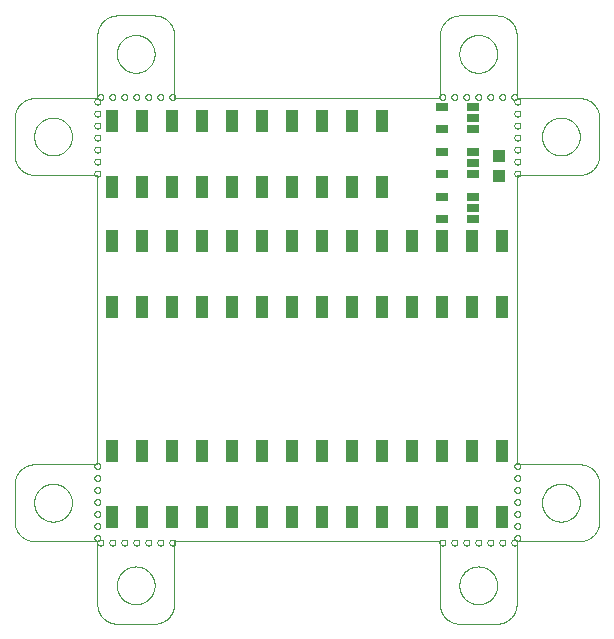
<source format=gbp>
G75*
%MOIN*%
%OFA0B0*%
%FSLAX25Y25*%
%IPPOS*%
%LPD*%
%AMOC8*
5,1,8,0,0,1.08239X$1,22.5*
%
%ADD10C,0.00000*%
%ADD11R,0.03937X0.04331*%
%ADD12R,0.03898X0.02717*%
%ADD13R,0.03900X0.07200*%
D10*
X0000000Y-0019685D02*
X0000000Y0000984D01*
X-0020669Y0000984D01*
X-0020830Y0000978D01*
X-0020992Y0000977D01*
X-0021153Y0000980D01*
X-0021314Y0000986D01*
X-0021475Y0000997D01*
X-0021635Y0001011D01*
X-0021795Y0001029D01*
X-0021955Y0001052D01*
X-0022114Y0001078D01*
X-0022272Y0001108D01*
X-0022430Y0001141D01*
X-0022587Y0001179D01*
X-0022742Y0001221D01*
X-0022897Y0001266D01*
X-0023051Y0001315D01*
X-0023203Y0001368D01*
X-0023354Y0001424D01*
X-0023504Y0001484D01*
X-0023652Y0001548D01*
X-0023798Y0001615D01*
X-0023943Y0001686D01*
X-0024086Y0001761D01*
X-0024227Y0001839D01*
X-0024366Y0001920D01*
X-0024503Y0002005D01*
X-0024638Y0002093D01*
X-0024771Y0002184D01*
X-0024901Y0002279D01*
X-0025030Y0002376D01*
X-0025155Y0002477D01*
X-0025279Y0002581D01*
X-0025399Y0002688D01*
X-0025518Y0002798D01*
X-0025633Y0002910D01*
X-0025745Y0003025D01*
X-0025855Y0003144D01*
X-0025962Y0003264D01*
X-0026066Y0003388D01*
X-0026167Y0003513D01*
X-0026264Y0003642D01*
X-0026359Y0003772D01*
X-0026450Y0003905D01*
X-0026538Y0004040D01*
X-0026623Y0004177D01*
X-0026704Y0004316D01*
X-0026782Y0004457D01*
X-0026857Y0004600D01*
X-0026928Y0004745D01*
X-0026995Y0004891D01*
X-0027059Y0005039D01*
X-0027119Y0005189D01*
X-0027175Y0005340D01*
X-0027228Y0005492D01*
X-0027277Y0005646D01*
X-0027322Y0005801D01*
X-0027364Y0005956D01*
X-0027402Y0006113D01*
X-0027435Y0006271D01*
X-0027465Y0006429D01*
X-0027491Y0006588D01*
X-0027514Y0006748D01*
X-0027532Y0006908D01*
X-0027546Y0007068D01*
X-0027557Y0007229D01*
X-0027563Y0007390D01*
X-0027566Y0007551D01*
X-0027565Y0007713D01*
X-0027559Y0007874D01*
X-0027559Y0019685D01*
X-0027560Y0019685D02*
X-0027563Y0019849D01*
X-0027562Y0020012D01*
X-0027557Y0020176D01*
X-0027548Y0020339D01*
X-0027535Y0020502D01*
X-0027518Y0020665D01*
X-0027497Y0020827D01*
X-0027473Y0020988D01*
X-0027444Y0021149D01*
X-0027411Y0021310D01*
X-0027375Y0021469D01*
X-0027334Y0021627D01*
X-0027290Y0021785D01*
X-0027242Y0021941D01*
X-0027190Y0022096D01*
X-0027134Y0022250D01*
X-0027075Y0022402D01*
X-0027012Y0022553D01*
X-0026945Y0022702D01*
X-0026874Y0022850D01*
X-0026800Y0022995D01*
X-0026723Y0023139D01*
X-0026642Y0023281D01*
X-0026557Y0023421D01*
X-0026469Y0023559D01*
X-0026378Y0023695D01*
X-0026284Y0023828D01*
X-0026186Y0023959D01*
X-0026085Y0024088D01*
X-0025981Y0024214D01*
X-0025874Y0024338D01*
X-0025764Y0024459D01*
X-0025651Y0024577D01*
X-0025535Y0024692D01*
X-0025416Y0024805D01*
X-0025295Y0024914D01*
X-0025171Y0025021D01*
X-0025044Y0025125D01*
X-0024915Y0025225D01*
X-0024784Y0025322D01*
X-0024650Y0025416D01*
X-0024514Y0025507D01*
X-0024376Y0025594D01*
X-0024236Y0025678D01*
X-0024093Y0025759D01*
X-0023949Y0025836D01*
X-0023803Y0025909D01*
X-0023655Y0025979D01*
X-0023506Y0026045D01*
X-0023355Y0026108D01*
X-0023202Y0026167D01*
X-0023048Y0026222D01*
X-0022893Y0026273D01*
X-0022737Y0026321D01*
X-0022579Y0026365D01*
X-0022420Y0026405D01*
X-0022261Y0026440D01*
X-0022101Y0026473D01*
X-0021940Y0026501D01*
X-0021778Y0026525D01*
X-0021616Y0026545D01*
X-0021453Y0026561D01*
X-0021290Y0026574D01*
X-0021127Y0026582D01*
X-0020963Y0026586D01*
X-0020800Y0026587D01*
X-0020636Y0026583D01*
X-0020473Y0026575D01*
X-0020472Y0026575D02*
X0000000Y0026575D01*
X0000000Y0123031D01*
X-0020669Y0123031D01*
X-0020669Y0123032D02*
X-0020830Y0123026D01*
X-0020992Y0123025D01*
X-0021153Y0123028D01*
X-0021314Y0123034D01*
X-0021475Y0123045D01*
X-0021635Y0123059D01*
X-0021795Y0123077D01*
X-0021955Y0123100D01*
X-0022114Y0123126D01*
X-0022272Y0123156D01*
X-0022430Y0123189D01*
X-0022587Y0123227D01*
X-0022742Y0123269D01*
X-0022897Y0123314D01*
X-0023051Y0123363D01*
X-0023203Y0123416D01*
X-0023354Y0123472D01*
X-0023504Y0123532D01*
X-0023652Y0123596D01*
X-0023798Y0123663D01*
X-0023943Y0123734D01*
X-0024086Y0123809D01*
X-0024227Y0123887D01*
X-0024366Y0123968D01*
X-0024503Y0124053D01*
X-0024638Y0124141D01*
X-0024771Y0124232D01*
X-0024901Y0124327D01*
X-0025030Y0124424D01*
X-0025155Y0124525D01*
X-0025279Y0124629D01*
X-0025399Y0124736D01*
X-0025518Y0124846D01*
X-0025633Y0124958D01*
X-0025745Y0125073D01*
X-0025855Y0125192D01*
X-0025962Y0125312D01*
X-0026066Y0125436D01*
X-0026167Y0125561D01*
X-0026264Y0125690D01*
X-0026359Y0125820D01*
X-0026450Y0125953D01*
X-0026538Y0126088D01*
X-0026623Y0126225D01*
X-0026704Y0126364D01*
X-0026782Y0126505D01*
X-0026857Y0126648D01*
X-0026928Y0126793D01*
X-0026995Y0126939D01*
X-0027059Y0127087D01*
X-0027119Y0127237D01*
X-0027175Y0127388D01*
X-0027228Y0127540D01*
X-0027277Y0127694D01*
X-0027322Y0127849D01*
X-0027364Y0128004D01*
X-0027402Y0128161D01*
X-0027435Y0128319D01*
X-0027465Y0128477D01*
X-0027491Y0128636D01*
X-0027514Y0128796D01*
X-0027532Y0128956D01*
X-0027546Y0129116D01*
X-0027557Y0129277D01*
X-0027563Y0129438D01*
X-0027566Y0129599D01*
X-0027565Y0129761D01*
X-0027559Y0129922D01*
X-0027559Y0129921D02*
X-0027559Y0141732D01*
X-0027560Y0141732D02*
X-0027563Y0141896D01*
X-0027562Y0142059D01*
X-0027557Y0142223D01*
X-0027548Y0142386D01*
X-0027535Y0142549D01*
X-0027518Y0142712D01*
X-0027497Y0142874D01*
X-0027473Y0143035D01*
X-0027444Y0143196D01*
X-0027411Y0143357D01*
X-0027375Y0143516D01*
X-0027334Y0143674D01*
X-0027290Y0143832D01*
X-0027242Y0143988D01*
X-0027190Y0144143D01*
X-0027134Y0144297D01*
X-0027075Y0144449D01*
X-0027012Y0144600D01*
X-0026945Y0144749D01*
X-0026874Y0144897D01*
X-0026800Y0145042D01*
X-0026723Y0145186D01*
X-0026642Y0145328D01*
X-0026557Y0145468D01*
X-0026469Y0145606D01*
X-0026378Y0145742D01*
X-0026284Y0145875D01*
X-0026186Y0146006D01*
X-0026085Y0146135D01*
X-0025981Y0146261D01*
X-0025874Y0146385D01*
X-0025764Y0146506D01*
X-0025651Y0146624D01*
X-0025535Y0146739D01*
X-0025416Y0146852D01*
X-0025295Y0146961D01*
X-0025171Y0147068D01*
X-0025044Y0147172D01*
X-0024915Y0147272D01*
X-0024784Y0147369D01*
X-0024650Y0147463D01*
X-0024514Y0147554D01*
X-0024376Y0147641D01*
X-0024236Y0147725D01*
X-0024093Y0147806D01*
X-0023949Y0147883D01*
X-0023803Y0147956D01*
X-0023655Y0148026D01*
X-0023506Y0148092D01*
X-0023355Y0148155D01*
X-0023202Y0148214D01*
X-0023048Y0148269D01*
X-0022893Y0148320D01*
X-0022737Y0148368D01*
X-0022579Y0148412D01*
X-0022420Y0148452D01*
X-0022261Y0148487D01*
X-0022101Y0148520D01*
X-0021940Y0148548D01*
X-0021778Y0148572D01*
X-0021616Y0148592D01*
X-0021453Y0148608D01*
X-0021290Y0148621D01*
X-0021127Y0148629D01*
X-0020963Y0148633D01*
X-0020800Y0148634D01*
X-0020636Y0148630D01*
X-0020473Y0148622D01*
X-0020472Y0148622D02*
X0000000Y0148622D01*
X0000000Y0169291D01*
X-0000003Y0169455D01*
X-0000002Y0169618D01*
X0000003Y0169782D01*
X0000012Y0169945D01*
X0000025Y0170108D01*
X0000042Y0170271D01*
X0000063Y0170433D01*
X0000087Y0170594D01*
X0000116Y0170755D01*
X0000149Y0170916D01*
X0000185Y0171075D01*
X0000226Y0171233D01*
X0000270Y0171391D01*
X0000318Y0171547D01*
X0000370Y0171702D01*
X0000426Y0171856D01*
X0000485Y0172008D01*
X0000548Y0172159D01*
X0000615Y0172308D01*
X0000686Y0172456D01*
X0000760Y0172601D01*
X0000837Y0172745D01*
X0000918Y0172887D01*
X0001003Y0173027D01*
X0001091Y0173165D01*
X0001182Y0173301D01*
X0001276Y0173434D01*
X0001374Y0173565D01*
X0001475Y0173694D01*
X0001579Y0173820D01*
X0001686Y0173944D01*
X0001796Y0174065D01*
X0001909Y0174183D01*
X0002025Y0174298D01*
X0002144Y0174411D01*
X0002265Y0174520D01*
X0002389Y0174627D01*
X0002516Y0174731D01*
X0002645Y0174831D01*
X0002776Y0174928D01*
X0002910Y0175022D01*
X0003046Y0175113D01*
X0003184Y0175200D01*
X0003324Y0175284D01*
X0003467Y0175365D01*
X0003611Y0175442D01*
X0003757Y0175515D01*
X0003905Y0175585D01*
X0004054Y0175651D01*
X0004205Y0175714D01*
X0004358Y0175773D01*
X0004512Y0175828D01*
X0004667Y0175879D01*
X0004823Y0175927D01*
X0004981Y0175971D01*
X0005140Y0176011D01*
X0005299Y0176046D01*
X0005459Y0176079D01*
X0005620Y0176107D01*
X0005782Y0176131D01*
X0005944Y0176151D01*
X0006107Y0176167D01*
X0006270Y0176180D01*
X0006433Y0176188D01*
X0006597Y0176192D01*
X0006760Y0176193D01*
X0006924Y0176189D01*
X0007087Y0176181D01*
X0018701Y0176181D01*
X0018700Y0176181D02*
X0018861Y0176187D01*
X0019023Y0176188D01*
X0019184Y0176185D01*
X0019345Y0176179D01*
X0019506Y0176168D01*
X0019666Y0176154D01*
X0019826Y0176136D01*
X0019986Y0176113D01*
X0020145Y0176087D01*
X0020303Y0176057D01*
X0020461Y0176024D01*
X0020618Y0175986D01*
X0020773Y0175944D01*
X0020928Y0175899D01*
X0021082Y0175850D01*
X0021234Y0175797D01*
X0021385Y0175741D01*
X0021535Y0175681D01*
X0021683Y0175617D01*
X0021829Y0175550D01*
X0021974Y0175479D01*
X0022117Y0175404D01*
X0022258Y0175326D01*
X0022397Y0175245D01*
X0022534Y0175160D01*
X0022669Y0175072D01*
X0022802Y0174981D01*
X0022932Y0174886D01*
X0023061Y0174789D01*
X0023186Y0174688D01*
X0023310Y0174584D01*
X0023430Y0174477D01*
X0023549Y0174367D01*
X0023664Y0174255D01*
X0023776Y0174140D01*
X0023886Y0174021D01*
X0023993Y0173901D01*
X0024097Y0173777D01*
X0024198Y0173652D01*
X0024295Y0173523D01*
X0024390Y0173393D01*
X0024481Y0173260D01*
X0024569Y0173125D01*
X0024654Y0172988D01*
X0024735Y0172849D01*
X0024813Y0172708D01*
X0024888Y0172565D01*
X0024959Y0172420D01*
X0025026Y0172274D01*
X0025090Y0172126D01*
X0025150Y0171976D01*
X0025206Y0171825D01*
X0025259Y0171673D01*
X0025308Y0171519D01*
X0025353Y0171364D01*
X0025395Y0171209D01*
X0025433Y0171052D01*
X0025466Y0170894D01*
X0025496Y0170736D01*
X0025522Y0170577D01*
X0025545Y0170417D01*
X0025563Y0170257D01*
X0025577Y0170097D01*
X0025588Y0169936D01*
X0025594Y0169775D01*
X0025597Y0169614D01*
X0025596Y0169452D01*
X0025590Y0169291D01*
X0025591Y0169291D02*
X0025591Y0148622D01*
X0114173Y0148622D01*
X0114173Y0169291D01*
X0114170Y0169455D01*
X0114171Y0169618D01*
X0114176Y0169782D01*
X0114185Y0169945D01*
X0114198Y0170108D01*
X0114215Y0170271D01*
X0114236Y0170433D01*
X0114260Y0170594D01*
X0114289Y0170755D01*
X0114322Y0170916D01*
X0114358Y0171075D01*
X0114399Y0171233D01*
X0114443Y0171391D01*
X0114491Y0171547D01*
X0114543Y0171702D01*
X0114599Y0171856D01*
X0114658Y0172008D01*
X0114721Y0172159D01*
X0114788Y0172308D01*
X0114859Y0172456D01*
X0114933Y0172601D01*
X0115010Y0172745D01*
X0115091Y0172887D01*
X0115176Y0173027D01*
X0115264Y0173165D01*
X0115355Y0173301D01*
X0115449Y0173434D01*
X0115547Y0173565D01*
X0115648Y0173694D01*
X0115752Y0173820D01*
X0115859Y0173944D01*
X0115969Y0174065D01*
X0116082Y0174183D01*
X0116198Y0174298D01*
X0116317Y0174411D01*
X0116438Y0174520D01*
X0116562Y0174627D01*
X0116689Y0174731D01*
X0116818Y0174831D01*
X0116949Y0174928D01*
X0117083Y0175022D01*
X0117219Y0175113D01*
X0117357Y0175200D01*
X0117497Y0175284D01*
X0117640Y0175365D01*
X0117784Y0175442D01*
X0117930Y0175515D01*
X0118078Y0175585D01*
X0118227Y0175651D01*
X0118378Y0175714D01*
X0118531Y0175773D01*
X0118685Y0175828D01*
X0118840Y0175879D01*
X0118996Y0175927D01*
X0119154Y0175971D01*
X0119313Y0176011D01*
X0119472Y0176046D01*
X0119632Y0176079D01*
X0119793Y0176107D01*
X0119955Y0176131D01*
X0120117Y0176151D01*
X0120280Y0176167D01*
X0120443Y0176180D01*
X0120606Y0176188D01*
X0120770Y0176192D01*
X0120933Y0176193D01*
X0121097Y0176189D01*
X0121260Y0176181D01*
X0132874Y0176181D01*
X0133035Y0176187D01*
X0133197Y0176188D01*
X0133358Y0176185D01*
X0133519Y0176179D01*
X0133680Y0176168D01*
X0133840Y0176154D01*
X0134000Y0176136D01*
X0134160Y0176113D01*
X0134319Y0176087D01*
X0134477Y0176057D01*
X0134635Y0176024D01*
X0134792Y0175986D01*
X0134947Y0175944D01*
X0135102Y0175899D01*
X0135256Y0175850D01*
X0135408Y0175797D01*
X0135559Y0175741D01*
X0135709Y0175681D01*
X0135857Y0175617D01*
X0136003Y0175550D01*
X0136148Y0175479D01*
X0136291Y0175404D01*
X0136432Y0175326D01*
X0136571Y0175245D01*
X0136708Y0175160D01*
X0136843Y0175072D01*
X0136976Y0174981D01*
X0137106Y0174886D01*
X0137235Y0174789D01*
X0137360Y0174688D01*
X0137484Y0174584D01*
X0137604Y0174477D01*
X0137723Y0174367D01*
X0137838Y0174255D01*
X0137950Y0174140D01*
X0138060Y0174021D01*
X0138167Y0173901D01*
X0138271Y0173777D01*
X0138372Y0173652D01*
X0138469Y0173523D01*
X0138564Y0173393D01*
X0138655Y0173260D01*
X0138743Y0173125D01*
X0138828Y0172988D01*
X0138909Y0172849D01*
X0138987Y0172708D01*
X0139062Y0172565D01*
X0139133Y0172420D01*
X0139200Y0172274D01*
X0139264Y0172126D01*
X0139324Y0171976D01*
X0139380Y0171825D01*
X0139433Y0171673D01*
X0139482Y0171519D01*
X0139527Y0171364D01*
X0139569Y0171209D01*
X0139607Y0171052D01*
X0139640Y0170894D01*
X0139670Y0170736D01*
X0139696Y0170577D01*
X0139719Y0170417D01*
X0139737Y0170257D01*
X0139751Y0170097D01*
X0139762Y0169936D01*
X0139768Y0169775D01*
X0139771Y0169614D01*
X0139770Y0169452D01*
X0139764Y0169291D01*
X0139764Y0148622D01*
X0160433Y0148622D01*
X0160594Y0148628D01*
X0160756Y0148629D01*
X0160917Y0148626D01*
X0161078Y0148620D01*
X0161239Y0148609D01*
X0161399Y0148595D01*
X0161559Y0148577D01*
X0161719Y0148554D01*
X0161878Y0148528D01*
X0162036Y0148498D01*
X0162194Y0148465D01*
X0162351Y0148427D01*
X0162506Y0148385D01*
X0162661Y0148340D01*
X0162815Y0148291D01*
X0162967Y0148238D01*
X0163118Y0148182D01*
X0163268Y0148122D01*
X0163416Y0148058D01*
X0163562Y0147991D01*
X0163707Y0147920D01*
X0163850Y0147845D01*
X0163991Y0147767D01*
X0164130Y0147686D01*
X0164267Y0147601D01*
X0164402Y0147513D01*
X0164535Y0147422D01*
X0164665Y0147327D01*
X0164794Y0147230D01*
X0164919Y0147129D01*
X0165043Y0147025D01*
X0165163Y0146918D01*
X0165282Y0146808D01*
X0165397Y0146696D01*
X0165509Y0146581D01*
X0165619Y0146462D01*
X0165726Y0146342D01*
X0165830Y0146218D01*
X0165931Y0146093D01*
X0166028Y0145964D01*
X0166123Y0145834D01*
X0166214Y0145701D01*
X0166302Y0145566D01*
X0166387Y0145429D01*
X0166468Y0145290D01*
X0166546Y0145149D01*
X0166621Y0145006D01*
X0166692Y0144861D01*
X0166759Y0144715D01*
X0166823Y0144567D01*
X0166883Y0144417D01*
X0166939Y0144266D01*
X0166992Y0144114D01*
X0167041Y0143960D01*
X0167086Y0143805D01*
X0167128Y0143650D01*
X0167166Y0143493D01*
X0167199Y0143335D01*
X0167229Y0143177D01*
X0167255Y0143018D01*
X0167278Y0142858D01*
X0167296Y0142698D01*
X0167310Y0142538D01*
X0167321Y0142377D01*
X0167327Y0142216D01*
X0167330Y0142055D01*
X0167329Y0141893D01*
X0167323Y0141732D01*
X0167323Y0129921D01*
X0167323Y0129922D02*
X0167329Y0129761D01*
X0167330Y0129599D01*
X0167327Y0129438D01*
X0167321Y0129277D01*
X0167310Y0129116D01*
X0167296Y0128956D01*
X0167278Y0128796D01*
X0167255Y0128636D01*
X0167229Y0128477D01*
X0167199Y0128319D01*
X0167166Y0128161D01*
X0167128Y0128004D01*
X0167086Y0127849D01*
X0167041Y0127694D01*
X0166992Y0127540D01*
X0166939Y0127388D01*
X0166883Y0127237D01*
X0166823Y0127087D01*
X0166759Y0126939D01*
X0166692Y0126793D01*
X0166621Y0126648D01*
X0166546Y0126505D01*
X0166468Y0126364D01*
X0166387Y0126225D01*
X0166302Y0126088D01*
X0166214Y0125953D01*
X0166123Y0125820D01*
X0166028Y0125690D01*
X0165931Y0125561D01*
X0165830Y0125436D01*
X0165726Y0125312D01*
X0165619Y0125192D01*
X0165509Y0125073D01*
X0165397Y0124958D01*
X0165282Y0124846D01*
X0165163Y0124736D01*
X0165043Y0124629D01*
X0164919Y0124525D01*
X0164794Y0124424D01*
X0164665Y0124327D01*
X0164535Y0124232D01*
X0164402Y0124141D01*
X0164267Y0124053D01*
X0164130Y0123968D01*
X0163991Y0123887D01*
X0163850Y0123809D01*
X0163707Y0123734D01*
X0163562Y0123663D01*
X0163416Y0123596D01*
X0163268Y0123532D01*
X0163118Y0123472D01*
X0162967Y0123416D01*
X0162815Y0123363D01*
X0162661Y0123314D01*
X0162506Y0123269D01*
X0162351Y0123227D01*
X0162194Y0123189D01*
X0162036Y0123156D01*
X0161878Y0123126D01*
X0161719Y0123100D01*
X0161559Y0123077D01*
X0161399Y0123059D01*
X0161239Y0123045D01*
X0161078Y0123034D01*
X0160917Y0123028D01*
X0160756Y0123025D01*
X0160594Y0123026D01*
X0160433Y0123032D01*
X0160433Y0123031D02*
X0140000Y0123031D01*
X0140000Y0026575D01*
X0160433Y0026575D01*
X0160594Y0026581D01*
X0160756Y0026582D01*
X0160917Y0026579D01*
X0161078Y0026573D01*
X0161239Y0026562D01*
X0161399Y0026548D01*
X0161559Y0026530D01*
X0161719Y0026507D01*
X0161878Y0026481D01*
X0162036Y0026451D01*
X0162194Y0026418D01*
X0162351Y0026380D01*
X0162506Y0026338D01*
X0162661Y0026293D01*
X0162815Y0026244D01*
X0162967Y0026191D01*
X0163118Y0026135D01*
X0163268Y0026075D01*
X0163416Y0026011D01*
X0163562Y0025944D01*
X0163707Y0025873D01*
X0163850Y0025798D01*
X0163991Y0025720D01*
X0164130Y0025639D01*
X0164267Y0025554D01*
X0164402Y0025466D01*
X0164535Y0025375D01*
X0164665Y0025280D01*
X0164794Y0025183D01*
X0164919Y0025082D01*
X0165043Y0024978D01*
X0165163Y0024871D01*
X0165282Y0024761D01*
X0165397Y0024649D01*
X0165509Y0024534D01*
X0165619Y0024415D01*
X0165726Y0024295D01*
X0165830Y0024171D01*
X0165931Y0024046D01*
X0166028Y0023917D01*
X0166123Y0023787D01*
X0166214Y0023654D01*
X0166302Y0023519D01*
X0166387Y0023382D01*
X0166468Y0023243D01*
X0166546Y0023102D01*
X0166621Y0022959D01*
X0166692Y0022814D01*
X0166759Y0022668D01*
X0166823Y0022520D01*
X0166883Y0022370D01*
X0166939Y0022219D01*
X0166992Y0022067D01*
X0167041Y0021913D01*
X0167086Y0021758D01*
X0167128Y0021603D01*
X0167166Y0021446D01*
X0167199Y0021288D01*
X0167229Y0021130D01*
X0167255Y0020971D01*
X0167278Y0020811D01*
X0167296Y0020651D01*
X0167310Y0020491D01*
X0167321Y0020330D01*
X0167327Y0020169D01*
X0167330Y0020008D01*
X0167329Y0019846D01*
X0167323Y0019685D01*
X0167323Y0007874D01*
X0167329Y0007713D01*
X0167330Y0007551D01*
X0167327Y0007390D01*
X0167321Y0007229D01*
X0167310Y0007068D01*
X0167296Y0006908D01*
X0167278Y0006748D01*
X0167255Y0006588D01*
X0167229Y0006429D01*
X0167199Y0006271D01*
X0167166Y0006113D01*
X0167128Y0005956D01*
X0167086Y0005801D01*
X0167041Y0005646D01*
X0166992Y0005492D01*
X0166939Y0005340D01*
X0166883Y0005189D01*
X0166823Y0005039D01*
X0166759Y0004891D01*
X0166692Y0004745D01*
X0166621Y0004600D01*
X0166546Y0004457D01*
X0166468Y0004316D01*
X0166387Y0004177D01*
X0166302Y0004040D01*
X0166214Y0003905D01*
X0166123Y0003772D01*
X0166028Y0003642D01*
X0165931Y0003513D01*
X0165830Y0003388D01*
X0165726Y0003264D01*
X0165619Y0003144D01*
X0165509Y0003025D01*
X0165397Y0002910D01*
X0165282Y0002798D01*
X0165163Y0002688D01*
X0165043Y0002581D01*
X0164919Y0002477D01*
X0164794Y0002376D01*
X0164665Y0002279D01*
X0164535Y0002184D01*
X0164402Y0002093D01*
X0164267Y0002005D01*
X0164130Y0001920D01*
X0163991Y0001839D01*
X0163850Y0001761D01*
X0163707Y0001686D01*
X0163562Y0001615D01*
X0163416Y0001548D01*
X0163268Y0001484D01*
X0163118Y0001424D01*
X0162967Y0001368D01*
X0162815Y0001315D01*
X0162661Y0001266D01*
X0162506Y0001221D01*
X0162351Y0001179D01*
X0162194Y0001141D01*
X0162036Y0001108D01*
X0161878Y0001078D01*
X0161719Y0001052D01*
X0161559Y0001029D01*
X0161399Y0001011D01*
X0161239Y0000997D01*
X0161078Y0000986D01*
X0160917Y0000980D01*
X0160756Y0000977D01*
X0160594Y0000978D01*
X0160433Y0000984D01*
X0139764Y0000984D01*
X0139764Y-0019685D01*
X0139770Y-0019846D01*
X0139771Y-0020008D01*
X0139768Y-0020169D01*
X0139762Y-0020330D01*
X0139751Y-0020491D01*
X0139737Y-0020651D01*
X0139719Y-0020811D01*
X0139696Y-0020971D01*
X0139670Y-0021130D01*
X0139640Y-0021288D01*
X0139607Y-0021446D01*
X0139569Y-0021603D01*
X0139527Y-0021758D01*
X0139482Y-0021913D01*
X0139433Y-0022067D01*
X0139380Y-0022219D01*
X0139324Y-0022370D01*
X0139264Y-0022520D01*
X0139200Y-0022668D01*
X0139133Y-0022814D01*
X0139062Y-0022959D01*
X0138987Y-0023102D01*
X0138909Y-0023243D01*
X0138828Y-0023382D01*
X0138743Y-0023519D01*
X0138655Y-0023654D01*
X0138564Y-0023787D01*
X0138469Y-0023917D01*
X0138372Y-0024046D01*
X0138271Y-0024171D01*
X0138167Y-0024295D01*
X0138060Y-0024415D01*
X0137950Y-0024534D01*
X0137838Y-0024649D01*
X0137723Y-0024761D01*
X0137604Y-0024871D01*
X0137484Y-0024978D01*
X0137360Y-0025082D01*
X0137235Y-0025183D01*
X0137106Y-0025280D01*
X0136976Y-0025375D01*
X0136843Y-0025466D01*
X0136708Y-0025554D01*
X0136571Y-0025639D01*
X0136432Y-0025720D01*
X0136291Y-0025798D01*
X0136148Y-0025873D01*
X0136003Y-0025944D01*
X0135857Y-0026011D01*
X0135709Y-0026075D01*
X0135559Y-0026135D01*
X0135408Y-0026191D01*
X0135256Y-0026244D01*
X0135102Y-0026293D01*
X0134947Y-0026338D01*
X0134792Y-0026380D01*
X0134635Y-0026418D01*
X0134477Y-0026451D01*
X0134319Y-0026481D01*
X0134160Y-0026507D01*
X0134000Y-0026530D01*
X0133840Y-0026548D01*
X0133680Y-0026562D01*
X0133519Y-0026573D01*
X0133358Y-0026579D01*
X0133197Y-0026582D01*
X0133035Y-0026581D01*
X0132874Y-0026575D01*
X0121063Y-0026575D01*
X0120902Y-0026581D01*
X0120740Y-0026582D01*
X0120579Y-0026579D01*
X0120418Y-0026573D01*
X0120257Y-0026562D01*
X0120097Y-0026548D01*
X0119937Y-0026530D01*
X0119777Y-0026507D01*
X0119618Y-0026481D01*
X0119460Y-0026451D01*
X0119302Y-0026418D01*
X0119145Y-0026380D01*
X0118990Y-0026338D01*
X0118835Y-0026293D01*
X0118681Y-0026244D01*
X0118529Y-0026191D01*
X0118378Y-0026135D01*
X0118228Y-0026075D01*
X0118080Y-0026011D01*
X0117934Y-0025944D01*
X0117789Y-0025873D01*
X0117646Y-0025798D01*
X0117505Y-0025720D01*
X0117366Y-0025639D01*
X0117229Y-0025554D01*
X0117094Y-0025466D01*
X0116961Y-0025375D01*
X0116831Y-0025280D01*
X0116702Y-0025183D01*
X0116577Y-0025082D01*
X0116453Y-0024978D01*
X0116333Y-0024871D01*
X0116214Y-0024761D01*
X0116099Y-0024649D01*
X0115987Y-0024534D01*
X0115877Y-0024415D01*
X0115770Y-0024295D01*
X0115666Y-0024171D01*
X0115565Y-0024046D01*
X0115468Y-0023917D01*
X0115373Y-0023787D01*
X0115282Y-0023654D01*
X0115194Y-0023519D01*
X0115109Y-0023382D01*
X0115028Y-0023243D01*
X0114950Y-0023102D01*
X0114875Y-0022959D01*
X0114804Y-0022814D01*
X0114737Y-0022668D01*
X0114673Y-0022520D01*
X0114613Y-0022370D01*
X0114557Y-0022219D01*
X0114504Y-0022067D01*
X0114455Y-0021913D01*
X0114410Y-0021758D01*
X0114368Y-0021603D01*
X0114330Y-0021446D01*
X0114297Y-0021288D01*
X0114267Y-0021130D01*
X0114241Y-0020971D01*
X0114218Y-0020811D01*
X0114200Y-0020651D01*
X0114186Y-0020491D01*
X0114175Y-0020330D01*
X0114169Y-0020169D01*
X0114166Y-0020008D01*
X0114167Y-0019846D01*
X0114173Y-0019685D01*
X0114173Y0000984D01*
X0025591Y0000984D01*
X0025591Y-0019685D01*
X0025590Y-0019685D02*
X0025596Y-0019846D01*
X0025597Y-0020008D01*
X0025594Y-0020169D01*
X0025588Y-0020330D01*
X0025577Y-0020491D01*
X0025563Y-0020651D01*
X0025545Y-0020811D01*
X0025522Y-0020971D01*
X0025496Y-0021130D01*
X0025466Y-0021288D01*
X0025433Y-0021446D01*
X0025395Y-0021603D01*
X0025353Y-0021758D01*
X0025308Y-0021913D01*
X0025259Y-0022067D01*
X0025206Y-0022219D01*
X0025150Y-0022370D01*
X0025090Y-0022520D01*
X0025026Y-0022668D01*
X0024959Y-0022814D01*
X0024888Y-0022959D01*
X0024813Y-0023102D01*
X0024735Y-0023243D01*
X0024654Y-0023382D01*
X0024569Y-0023519D01*
X0024481Y-0023654D01*
X0024390Y-0023787D01*
X0024295Y-0023917D01*
X0024198Y-0024046D01*
X0024097Y-0024171D01*
X0023993Y-0024295D01*
X0023886Y-0024415D01*
X0023776Y-0024534D01*
X0023664Y-0024649D01*
X0023549Y-0024761D01*
X0023430Y-0024871D01*
X0023310Y-0024978D01*
X0023186Y-0025082D01*
X0023061Y-0025183D01*
X0022932Y-0025280D01*
X0022802Y-0025375D01*
X0022669Y-0025466D01*
X0022534Y-0025554D01*
X0022397Y-0025639D01*
X0022258Y-0025720D01*
X0022117Y-0025798D01*
X0021974Y-0025873D01*
X0021829Y-0025944D01*
X0021683Y-0026011D01*
X0021535Y-0026075D01*
X0021385Y-0026135D01*
X0021234Y-0026191D01*
X0021082Y-0026244D01*
X0020928Y-0026293D01*
X0020773Y-0026338D01*
X0020618Y-0026380D01*
X0020461Y-0026418D01*
X0020303Y-0026451D01*
X0020145Y-0026481D01*
X0019986Y-0026507D01*
X0019826Y-0026530D01*
X0019666Y-0026548D01*
X0019506Y-0026562D01*
X0019345Y-0026573D01*
X0019184Y-0026579D01*
X0019023Y-0026582D01*
X0018861Y-0026581D01*
X0018700Y-0026575D01*
X0018701Y-0026575D02*
X0006890Y-0026575D01*
X0006729Y-0026581D01*
X0006567Y-0026582D01*
X0006406Y-0026579D01*
X0006245Y-0026573D01*
X0006084Y-0026562D01*
X0005924Y-0026548D01*
X0005764Y-0026530D01*
X0005604Y-0026507D01*
X0005445Y-0026481D01*
X0005287Y-0026451D01*
X0005129Y-0026418D01*
X0004972Y-0026380D01*
X0004817Y-0026338D01*
X0004662Y-0026293D01*
X0004508Y-0026244D01*
X0004356Y-0026191D01*
X0004205Y-0026135D01*
X0004055Y-0026075D01*
X0003907Y-0026011D01*
X0003761Y-0025944D01*
X0003616Y-0025873D01*
X0003473Y-0025798D01*
X0003332Y-0025720D01*
X0003193Y-0025639D01*
X0003056Y-0025554D01*
X0002921Y-0025466D01*
X0002788Y-0025375D01*
X0002658Y-0025280D01*
X0002529Y-0025183D01*
X0002404Y-0025082D01*
X0002280Y-0024978D01*
X0002160Y-0024871D01*
X0002041Y-0024761D01*
X0001926Y-0024649D01*
X0001814Y-0024534D01*
X0001704Y-0024415D01*
X0001597Y-0024295D01*
X0001493Y-0024171D01*
X0001392Y-0024046D01*
X0001295Y-0023917D01*
X0001200Y-0023787D01*
X0001109Y-0023654D01*
X0001021Y-0023519D01*
X0000936Y-0023382D01*
X0000855Y-0023243D01*
X0000777Y-0023102D01*
X0000702Y-0022959D01*
X0000631Y-0022814D01*
X0000564Y-0022668D01*
X0000500Y-0022520D01*
X0000440Y-0022370D01*
X0000384Y-0022219D01*
X0000331Y-0022067D01*
X0000282Y-0021913D01*
X0000237Y-0021758D01*
X0000195Y-0021603D01*
X0000157Y-0021446D01*
X0000124Y-0021288D01*
X0000094Y-0021130D01*
X0000068Y-0020971D01*
X0000045Y-0020811D01*
X0000027Y-0020651D01*
X0000013Y-0020491D01*
X0000002Y-0020330D01*
X-0000004Y-0020169D01*
X-0000007Y-0020008D01*
X-0000006Y-0019846D01*
X0000000Y-0019685D01*
X0006496Y-0013780D02*
X0006498Y-0013622D01*
X0006504Y-0013464D01*
X0006514Y-0013306D01*
X0006528Y-0013148D01*
X0006546Y-0012991D01*
X0006567Y-0012834D01*
X0006593Y-0012678D01*
X0006623Y-0012522D01*
X0006656Y-0012367D01*
X0006694Y-0012214D01*
X0006735Y-0012061D01*
X0006780Y-0011909D01*
X0006829Y-0011758D01*
X0006882Y-0011609D01*
X0006938Y-0011461D01*
X0006998Y-0011315D01*
X0007062Y-0011170D01*
X0007130Y-0011027D01*
X0007201Y-0010885D01*
X0007275Y-0010745D01*
X0007353Y-0010608D01*
X0007435Y-0010472D01*
X0007519Y-0010338D01*
X0007608Y-0010207D01*
X0007699Y-0010078D01*
X0007794Y-0009951D01*
X0007891Y-0009826D01*
X0007992Y-0009704D01*
X0008096Y-0009585D01*
X0008203Y-0009468D01*
X0008313Y-0009354D01*
X0008426Y-0009243D01*
X0008541Y-0009134D01*
X0008659Y-0009029D01*
X0008780Y-0008927D01*
X0008903Y-0008827D01*
X0009029Y-0008731D01*
X0009157Y-0008638D01*
X0009287Y-0008548D01*
X0009420Y-0008462D01*
X0009555Y-0008378D01*
X0009691Y-0008299D01*
X0009830Y-0008222D01*
X0009971Y-0008150D01*
X0010113Y-0008080D01*
X0010257Y-0008015D01*
X0010403Y-0007953D01*
X0010550Y-0007895D01*
X0010699Y-0007840D01*
X0010849Y-0007789D01*
X0011000Y-0007742D01*
X0011152Y-0007699D01*
X0011305Y-0007660D01*
X0011460Y-0007624D01*
X0011615Y-0007593D01*
X0011771Y-0007565D01*
X0011927Y-0007541D01*
X0012084Y-0007521D01*
X0012242Y-0007505D01*
X0012399Y-0007493D01*
X0012558Y-0007485D01*
X0012716Y-0007481D01*
X0012874Y-0007481D01*
X0013032Y-0007485D01*
X0013191Y-0007493D01*
X0013348Y-0007505D01*
X0013506Y-0007521D01*
X0013663Y-0007541D01*
X0013819Y-0007565D01*
X0013975Y-0007593D01*
X0014130Y-0007624D01*
X0014285Y-0007660D01*
X0014438Y-0007699D01*
X0014590Y-0007742D01*
X0014741Y-0007789D01*
X0014891Y-0007840D01*
X0015040Y-0007895D01*
X0015187Y-0007953D01*
X0015333Y-0008015D01*
X0015477Y-0008080D01*
X0015619Y-0008150D01*
X0015760Y-0008222D01*
X0015899Y-0008299D01*
X0016035Y-0008378D01*
X0016170Y-0008462D01*
X0016303Y-0008548D01*
X0016433Y-0008638D01*
X0016561Y-0008731D01*
X0016687Y-0008827D01*
X0016810Y-0008927D01*
X0016931Y-0009029D01*
X0017049Y-0009134D01*
X0017164Y-0009243D01*
X0017277Y-0009354D01*
X0017387Y-0009468D01*
X0017494Y-0009585D01*
X0017598Y-0009704D01*
X0017699Y-0009826D01*
X0017796Y-0009951D01*
X0017891Y-0010078D01*
X0017982Y-0010207D01*
X0018071Y-0010338D01*
X0018155Y-0010472D01*
X0018237Y-0010608D01*
X0018315Y-0010745D01*
X0018389Y-0010885D01*
X0018460Y-0011027D01*
X0018528Y-0011170D01*
X0018592Y-0011315D01*
X0018652Y-0011461D01*
X0018708Y-0011609D01*
X0018761Y-0011758D01*
X0018810Y-0011909D01*
X0018855Y-0012061D01*
X0018896Y-0012214D01*
X0018934Y-0012367D01*
X0018967Y-0012522D01*
X0018997Y-0012678D01*
X0019023Y-0012834D01*
X0019044Y-0012991D01*
X0019062Y-0013148D01*
X0019076Y-0013306D01*
X0019086Y-0013464D01*
X0019092Y-0013622D01*
X0019094Y-0013780D01*
X0019092Y-0013938D01*
X0019086Y-0014096D01*
X0019076Y-0014254D01*
X0019062Y-0014412D01*
X0019044Y-0014569D01*
X0019023Y-0014726D01*
X0018997Y-0014882D01*
X0018967Y-0015038D01*
X0018934Y-0015193D01*
X0018896Y-0015346D01*
X0018855Y-0015499D01*
X0018810Y-0015651D01*
X0018761Y-0015802D01*
X0018708Y-0015951D01*
X0018652Y-0016099D01*
X0018592Y-0016245D01*
X0018528Y-0016390D01*
X0018460Y-0016533D01*
X0018389Y-0016675D01*
X0018315Y-0016815D01*
X0018237Y-0016952D01*
X0018155Y-0017088D01*
X0018071Y-0017222D01*
X0017982Y-0017353D01*
X0017891Y-0017482D01*
X0017796Y-0017609D01*
X0017699Y-0017734D01*
X0017598Y-0017856D01*
X0017494Y-0017975D01*
X0017387Y-0018092D01*
X0017277Y-0018206D01*
X0017164Y-0018317D01*
X0017049Y-0018426D01*
X0016931Y-0018531D01*
X0016810Y-0018633D01*
X0016687Y-0018733D01*
X0016561Y-0018829D01*
X0016433Y-0018922D01*
X0016303Y-0019012D01*
X0016170Y-0019098D01*
X0016035Y-0019182D01*
X0015899Y-0019261D01*
X0015760Y-0019338D01*
X0015619Y-0019410D01*
X0015477Y-0019480D01*
X0015333Y-0019545D01*
X0015187Y-0019607D01*
X0015040Y-0019665D01*
X0014891Y-0019720D01*
X0014741Y-0019771D01*
X0014590Y-0019818D01*
X0014438Y-0019861D01*
X0014285Y-0019900D01*
X0014130Y-0019936D01*
X0013975Y-0019967D01*
X0013819Y-0019995D01*
X0013663Y-0020019D01*
X0013506Y-0020039D01*
X0013348Y-0020055D01*
X0013191Y-0020067D01*
X0013032Y-0020075D01*
X0012874Y-0020079D01*
X0012716Y-0020079D01*
X0012558Y-0020075D01*
X0012399Y-0020067D01*
X0012242Y-0020055D01*
X0012084Y-0020039D01*
X0011927Y-0020019D01*
X0011771Y-0019995D01*
X0011615Y-0019967D01*
X0011460Y-0019936D01*
X0011305Y-0019900D01*
X0011152Y-0019861D01*
X0011000Y-0019818D01*
X0010849Y-0019771D01*
X0010699Y-0019720D01*
X0010550Y-0019665D01*
X0010403Y-0019607D01*
X0010257Y-0019545D01*
X0010113Y-0019480D01*
X0009971Y-0019410D01*
X0009830Y-0019338D01*
X0009691Y-0019261D01*
X0009555Y-0019182D01*
X0009420Y-0019098D01*
X0009287Y-0019012D01*
X0009157Y-0018922D01*
X0009029Y-0018829D01*
X0008903Y-0018733D01*
X0008780Y-0018633D01*
X0008659Y-0018531D01*
X0008541Y-0018426D01*
X0008426Y-0018317D01*
X0008313Y-0018206D01*
X0008203Y-0018092D01*
X0008096Y-0017975D01*
X0007992Y-0017856D01*
X0007891Y-0017734D01*
X0007794Y-0017609D01*
X0007699Y-0017482D01*
X0007608Y-0017353D01*
X0007519Y-0017222D01*
X0007435Y-0017088D01*
X0007353Y-0016952D01*
X0007275Y-0016815D01*
X0007201Y-0016675D01*
X0007130Y-0016533D01*
X0007062Y-0016390D01*
X0006998Y-0016245D01*
X0006938Y-0016099D01*
X0006882Y-0015951D01*
X0006829Y-0015802D01*
X0006780Y-0015651D01*
X0006735Y-0015499D01*
X0006694Y-0015346D01*
X0006656Y-0015193D01*
X0006623Y-0015038D01*
X0006593Y-0014882D01*
X0006567Y-0014726D01*
X0006546Y-0014569D01*
X0006528Y-0014412D01*
X0006514Y-0014254D01*
X0006504Y-0014096D01*
X0006498Y-0013938D01*
X0006496Y-0013780D01*
X0004000Y0000500D02*
X0004002Y0000563D01*
X0004008Y0000625D01*
X0004018Y0000687D01*
X0004031Y0000749D01*
X0004049Y0000809D01*
X0004070Y0000868D01*
X0004095Y0000926D01*
X0004124Y0000982D01*
X0004156Y0001036D01*
X0004191Y0001088D01*
X0004229Y0001137D01*
X0004271Y0001185D01*
X0004315Y0001229D01*
X0004363Y0001271D01*
X0004412Y0001309D01*
X0004464Y0001344D01*
X0004518Y0001376D01*
X0004574Y0001405D01*
X0004632Y0001430D01*
X0004691Y0001451D01*
X0004751Y0001469D01*
X0004813Y0001482D01*
X0004875Y0001492D01*
X0004937Y0001498D01*
X0005000Y0001500D01*
X0005063Y0001498D01*
X0005125Y0001492D01*
X0005187Y0001482D01*
X0005249Y0001469D01*
X0005309Y0001451D01*
X0005368Y0001430D01*
X0005426Y0001405D01*
X0005482Y0001376D01*
X0005536Y0001344D01*
X0005588Y0001309D01*
X0005637Y0001271D01*
X0005685Y0001229D01*
X0005729Y0001185D01*
X0005771Y0001137D01*
X0005809Y0001088D01*
X0005844Y0001036D01*
X0005876Y0000982D01*
X0005905Y0000926D01*
X0005930Y0000868D01*
X0005951Y0000809D01*
X0005969Y0000749D01*
X0005982Y0000687D01*
X0005992Y0000625D01*
X0005998Y0000563D01*
X0006000Y0000500D01*
X0005998Y0000437D01*
X0005992Y0000375D01*
X0005982Y0000313D01*
X0005969Y0000251D01*
X0005951Y0000191D01*
X0005930Y0000132D01*
X0005905Y0000074D01*
X0005876Y0000018D01*
X0005844Y-0000036D01*
X0005809Y-0000088D01*
X0005771Y-0000137D01*
X0005729Y-0000185D01*
X0005685Y-0000229D01*
X0005637Y-0000271D01*
X0005588Y-0000309D01*
X0005536Y-0000344D01*
X0005482Y-0000376D01*
X0005426Y-0000405D01*
X0005368Y-0000430D01*
X0005309Y-0000451D01*
X0005249Y-0000469D01*
X0005187Y-0000482D01*
X0005125Y-0000492D01*
X0005063Y-0000498D01*
X0005000Y-0000500D01*
X0004937Y-0000498D01*
X0004875Y-0000492D01*
X0004813Y-0000482D01*
X0004751Y-0000469D01*
X0004691Y-0000451D01*
X0004632Y-0000430D01*
X0004574Y-0000405D01*
X0004518Y-0000376D01*
X0004464Y-0000344D01*
X0004412Y-0000309D01*
X0004363Y-0000271D01*
X0004315Y-0000229D01*
X0004271Y-0000185D01*
X0004229Y-0000137D01*
X0004191Y-0000088D01*
X0004156Y-0000036D01*
X0004124Y0000018D01*
X0004095Y0000074D01*
X0004070Y0000132D01*
X0004049Y0000191D01*
X0004031Y0000251D01*
X0004018Y0000313D01*
X0004008Y0000375D01*
X0004002Y0000437D01*
X0004000Y0000500D01*
X0000000Y0000500D02*
X0000002Y0000563D01*
X0000008Y0000625D01*
X0000018Y0000687D01*
X0000031Y0000749D01*
X0000049Y0000809D01*
X0000070Y0000868D01*
X0000095Y0000926D01*
X0000124Y0000982D01*
X0000156Y0001036D01*
X0000191Y0001088D01*
X0000229Y0001137D01*
X0000271Y0001185D01*
X0000315Y0001229D01*
X0000363Y0001271D01*
X0000412Y0001309D01*
X0000464Y0001344D01*
X0000518Y0001376D01*
X0000574Y0001405D01*
X0000632Y0001430D01*
X0000691Y0001451D01*
X0000751Y0001469D01*
X0000813Y0001482D01*
X0000875Y0001492D01*
X0000937Y0001498D01*
X0001000Y0001500D01*
X0001063Y0001498D01*
X0001125Y0001492D01*
X0001187Y0001482D01*
X0001249Y0001469D01*
X0001309Y0001451D01*
X0001368Y0001430D01*
X0001426Y0001405D01*
X0001482Y0001376D01*
X0001536Y0001344D01*
X0001588Y0001309D01*
X0001637Y0001271D01*
X0001685Y0001229D01*
X0001729Y0001185D01*
X0001771Y0001137D01*
X0001809Y0001088D01*
X0001844Y0001036D01*
X0001876Y0000982D01*
X0001905Y0000926D01*
X0001930Y0000868D01*
X0001951Y0000809D01*
X0001969Y0000749D01*
X0001982Y0000687D01*
X0001992Y0000625D01*
X0001998Y0000563D01*
X0002000Y0000500D01*
X0001998Y0000437D01*
X0001992Y0000375D01*
X0001982Y0000313D01*
X0001969Y0000251D01*
X0001951Y0000191D01*
X0001930Y0000132D01*
X0001905Y0000074D01*
X0001876Y0000018D01*
X0001844Y-0000036D01*
X0001809Y-0000088D01*
X0001771Y-0000137D01*
X0001729Y-0000185D01*
X0001685Y-0000229D01*
X0001637Y-0000271D01*
X0001588Y-0000309D01*
X0001536Y-0000344D01*
X0001482Y-0000376D01*
X0001426Y-0000405D01*
X0001368Y-0000430D01*
X0001309Y-0000451D01*
X0001249Y-0000469D01*
X0001187Y-0000482D01*
X0001125Y-0000492D01*
X0001063Y-0000498D01*
X0001000Y-0000500D01*
X0000937Y-0000498D01*
X0000875Y-0000492D01*
X0000813Y-0000482D01*
X0000751Y-0000469D01*
X0000691Y-0000451D01*
X0000632Y-0000430D01*
X0000574Y-0000405D01*
X0000518Y-0000376D01*
X0000464Y-0000344D01*
X0000412Y-0000309D01*
X0000363Y-0000271D01*
X0000315Y-0000229D01*
X0000271Y-0000185D01*
X0000229Y-0000137D01*
X0000191Y-0000088D01*
X0000156Y-0000036D01*
X0000124Y0000018D01*
X0000095Y0000074D01*
X0000070Y0000132D01*
X0000049Y0000191D01*
X0000031Y0000251D01*
X0000018Y0000313D01*
X0000008Y0000375D01*
X0000002Y0000437D01*
X0000000Y0000500D01*
X-0001000Y0002000D02*
X-0000998Y0002063D01*
X-0000992Y0002125D01*
X-0000982Y0002187D01*
X-0000969Y0002249D01*
X-0000951Y0002309D01*
X-0000930Y0002368D01*
X-0000905Y0002426D01*
X-0000876Y0002482D01*
X-0000844Y0002536D01*
X-0000809Y0002588D01*
X-0000771Y0002637D01*
X-0000729Y0002685D01*
X-0000685Y0002729D01*
X-0000637Y0002771D01*
X-0000588Y0002809D01*
X-0000536Y0002844D01*
X-0000482Y0002876D01*
X-0000426Y0002905D01*
X-0000368Y0002930D01*
X-0000309Y0002951D01*
X-0000249Y0002969D01*
X-0000187Y0002982D01*
X-0000125Y0002992D01*
X-0000063Y0002998D01*
X0000000Y0003000D01*
X0000063Y0002998D01*
X0000125Y0002992D01*
X0000187Y0002982D01*
X0000249Y0002969D01*
X0000309Y0002951D01*
X0000368Y0002930D01*
X0000426Y0002905D01*
X0000482Y0002876D01*
X0000536Y0002844D01*
X0000588Y0002809D01*
X0000637Y0002771D01*
X0000685Y0002729D01*
X0000729Y0002685D01*
X0000771Y0002637D01*
X0000809Y0002588D01*
X0000844Y0002536D01*
X0000876Y0002482D01*
X0000905Y0002426D01*
X0000930Y0002368D01*
X0000951Y0002309D01*
X0000969Y0002249D01*
X0000982Y0002187D01*
X0000992Y0002125D01*
X0000998Y0002063D01*
X0001000Y0002000D01*
X0000998Y0001937D01*
X0000992Y0001875D01*
X0000982Y0001813D01*
X0000969Y0001751D01*
X0000951Y0001691D01*
X0000930Y0001632D01*
X0000905Y0001574D01*
X0000876Y0001518D01*
X0000844Y0001464D01*
X0000809Y0001412D01*
X0000771Y0001363D01*
X0000729Y0001315D01*
X0000685Y0001271D01*
X0000637Y0001229D01*
X0000588Y0001191D01*
X0000536Y0001156D01*
X0000482Y0001124D01*
X0000426Y0001095D01*
X0000368Y0001070D01*
X0000309Y0001049D01*
X0000249Y0001031D01*
X0000187Y0001018D01*
X0000125Y0001008D01*
X0000063Y0001002D01*
X0000000Y0001000D01*
X-0000063Y0001002D01*
X-0000125Y0001008D01*
X-0000187Y0001018D01*
X-0000249Y0001031D01*
X-0000309Y0001049D01*
X-0000368Y0001070D01*
X-0000426Y0001095D01*
X-0000482Y0001124D01*
X-0000536Y0001156D01*
X-0000588Y0001191D01*
X-0000637Y0001229D01*
X-0000685Y0001271D01*
X-0000729Y0001315D01*
X-0000771Y0001363D01*
X-0000809Y0001412D01*
X-0000844Y0001464D01*
X-0000876Y0001518D01*
X-0000905Y0001574D01*
X-0000930Y0001632D01*
X-0000951Y0001691D01*
X-0000969Y0001751D01*
X-0000982Y0001813D01*
X-0000992Y0001875D01*
X-0000998Y0001937D01*
X-0001000Y0002000D01*
X-0001000Y0006000D02*
X-0000998Y0006063D01*
X-0000992Y0006125D01*
X-0000982Y0006187D01*
X-0000969Y0006249D01*
X-0000951Y0006309D01*
X-0000930Y0006368D01*
X-0000905Y0006426D01*
X-0000876Y0006482D01*
X-0000844Y0006536D01*
X-0000809Y0006588D01*
X-0000771Y0006637D01*
X-0000729Y0006685D01*
X-0000685Y0006729D01*
X-0000637Y0006771D01*
X-0000588Y0006809D01*
X-0000536Y0006844D01*
X-0000482Y0006876D01*
X-0000426Y0006905D01*
X-0000368Y0006930D01*
X-0000309Y0006951D01*
X-0000249Y0006969D01*
X-0000187Y0006982D01*
X-0000125Y0006992D01*
X-0000063Y0006998D01*
X0000000Y0007000D01*
X0000063Y0006998D01*
X0000125Y0006992D01*
X0000187Y0006982D01*
X0000249Y0006969D01*
X0000309Y0006951D01*
X0000368Y0006930D01*
X0000426Y0006905D01*
X0000482Y0006876D01*
X0000536Y0006844D01*
X0000588Y0006809D01*
X0000637Y0006771D01*
X0000685Y0006729D01*
X0000729Y0006685D01*
X0000771Y0006637D01*
X0000809Y0006588D01*
X0000844Y0006536D01*
X0000876Y0006482D01*
X0000905Y0006426D01*
X0000930Y0006368D01*
X0000951Y0006309D01*
X0000969Y0006249D01*
X0000982Y0006187D01*
X0000992Y0006125D01*
X0000998Y0006063D01*
X0001000Y0006000D01*
X0000998Y0005937D01*
X0000992Y0005875D01*
X0000982Y0005813D01*
X0000969Y0005751D01*
X0000951Y0005691D01*
X0000930Y0005632D01*
X0000905Y0005574D01*
X0000876Y0005518D01*
X0000844Y0005464D01*
X0000809Y0005412D01*
X0000771Y0005363D01*
X0000729Y0005315D01*
X0000685Y0005271D01*
X0000637Y0005229D01*
X0000588Y0005191D01*
X0000536Y0005156D01*
X0000482Y0005124D01*
X0000426Y0005095D01*
X0000368Y0005070D01*
X0000309Y0005049D01*
X0000249Y0005031D01*
X0000187Y0005018D01*
X0000125Y0005008D01*
X0000063Y0005002D01*
X0000000Y0005000D01*
X-0000063Y0005002D01*
X-0000125Y0005008D01*
X-0000187Y0005018D01*
X-0000249Y0005031D01*
X-0000309Y0005049D01*
X-0000368Y0005070D01*
X-0000426Y0005095D01*
X-0000482Y0005124D01*
X-0000536Y0005156D01*
X-0000588Y0005191D01*
X-0000637Y0005229D01*
X-0000685Y0005271D01*
X-0000729Y0005315D01*
X-0000771Y0005363D01*
X-0000809Y0005412D01*
X-0000844Y0005464D01*
X-0000876Y0005518D01*
X-0000905Y0005574D01*
X-0000930Y0005632D01*
X-0000951Y0005691D01*
X-0000969Y0005751D01*
X-0000982Y0005813D01*
X-0000992Y0005875D01*
X-0000998Y0005937D01*
X-0001000Y0006000D01*
X-0001000Y0010000D02*
X-0000998Y0010063D01*
X-0000992Y0010125D01*
X-0000982Y0010187D01*
X-0000969Y0010249D01*
X-0000951Y0010309D01*
X-0000930Y0010368D01*
X-0000905Y0010426D01*
X-0000876Y0010482D01*
X-0000844Y0010536D01*
X-0000809Y0010588D01*
X-0000771Y0010637D01*
X-0000729Y0010685D01*
X-0000685Y0010729D01*
X-0000637Y0010771D01*
X-0000588Y0010809D01*
X-0000536Y0010844D01*
X-0000482Y0010876D01*
X-0000426Y0010905D01*
X-0000368Y0010930D01*
X-0000309Y0010951D01*
X-0000249Y0010969D01*
X-0000187Y0010982D01*
X-0000125Y0010992D01*
X-0000063Y0010998D01*
X0000000Y0011000D01*
X0000063Y0010998D01*
X0000125Y0010992D01*
X0000187Y0010982D01*
X0000249Y0010969D01*
X0000309Y0010951D01*
X0000368Y0010930D01*
X0000426Y0010905D01*
X0000482Y0010876D01*
X0000536Y0010844D01*
X0000588Y0010809D01*
X0000637Y0010771D01*
X0000685Y0010729D01*
X0000729Y0010685D01*
X0000771Y0010637D01*
X0000809Y0010588D01*
X0000844Y0010536D01*
X0000876Y0010482D01*
X0000905Y0010426D01*
X0000930Y0010368D01*
X0000951Y0010309D01*
X0000969Y0010249D01*
X0000982Y0010187D01*
X0000992Y0010125D01*
X0000998Y0010063D01*
X0001000Y0010000D01*
X0000998Y0009937D01*
X0000992Y0009875D01*
X0000982Y0009813D01*
X0000969Y0009751D01*
X0000951Y0009691D01*
X0000930Y0009632D01*
X0000905Y0009574D01*
X0000876Y0009518D01*
X0000844Y0009464D01*
X0000809Y0009412D01*
X0000771Y0009363D01*
X0000729Y0009315D01*
X0000685Y0009271D01*
X0000637Y0009229D01*
X0000588Y0009191D01*
X0000536Y0009156D01*
X0000482Y0009124D01*
X0000426Y0009095D01*
X0000368Y0009070D01*
X0000309Y0009049D01*
X0000249Y0009031D01*
X0000187Y0009018D01*
X0000125Y0009008D01*
X0000063Y0009002D01*
X0000000Y0009000D01*
X-0000063Y0009002D01*
X-0000125Y0009008D01*
X-0000187Y0009018D01*
X-0000249Y0009031D01*
X-0000309Y0009049D01*
X-0000368Y0009070D01*
X-0000426Y0009095D01*
X-0000482Y0009124D01*
X-0000536Y0009156D01*
X-0000588Y0009191D01*
X-0000637Y0009229D01*
X-0000685Y0009271D01*
X-0000729Y0009315D01*
X-0000771Y0009363D01*
X-0000809Y0009412D01*
X-0000844Y0009464D01*
X-0000876Y0009518D01*
X-0000905Y0009574D01*
X-0000930Y0009632D01*
X-0000951Y0009691D01*
X-0000969Y0009751D01*
X-0000982Y0009813D01*
X-0000992Y0009875D01*
X-0000998Y0009937D01*
X-0001000Y0010000D01*
X-0001000Y0014000D02*
X-0000998Y0014063D01*
X-0000992Y0014125D01*
X-0000982Y0014187D01*
X-0000969Y0014249D01*
X-0000951Y0014309D01*
X-0000930Y0014368D01*
X-0000905Y0014426D01*
X-0000876Y0014482D01*
X-0000844Y0014536D01*
X-0000809Y0014588D01*
X-0000771Y0014637D01*
X-0000729Y0014685D01*
X-0000685Y0014729D01*
X-0000637Y0014771D01*
X-0000588Y0014809D01*
X-0000536Y0014844D01*
X-0000482Y0014876D01*
X-0000426Y0014905D01*
X-0000368Y0014930D01*
X-0000309Y0014951D01*
X-0000249Y0014969D01*
X-0000187Y0014982D01*
X-0000125Y0014992D01*
X-0000063Y0014998D01*
X0000000Y0015000D01*
X0000063Y0014998D01*
X0000125Y0014992D01*
X0000187Y0014982D01*
X0000249Y0014969D01*
X0000309Y0014951D01*
X0000368Y0014930D01*
X0000426Y0014905D01*
X0000482Y0014876D01*
X0000536Y0014844D01*
X0000588Y0014809D01*
X0000637Y0014771D01*
X0000685Y0014729D01*
X0000729Y0014685D01*
X0000771Y0014637D01*
X0000809Y0014588D01*
X0000844Y0014536D01*
X0000876Y0014482D01*
X0000905Y0014426D01*
X0000930Y0014368D01*
X0000951Y0014309D01*
X0000969Y0014249D01*
X0000982Y0014187D01*
X0000992Y0014125D01*
X0000998Y0014063D01*
X0001000Y0014000D01*
X0000998Y0013937D01*
X0000992Y0013875D01*
X0000982Y0013813D01*
X0000969Y0013751D01*
X0000951Y0013691D01*
X0000930Y0013632D01*
X0000905Y0013574D01*
X0000876Y0013518D01*
X0000844Y0013464D01*
X0000809Y0013412D01*
X0000771Y0013363D01*
X0000729Y0013315D01*
X0000685Y0013271D01*
X0000637Y0013229D01*
X0000588Y0013191D01*
X0000536Y0013156D01*
X0000482Y0013124D01*
X0000426Y0013095D01*
X0000368Y0013070D01*
X0000309Y0013049D01*
X0000249Y0013031D01*
X0000187Y0013018D01*
X0000125Y0013008D01*
X0000063Y0013002D01*
X0000000Y0013000D01*
X-0000063Y0013002D01*
X-0000125Y0013008D01*
X-0000187Y0013018D01*
X-0000249Y0013031D01*
X-0000309Y0013049D01*
X-0000368Y0013070D01*
X-0000426Y0013095D01*
X-0000482Y0013124D01*
X-0000536Y0013156D01*
X-0000588Y0013191D01*
X-0000637Y0013229D01*
X-0000685Y0013271D01*
X-0000729Y0013315D01*
X-0000771Y0013363D01*
X-0000809Y0013412D01*
X-0000844Y0013464D01*
X-0000876Y0013518D01*
X-0000905Y0013574D01*
X-0000930Y0013632D01*
X-0000951Y0013691D01*
X-0000969Y0013751D01*
X-0000982Y0013813D01*
X-0000992Y0013875D01*
X-0000998Y0013937D01*
X-0001000Y0014000D01*
X-0001000Y0018000D02*
X-0000998Y0018063D01*
X-0000992Y0018125D01*
X-0000982Y0018187D01*
X-0000969Y0018249D01*
X-0000951Y0018309D01*
X-0000930Y0018368D01*
X-0000905Y0018426D01*
X-0000876Y0018482D01*
X-0000844Y0018536D01*
X-0000809Y0018588D01*
X-0000771Y0018637D01*
X-0000729Y0018685D01*
X-0000685Y0018729D01*
X-0000637Y0018771D01*
X-0000588Y0018809D01*
X-0000536Y0018844D01*
X-0000482Y0018876D01*
X-0000426Y0018905D01*
X-0000368Y0018930D01*
X-0000309Y0018951D01*
X-0000249Y0018969D01*
X-0000187Y0018982D01*
X-0000125Y0018992D01*
X-0000063Y0018998D01*
X0000000Y0019000D01*
X0000063Y0018998D01*
X0000125Y0018992D01*
X0000187Y0018982D01*
X0000249Y0018969D01*
X0000309Y0018951D01*
X0000368Y0018930D01*
X0000426Y0018905D01*
X0000482Y0018876D01*
X0000536Y0018844D01*
X0000588Y0018809D01*
X0000637Y0018771D01*
X0000685Y0018729D01*
X0000729Y0018685D01*
X0000771Y0018637D01*
X0000809Y0018588D01*
X0000844Y0018536D01*
X0000876Y0018482D01*
X0000905Y0018426D01*
X0000930Y0018368D01*
X0000951Y0018309D01*
X0000969Y0018249D01*
X0000982Y0018187D01*
X0000992Y0018125D01*
X0000998Y0018063D01*
X0001000Y0018000D01*
X0000998Y0017937D01*
X0000992Y0017875D01*
X0000982Y0017813D01*
X0000969Y0017751D01*
X0000951Y0017691D01*
X0000930Y0017632D01*
X0000905Y0017574D01*
X0000876Y0017518D01*
X0000844Y0017464D01*
X0000809Y0017412D01*
X0000771Y0017363D01*
X0000729Y0017315D01*
X0000685Y0017271D01*
X0000637Y0017229D01*
X0000588Y0017191D01*
X0000536Y0017156D01*
X0000482Y0017124D01*
X0000426Y0017095D01*
X0000368Y0017070D01*
X0000309Y0017049D01*
X0000249Y0017031D01*
X0000187Y0017018D01*
X0000125Y0017008D01*
X0000063Y0017002D01*
X0000000Y0017000D01*
X-0000063Y0017002D01*
X-0000125Y0017008D01*
X-0000187Y0017018D01*
X-0000249Y0017031D01*
X-0000309Y0017049D01*
X-0000368Y0017070D01*
X-0000426Y0017095D01*
X-0000482Y0017124D01*
X-0000536Y0017156D01*
X-0000588Y0017191D01*
X-0000637Y0017229D01*
X-0000685Y0017271D01*
X-0000729Y0017315D01*
X-0000771Y0017363D01*
X-0000809Y0017412D01*
X-0000844Y0017464D01*
X-0000876Y0017518D01*
X-0000905Y0017574D01*
X-0000930Y0017632D01*
X-0000951Y0017691D01*
X-0000969Y0017751D01*
X-0000982Y0017813D01*
X-0000992Y0017875D01*
X-0000998Y0017937D01*
X-0001000Y0018000D01*
X-0001000Y0022000D02*
X-0000998Y0022063D01*
X-0000992Y0022125D01*
X-0000982Y0022187D01*
X-0000969Y0022249D01*
X-0000951Y0022309D01*
X-0000930Y0022368D01*
X-0000905Y0022426D01*
X-0000876Y0022482D01*
X-0000844Y0022536D01*
X-0000809Y0022588D01*
X-0000771Y0022637D01*
X-0000729Y0022685D01*
X-0000685Y0022729D01*
X-0000637Y0022771D01*
X-0000588Y0022809D01*
X-0000536Y0022844D01*
X-0000482Y0022876D01*
X-0000426Y0022905D01*
X-0000368Y0022930D01*
X-0000309Y0022951D01*
X-0000249Y0022969D01*
X-0000187Y0022982D01*
X-0000125Y0022992D01*
X-0000063Y0022998D01*
X0000000Y0023000D01*
X0000063Y0022998D01*
X0000125Y0022992D01*
X0000187Y0022982D01*
X0000249Y0022969D01*
X0000309Y0022951D01*
X0000368Y0022930D01*
X0000426Y0022905D01*
X0000482Y0022876D01*
X0000536Y0022844D01*
X0000588Y0022809D01*
X0000637Y0022771D01*
X0000685Y0022729D01*
X0000729Y0022685D01*
X0000771Y0022637D01*
X0000809Y0022588D01*
X0000844Y0022536D01*
X0000876Y0022482D01*
X0000905Y0022426D01*
X0000930Y0022368D01*
X0000951Y0022309D01*
X0000969Y0022249D01*
X0000982Y0022187D01*
X0000992Y0022125D01*
X0000998Y0022063D01*
X0001000Y0022000D01*
X0000998Y0021937D01*
X0000992Y0021875D01*
X0000982Y0021813D01*
X0000969Y0021751D01*
X0000951Y0021691D01*
X0000930Y0021632D01*
X0000905Y0021574D01*
X0000876Y0021518D01*
X0000844Y0021464D01*
X0000809Y0021412D01*
X0000771Y0021363D01*
X0000729Y0021315D01*
X0000685Y0021271D01*
X0000637Y0021229D01*
X0000588Y0021191D01*
X0000536Y0021156D01*
X0000482Y0021124D01*
X0000426Y0021095D01*
X0000368Y0021070D01*
X0000309Y0021049D01*
X0000249Y0021031D01*
X0000187Y0021018D01*
X0000125Y0021008D01*
X0000063Y0021002D01*
X0000000Y0021000D01*
X-0000063Y0021002D01*
X-0000125Y0021008D01*
X-0000187Y0021018D01*
X-0000249Y0021031D01*
X-0000309Y0021049D01*
X-0000368Y0021070D01*
X-0000426Y0021095D01*
X-0000482Y0021124D01*
X-0000536Y0021156D01*
X-0000588Y0021191D01*
X-0000637Y0021229D01*
X-0000685Y0021271D01*
X-0000729Y0021315D01*
X-0000771Y0021363D01*
X-0000809Y0021412D01*
X-0000844Y0021464D01*
X-0000876Y0021518D01*
X-0000905Y0021574D01*
X-0000930Y0021632D01*
X-0000951Y0021691D01*
X-0000969Y0021751D01*
X-0000982Y0021813D01*
X-0000992Y0021875D01*
X-0000998Y0021937D01*
X-0001000Y0022000D01*
X-0001000Y0026000D02*
X-0000998Y0026063D01*
X-0000992Y0026125D01*
X-0000982Y0026187D01*
X-0000969Y0026249D01*
X-0000951Y0026309D01*
X-0000930Y0026368D01*
X-0000905Y0026426D01*
X-0000876Y0026482D01*
X-0000844Y0026536D01*
X-0000809Y0026588D01*
X-0000771Y0026637D01*
X-0000729Y0026685D01*
X-0000685Y0026729D01*
X-0000637Y0026771D01*
X-0000588Y0026809D01*
X-0000536Y0026844D01*
X-0000482Y0026876D01*
X-0000426Y0026905D01*
X-0000368Y0026930D01*
X-0000309Y0026951D01*
X-0000249Y0026969D01*
X-0000187Y0026982D01*
X-0000125Y0026992D01*
X-0000063Y0026998D01*
X0000000Y0027000D01*
X0000063Y0026998D01*
X0000125Y0026992D01*
X0000187Y0026982D01*
X0000249Y0026969D01*
X0000309Y0026951D01*
X0000368Y0026930D01*
X0000426Y0026905D01*
X0000482Y0026876D01*
X0000536Y0026844D01*
X0000588Y0026809D01*
X0000637Y0026771D01*
X0000685Y0026729D01*
X0000729Y0026685D01*
X0000771Y0026637D01*
X0000809Y0026588D01*
X0000844Y0026536D01*
X0000876Y0026482D01*
X0000905Y0026426D01*
X0000930Y0026368D01*
X0000951Y0026309D01*
X0000969Y0026249D01*
X0000982Y0026187D01*
X0000992Y0026125D01*
X0000998Y0026063D01*
X0001000Y0026000D01*
X0000998Y0025937D01*
X0000992Y0025875D01*
X0000982Y0025813D01*
X0000969Y0025751D01*
X0000951Y0025691D01*
X0000930Y0025632D01*
X0000905Y0025574D01*
X0000876Y0025518D01*
X0000844Y0025464D01*
X0000809Y0025412D01*
X0000771Y0025363D01*
X0000729Y0025315D01*
X0000685Y0025271D01*
X0000637Y0025229D01*
X0000588Y0025191D01*
X0000536Y0025156D01*
X0000482Y0025124D01*
X0000426Y0025095D01*
X0000368Y0025070D01*
X0000309Y0025049D01*
X0000249Y0025031D01*
X0000187Y0025018D01*
X0000125Y0025008D01*
X0000063Y0025002D01*
X0000000Y0025000D01*
X-0000063Y0025002D01*
X-0000125Y0025008D01*
X-0000187Y0025018D01*
X-0000249Y0025031D01*
X-0000309Y0025049D01*
X-0000368Y0025070D01*
X-0000426Y0025095D01*
X-0000482Y0025124D01*
X-0000536Y0025156D01*
X-0000588Y0025191D01*
X-0000637Y0025229D01*
X-0000685Y0025271D01*
X-0000729Y0025315D01*
X-0000771Y0025363D01*
X-0000809Y0025412D01*
X-0000844Y0025464D01*
X-0000876Y0025518D01*
X-0000905Y0025574D01*
X-0000930Y0025632D01*
X-0000951Y0025691D01*
X-0000969Y0025751D01*
X-0000982Y0025813D01*
X-0000992Y0025875D01*
X-0000998Y0025937D01*
X-0001000Y0026000D01*
X-0021063Y0013780D02*
X-0021061Y0013938D01*
X-0021055Y0014096D01*
X-0021045Y0014254D01*
X-0021031Y0014412D01*
X-0021013Y0014569D01*
X-0020992Y0014726D01*
X-0020966Y0014882D01*
X-0020936Y0015038D01*
X-0020903Y0015193D01*
X-0020865Y0015346D01*
X-0020824Y0015499D01*
X-0020779Y0015651D01*
X-0020730Y0015802D01*
X-0020677Y0015951D01*
X-0020621Y0016099D01*
X-0020561Y0016245D01*
X-0020497Y0016390D01*
X-0020429Y0016533D01*
X-0020358Y0016675D01*
X-0020284Y0016815D01*
X-0020206Y0016952D01*
X-0020124Y0017088D01*
X-0020040Y0017222D01*
X-0019951Y0017353D01*
X-0019860Y0017482D01*
X-0019765Y0017609D01*
X-0019668Y0017734D01*
X-0019567Y0017856D01*
X-0019463Y0017975D01*
X-0019356Y0018092D01*
X-0019246Y0018206D01*
X-0019133Y0018317D01*
X-0019018Y0018426D01*
X-0018900Y0018531D01*
X-0018779Y0018633D01*
X-0018656Y0018733D01*
X-0018530Y0018829D01*
X-0018402Y0018922D01*
X-0018272Y0019012D01*
X-0018139Y0019098D01*
X-0018004Y0019182D01*
X-0017868Y0019261D01*
X-0017729Y0019338D01*
X-0017588Y0019410D01*
X-0017446Y0019480D01*
X-0017302Y0019545D01*
X-0017156Y0019607D01*
X-0017009Y0019665D01*
X-0016860Y0019720D01*
X-0016710Y0019771D01*
X-0016559Y0019818D01*
X-0016407Y0019861D01*
X-0016254Y0019900D01*
X-0016099Y0019936D01*
X-0015944Y0019967D01*
X-0015788Y0019995D01*
X-0015632Y0020019D01*
X-0015475Y0020039D01*
X-0015317Y0020055D01*
X-0015160Y0020067D01*
X-0015001Y0020075D01*
X-0014843Y0020079D01*
X-0014685Y0020079D01*
X-0014527Y0020075D01*
X-0014368Y0020067D01*
X-0014211Y0020055D01*
X-0014053Y0020039D01*
X-0013896Y0020019D01*
X-0013740Y0019995D01*
X-0013584Y0019967D01*
X-0013429Y0019936D01*
X-0013274Y0019900D01*
X-0013121Y0019861D01*
X-0012969Y0019818D01*
X-0012818Y0019771D01*
X-0012668Y0019720D01*
X-0012519Y0019665D01*
X-0012372Y0019607D01*
X-0012226Y0019545D01*
X-0012082Y0019480D01*
X-0011940Y0019410D01*
X-0011799Y0019338D01*
X-0011660Y0019261D01*
X-0011524Y0019182D01*
X-0011389Y0019098D01*
X-0011256Y0019012D01*
X-0011126Y0018922D01*
X-0010998Y0018829D01*
X-0010872Y0018733D01*
X-0010749Y0018633D01*
X-0010628Y0018531D01*
X-0010510Y0018426D01*
X-0010395Y0018317D01*
X-0010282Y0018206D01*
X-0010172Y0018092D01*
X-0010065Y0017975D01*
X-0009961Y0017856D01*
X-0009860Y0017734D01*
X-0009763Y0017609D01*
X-0009668Y0017482D01*
X-0009577Y0017353D01*
X-0009488Y0017222D01*
X-0009404Y0017088D01*
X-0009322Y0016952D01*
X-0009244Y0016815D01*
X-0009170Y0016675D01*
X-0009099Y0016533D01*
X-0009031Y0016390D01*
X-0008967Y0016245D01*
X-0008907Y0016099D01*
X-0008851Y0015951D01*
X-0008798Y0015802D01*
X-0008749Y0015651D01*
X-0008704Y0015499D01*
X-0008663Y0015346D01*
X-0008625Y0015193D01*
X-0008592Y0015038D01*
X-0008562Y0014882D01*
X-0008536Y0014726D01*
X-0008515Y0014569D01*
X-0008497Y0014412D01*
X-0008483Y0014254D01*
X-0008473Y0014096D01*
X-0008467Y0013938D01*
X-0008465Y0013780D01*
X-0008467Y0013622D01*
X-0008473Y0013464D01*
X-0008483Y0013306D01*
X-0008497Y0013148D01*
X-0008515Y0012991D01*
X-0008536Y0012834D01*
X-0008562Y0012678D01*
X-0008592Y0012522D01*
X-0008625Y0012367D01*
X-0008663Y0012214D01*
X-0008704Y0012061D01*
X-0008749Y0011909D01*
X-0008798Y0011758D01*
X-0008851Y0011609D01*
X-0008907Y0011461D01*
X-0008967Y0011315D01*
X-0009031Y0011170D01*
X-0009099Y0011027D01*
X-0009170Y0010885D01*
X-0009244Y0010745D01*
X-0009322Y0010608D01*
X-0009404Y0010472D01*
X-0009488Y0010338D01*
X-0009577Y0010207D01*
X-0009668Y0010078D01*
X-0009763Y0009951D01*
X-0009860Y0009826D01*
X-0009961Y0009704D01*
X-0010065Y0009585D01*
X-0010172Y0009468D01*
X-0010282Y0009354D01*
X-0010395Y0009243D01*
X-0010510Y0009134D01*
X-0010628Y0009029D01*
X-0010749Y0008927D01*
X-0010872Y0008827D01*
X-0010998Y0008731D01*
X-0011126Y0008638D01*
X-0011256Y0008548D01*
X-0011389Y0008462D01*
X-0011524Y0008378D01*
X-0011660Y0008299D01*
X-0011799Y0008222D01*
X-0011940Y0008150D01*
X-0012082Y0008080D01*
X-0012226Y0008015D01*
X-0012372Y0007953D01*
X-0012519Y0007895D01*
X-0012668Y0007840D01*
X-0012818Y0007789D01*
X-0012969Y0007742D01*
X-0013121Y0007699D01*
X-0013274Y0007660D01*
X-0013429Y0007624D01*
X-0013584Y0007593D01*
X-0013740Y0007565D01*
X-0013896Y0007541D01*
X-0014053Y0007521D01*
X-0014211Y0007505D01*
X-0014368Y0007493D01*
X-0014527Y0007485D01*
X-0014685Y0007481D01*
X-0014843Y0007481D01*
X-0015001Y0007485D01*
X-0015160Y0007493D01*
X-0015317Y0007505D01*
X-0015475Y0007521D01*
X-0015632Y0007541D01*
X-0015788Y0007565D01*
X-0015944Y0007593D01*
X-0016099Y0007624D01*
X-0016254Y0007660D01*
X-0016407Y0007699D01*
X-0016559Y0007742D01*
X-0016710Y0007789D01*
X-0016860Y0007840D01*
X-0017009Y0007895D01*
X-0017156Y0007953D01*
X-0017302Y0008015D01*
X-0017446Y0008080D01*
X-0017588Y0008150D01*
X-0017729Y0008222D01*
X-0017868Y0008299D01*
X-0018004Y0008378D01*
X-0018139Y0008462D01*
X-0018272Y0008548D01*
X-0018402Y0008638D01*
X-0018530Y0008731D01*
X-0018656Y0008827D01*
X-0018779Y0008927D01*
X-0018900Y0009029D01*
X-0019018Y0009134D01*
X-0019133Y0009243D01*
X-0019246Y0009354D01*
X-0019356Y0009468D01*
X-0019463Y0009585D01*
X-0019567Y0009704D01*
X-0019668Y0009826D01*
X-0019765Y0009951D01*
X-0019860Y0010078D01*
X-0019951Y0010207D01*
X-0020040Y0010338D01*
X-0020124Y0010472D01*
X-0020206Y0010608D01*
X-0020284Y0010745D01*
X-0020358Y0010885D01*
X-0020429Y0011027D01*
X-0020497Y0011170D01*
X-0020561Y0011315D01*
X-0020621Y0011461D01*
X-0020677Y0011609D01*
X-0020730Y0011758D01*
X-0020779Y0011909D01*
X-0020824Y0012061D01*
X-0020865Y0012214D01*
X-0020903Y0012367D01*
X-0020936Y0012522D01*
X-0020966Y0012678D01*
X-0020992Y0012834D01*
X-0021013Y0012991D01*
X-0021031Y0013148D01*
X-0021045Y0013306D01*
X-0021055Y0013464D01*
X-0021061Y0013622D01*
X-0021063Y0013780D01*
X0008000Y0000500D02*
X0008002Y0000563D01*
X0008008Y0000625D01*
X0008018Y0000687D01*
X0008031Y0000749D01*
X0008049Y0000809D01*
X0008070Y0000868D01*
X0008095Y0000926D01*
X0008124Y0000982D01*
X0008156Y0001036D01*
X0008191Y0001088D01*
X0008229Y0001137D01*
X0008271Y0001185D01*
X0008315Y0001229D01*
X0008363Y0001271D01*
X0008412Y0001309D01*
X0008464Y0001344D01*
X0008518Y0001376D01*
X0008574Y0001405D01*
X0008632Y0001430D01*
X0008691Y0001451D01*
X0008751Y0001469D01*
X0008813Y0001482D01*
X0008875Y0001492D01*
X0008937Y0001498D01*
X0009000Y0001500D01*
X0009063Y0001498D01*
X0009125Y0001492D01*
X0009187Y0001482D01*
X0009249Y0001469D01*
X0009309Y0001451D01*
X0009368Y0001430D01*
X0009426Y0001405D01*
X0009482Y0001376D01*
X0009536Y0001344D01*
X0009588Y0001309D01*
X0009637Y0001271D01*
X0009685Y0001229D01*
X0009729Y0001185D01*
X0009771Y0001137D01*
X0009809Y0001088D01*
X0009844Y0001036D01*
X0009876Y0000982D01*
X0009905Y0000926D01*
X0009930Y0000868D01*
X0009951Y0000809D01*
X0009969Y0000749D01*
X0009982Y0000687D01*
X0009992Y0000625D01*
X0009998Y0000563D01*
X0010000Y0000500D01*
X0009998Y0000437D01*
X0009992Y0000375D01*
X0009982Y0000313D01*
X0009969Y0000251D01*
X0009951Y0000191D01*
X0009930Y0000132D01*
X0009905Y0000074D01*
X0009876Y0000018D01*
X0009844Y-0000036D01*
X0009809Y-0000088D01*
X0009771Y-0000137D01*
X0009729Y-0000185D01*
X0009685Y-0000229D01*
X0009637Y-0000271D01*
X0009588Y-0000309D01*
X0009536Y-0000344D01*
X0009482Y-0000376D01*
X0009426Y-0000405D01*
X0009368Y-0000430D01*
X0009309Y-0000451D01*
X0009249Y-0000469D01*
X0009187Y-0000482D01*
X0009125Y-0000492D01*
X0009063Y-0000498D01*
X0009000Y-0000500D01*
X0008937Y-0000498D01*
X0008875Y-0000492D01*
X0008813Y-0000482D01*
X0008751Y-0000469D01*
X0008691Y-0000451D01*
X0008632Y-0000430D01*
X0008574Y-0000405D01*
X0008518Y-0000376D01*
X0008464Y-0000344D01*
X0008412Y-0000309D01*
X0008363Y-0000271D01*
X0008315Y-0000229D01*
X0008271Y-0000185D01*
X0008229Y-0000137D01*
X0008191Y-0000088D01*
X0008156Y-0000036D01*
X0008124Y0000018D01*
X0008095Y0000074D01*
X0008070Y0000132D01*
X0008049Y0000191D01*
X0008031Y0000251D01*
X0008018Y0000313D01*
X0008008Y0000375D01*
X0008002Y0000437D01*
X0008000Y0000500D01*
X0012000Y0000500D02*
X0012002Y0000563D01*
X0012008Y0000625D01*
X0012018Y0000687D01*
X0012031Y0000749D01*
X0012049Y0000809D01*
X0012070Y0000868D01*
X0012095Y0000926D01*
X0012124Y0000982D01*
X0012156Y0001036D01*
X0012191Y0001088D01*
X0012229Y0001137D01*
X0012271Y0001185D01*
X0012315Y0001229D01*
X0012363Y0001271D01*
X0012412Y0001309D01*
X0012464Y0001344D01*
X0012518Y0001376D01*
X0012574Y0001405D01*
X0012632Y0001430D01*
X0012691Y0001451D01*
X0012751Y0001469D01*
X0012813Y0001482D01*
X0012875Y0001492D01*
X0012937Y0001498D01*
X0013000Y0001500D01*
X0013063Y0001498D01*
X0013125Y0001492D01*
X0013187Y0001482D01*
X0013249Y0001469D01*
X0013309Y0001451D01*
X0013368Y0001430D01*
X0013426Y0001405D01*
X0013482Y0001376D01*
X0013536Y0001344D01*
X0013588Y0001309D01*
X0013637Y0001271D01*
X0013685Y0001229D01*
X0013729Y0001185D01*
X0013771Y0001137D01*
X0013809Y0001088D01*
X0013844Y0001036D01*
X0013876Y0000982D01*
X0013905Y0000926D01*
X0013930Y0000868D01*
X0013951Y0000809D01*
X0013969Y0000749D01*
X0013982Y0000687D01*
X0013992Y0000625D01*
X0013998Y0000563D01*
X0014000Y0000500D01*
X0013998Y0000437D01*
X0013992Y0000375D01*
X0013982Y0000313D01*
X0013969Y0000251D01*
X0013951Y0000191D01*
X0013930Y0000132D01*
X0013905Y0000074D01*
X0013876Y0000018D01*
X0013844Y-0000036D01*
X0013809Y-0000088D01*
X0013771Y-0000137D01*
X0013729Y-0000185D01*
X0013685Y-0000229D01*
X0013637Y-0000271D01*
X0013588Y-0000309D01*
X0013536Y-0000344D01*
X0013482Y-0000376D01*
X0013426Y-0000405D01*
X0013368Y-0000430D01*
X0013309Y-0000451D01*
X0013249Y-0000469D01*
X0013187Y-0000482D01*
X0013125Y-0000492D01*
X0013063Y-0000498D01*
X0013000Y-0000500D01*
X0012937Y-0000498D01*
X0012875Y-0000492D01*
X0012813Y-0000482D01*
X0012751Y-0000469D01*
X0012691Y-0000451D01*
X0012632Y-0000430D01*
X0012574Y-0000405D01*
X0012518Y-0000376D01*
X0012464Y-0000344D01*
X0012412Y-0000309D01*
X0012363Y-0000271D01*
X0012315Y-0000229D01*
X0012271Y-0000185D01*
X0012229Y-0000137D01*
X0012191Y-0000088D01*
X0012156Y-0000036D01*
X0012124Y0000018D01*
X0012095Y0000074D01*
X0012070Y0000132D01*
X0012049Y0000191D01*
X0012031Y0000251D01*
X0012018Y0000313D01*
X0012008Y0000375D01*
X0012002Y0000437D01*
X0012000Y0000500D01*
X0016000Y0000500D02*
X0016002Y0000563D01*
X0016008Y0000625D01*
X0016018Y0000687D01*
X0016031Y0000749D01*
X0016049Y0000809D01*
X0016070Y0000868D01*
X0016095Y0000926D01*
X0016124Y0000982D01*
X0016156Y0001036D01*
X0016191Y0001088D01*
X0016229Y0001137D01*
X0016271Y0001185D01*
X0016315Y0001229D01*
X0016363Y0001271D01*
X0016412Y0001309D01*
X0016464Y0001344D01*
X0016518Y0001376D01*
X0016574Y0001405D01*
X0016632Y0001430D01*
X0016691Y0001451D01*
X0016751Y0001469D01*
X0016813Y0001482D01*
X0016875Y0001492D01*
X0016937Y0001498D01*
X0017000Y0001500D01*
X0017063Y0001498D01*
X0017125Y0001492D01*
X0017187Y0001482D01*
X0017249Y0001469D01*
X0017309Y0001451D01*
X0017368Y0001430D01*
X0017426Y0001405D01*
X0017482Y0001376D01*
X0017536Y0001344D01*
X0017588Y0001309D01*
X0017637Y0001271D01*
X0017685Y0001229D01*
X0017729Y0001185D01*
X0017771Y0001137D01*
X0017809Y0001088D01*
X0017844Y0001036D01*
X0017876Y0000982D01*
X0017905Y0000926D01*
X0017930Y0000868D01*
X0017951Y0000809D01*
X0017969Y0000749D01*
X0017982Y0000687D01*
X0017992Y0000625D01*
X0017998Y0000563D01*
X0018000Y0000500D01*
X0017998Y0000437D01*
X0017992Y0000375D01*
X0017982Y0000313D01*
X0017969Y0000251D01*
X0017951Y0000191D01*
X0017930Y0000132D01*
X0017905Y0000074D01*
X0017876Y0000018D01*
X0017844Y-0000036D01*
X0017809Y-0000088D01*
X0017771Y-0000137D01*
X0017729Y-0000185D01*
X0017685Y-0000229D01*
X0017637Y-0000271D01*
X0017588Y-0000309D01*
X0017536Y-0000344D01*
X0017482Y-0000376D01*
X0017426Y-0000405D01*
X0017368Y-0000430D01*
X0017309Y-0000451D01*
X0017249Y-0000469D01*
X0017187Y-0000482D01*
X0017125Y-0000492D01*
X0017063Y-0000498D01*
X0017000Y-0000500D01*
X0016937Y-0000498D01*
X0016875Y-0000492D01*
X0016813Y-0000482D01*
X0016751Y-0000469D01*
X0016691Y-0000451D01*
X0016632Y-0000430D01*
X0016574Y-0000405D01*
X0016518Y-0000376D01*
X0016464Y-0000344D01*
X0016412Y-0000309D01*
X0016363Y-0000271D01*
X0016315Y-0000229D01*
X0016271Y-0000185D01*
X0016229Y-0000137D01*
X0016191Y-0000088D01*
X0016156Y-0000036D01*
X0016124Y0000018D01*
X0016095Y0000074D01*
X0016070Y0000132D01*
X0016049Y0000191D01*
X0016031Y0000251D01*
X0016018Y0000313D01*
X0016008Y0000375D01*
X0016002Y0000437D01*
X0016000Y0000500D01*
X0020000Y0000500D02*
X0020002Y0000563D01*
X0020008Y0000625D01*
X0020018Y0000687D01*
X0020031Y0000749D01*
X0020049Y0000809D01*
X0020070Y0000868D01*
X0020095Y0000926D01*
X0020124Y0000982D01*
X0020156Y0001036D01*
X0020191Y0001088D01*
X0020229Y0001137D01*
X0020271Y0001185D01*
X0020315Y0001229D01*
X0020363Y0001271D01*
X0020412Y0001309D01*
X0020464Y0001344D01*
X0020518Y0001376D01*
X0020574Y0001405D01*
X0020632Y0001430D01*
X0020691Y0001451D01*
X0020751Y0001469D01*
X0020813Y0001482D01*
X0020875Y0001492D01*
X0020937Y0001498D01*
X0021000Y0001500D01*
X0021063Y0001498D01*
X0021125Y0001492D01*
X0021187Y0001482D01*
X0021249Y0001469D01*
X0021309Y0001451D01*
X0021368Y0001430D01*
X0021426Y0001405D01*
X0021482Y0001376D01*
X0021536Y0001344D01*
X0021588Y0001309D01*
X0021637Y0001271D01*
X0021685Y0001229D01*
X0021729Y0001185D01*
X0021771Y0001137D01*
X0021809Y0001088D01*
X0021844Y0001036D01*
X0021876Y0000982D01*
X0021905Y0000926D01*
X0021930Y0000868D01*
X0021951Y0000809D01*
X0021969Y0000749D01*
X0021982Y0000687D01*
X0021992Y0000625D01*
X0021998Y0000563D01*
X0022000Y0000500D01*
X0021998Y0000437D01*
X0021992Y0000375D01*
X0021982Y0000313D01*
X0021969Y0000251D01*
X0021951Y0000191D01*
X0021930Y0000132D01*
X0021905Y0000074D01*
X0021876Y0000018D01*
X0021844Y-0000036D01*
X0021809Y-0000088D01*
X0021771Y-0000137D01*
X0021729Y-0000185D01*
X0021685Y-0000229D01*
X0021637Y-0000271D01*
X0021588Y-0000309D01*
X0021536Y-0000344D01*
X0021482Y-0000376D01*
X0021426Y-0000405D01*
X0021368Y-0000430D01*
X0021309Y-0000451D01*
X0021249Y-0000469D01*
X0021187Y-0000482D01*
X0021125Y-0000492D01*
X0021063Y-0000498D01*
X0021000Y-0000500D01*
X0020937Y-0000498D01*
X0020875Y-0000492D01*
X0020813Y-0000482D01*
X0020751Y-0000469D01*
X0020691Y-0000451D01*
X0020632Y-0000430D01*
X0020574Y-0000405D01*
X0020518Y-0000376D01*
X0020464Y-0000344D01*
X0020412Y-0000309D01*
X0020363Y-0000271D01*
X0020315Y-0000229D01*
X0020271Y-0000185D01*
X0020229Y-0000137D01*
X0020191Y-0000088D01*
X0020156Y-0000036D01*
X0020124Y0000018D01*
X0020095Y0000074D01*
X0020070Y0000132D01*
X0020049Y0000191D01*
X0020031Y0000251D01*
X0020018Y0000313D01*
X0020008Y0000375D01*
X0020002Y0000437D01*
X0020000Y0000500D01*
X0024000Y0000500D02*
X0024002Y0000563D01*
X0024008Y0000625D01*
X0024018Y0000687D01*
X0024031Y0000749D01*
X0024049Y0000809D01*
X0024070Y0000868D01*
X0024095Y0000926D01*
X0024124Y0000982D01*
X0024156Y0001036D01*
X0024191Y0001088D01*
X0024229Y0001137D01*
X0024271Y0001185D01*
X0024315Y0001229D01*
X0024363Y0001271D01*
X0024412Y0001309D01*
X0024464Y0001344D01*
X0024518Y0001376D01*
X0024574Y0001405D01*
X0024632Y0001430D01*
X0024691Y0001451D01*
X0024751Y0001469D01*
X0024813Y0001482D01*
X0024875Y0001492D01*
X0024937Y0001498D01*
X0025000Y0001500D01*
X0025063Y0001498D01*
X0025125Y0001492D01*
X0025187Y0001482D01*
X0025249Y0001469D01*
X0025309Y0001451D01*
X0025368Y0001430D01*
X0025426Y0001405D01*
X0025482Y0001376D01*
X0025536Y0001344D01*
X0025588Y0001309D01*
X0025637Y0001271D01*
X0025685Y0001229D01*
X0025729Y0001185D01*
X0025771Y0001137D01*
X0025809Y0001088D01*
X0025844Y0001036D01*
X0025876Y0000982D01*
X0025905Y0000926D01*
X0025930Y0000868D01*
X0025951Y0000809D01*
X0025969Y0000749D01*
X0025982Y0000687D01*
X0025992Y0000625D01*
X0025998Y0000563D01*
X0026000Y0000500D01*
X0025998Y0000437D01*
X0025992Y0000375D01*
X0025982Y0000313D01*
X0025969Y0000251D01*
X0025951Y0000191D01*
X0025930Y0000132D01*
X0025905Y0000074D01*
X0025876Y0000018D01*
X0025844Y-0000036D01*
X0025809Y-0000088D01*
X0025771Y-0000137D01*
X0025729Y-0000185D01*
X0025685Y-0000229D01*
X0025637Y-0000271D01*
X0025588Y-0000309D01*
X0025536Y-0000344D01*
X0025482Y-0000376D01*
X0025426Y-0000405D01*
X0025368Y-0000430D01*
X0025309Y-0000451D01*
X0025249Y-0000469D01*
X0025187Y-0000482D01*
X0025125Y-0000492D01*
X0025063Y-0000498D01*
X0025000Y-0000500D01*
X0024937Y-0000498D01*
X0024875Y-0000492D01*
X0024813Y-0000482D01*
X0024751Y-0000469D01*
X0024691Y-0000451D01*
X0024632Y-0000430D01*
X0024574Y-0000405D01*
X0024518Y-0000376D01*
X0024464Y-0000344D01*
X0024412Y-0000309D01*
X0024363Y-0000271D01*
X0024315Y-0000229D01*
X0024271Y-0000185D01*
X0024229Y-0000137D01*
X0024191Y-0000088D01*
X0024156Y-0000036D01*
X0024124Y0000018D01*
X0024095Y0000074D01*
X0024070Y0000132D01*
X0024049Y0000191D01*
X0024031Y0000251D01*
X0024018Y0000313D01*
X0024008Y0000375D01*
X0024002Y0000437D01*
X0024000Y0000500D01*
X0114000Y0000500D02*
X0114002Y0000563D01*
X0114008Y0000625D01*
X0114018Y0000687D01*
X0114031Y0000749D01*
X0114049Y0000809D01*
X0114070Y0000868D01*
X0114095Y0000926D01*
X0114124Y0000982D01*
X0114156Y0001036D01*
X0114191Y0001088D01*
X0114229Y0001137D01*
X0114271Y0001185D01*
X0114315Y0001229D01*
X0114363Y0001271D01*
X0114412Y0001309D01*
X0114464Y0001344D01*
X0114518Y0001376D01*
X0114574Y0001405D01*
X0114632Y0001430D01*
X0114691Y0001451D01*
X0114751Y0001469D01*
X0114813Y0001482D01*
X0114875Y0001492D01*
X0114937Y0001498D01*
X0115000Y0001500D01*
X0115063Y0001498D01*
X0115125Y0001492D01*
X0115187Y0001482D01*
X0115249Y0001469D01*
X0115309Y0001451D01*
X0115368Y0001430D01*
X0115426Y0001405D01*
X0115482Y0001376D01*
X0115536Y0001344D01*
X0115588Y0001309D01*
X0115637Y0001271D01*
X0115685Y0001229D01*
X0115729Y0001185D01*
X0115771Y0001137D01*
X0115809Y0001088D01*
X0115844Y0001036D01*
X0115876Y0000982D01*
X0115905Y0000926D01*
X0115930Y0000868D01*
X0115951Y0000809D01*
X0115969Y0000749D01*
X0115982Y0000687D01*
X0115992Y0000625D01*
X0115998Y0000563D01*
X0116000Y0000500D01*
X0115998Y0000437D01*
X0115992Y0000375D01*
X0115982Y0000313D01*
X0115969Y0000251D01*
X0115951Y0000191D01*
X0115930Y0000132D01*
X0115905Y0000074D01*
X0115876Y0000018D01*
X0115844Y-0000036D01*
X0115809Y-0000088D01*
X0115771Y-0000137D01*
X0115729Y-0000185D01*
X0115685Y-0000229D01*
X0115637Y-0000271D01*
X0115588Y-0000309D01*
X0115536Y-0000344D01*
X0115482Y-0000376D01*
X0115426Y-0000405D01*
X0115368Y-0000430D01*
X0115309Y-0000451D01*
X0115249Y-0000469D01*
X0115187Y-0000482D01*
X0115125Y-0000492D01*
X0115063Y-0000498D01*
X0115000Y-0000500D01*
X0114937Y-0000498D01*
X0114875Y-0000492D01*
X0114813Y-0000482D01*
X0114751Y-0000469D01*
X0114691Y-0000451D01*
X0114632Y-0000430D01*
X0114574Y-0000405D01*
X0114518Y-0000376D01*
X0114464Y-0000344D01*
X0114412Y-0000309D01*
X0114363Y-0000271D01*
X0114315Y-0000229D01*
X0114271Y-0000185D01*
X0114229Y-0000137D01*
X0114191Y-0000088D01*
X0114156Y-0000036D01*
X0114124Y0000018D01*
X0114095Y0000074D01*
X0114070Y0000132D01*
X0114049Y0000191D01*
X0114031Y0000251D01*
X0114018Y0000313D01*
X0114008Y0000375D01*
X0114002Y0000437D01*
X0114000Y0000500D01*
X0118000Y0000500D02*
X0118002Y0000563D01*
X0118008Y0000625D01*
X0118018Y0000687D01*
X0118031Y0000749D01*
X0118049Y0000809D01*
X0118070Y0000868D01*
X0118095Y0000926D01*
X0118124Y0000982D01*
X0118156Y0001036D01*
X0118191Y0001088D01*
X0118229Y0001137D01*
X0118271Y0001185D01*
X0118315Y0001229D01*
X0118363Y0001271D01*
X0118412Y0001309D01*
X0118464Y0001344D01*
X0118518Y0001376D01*
X0118574Y0001405D01*
X0118632Y0001430D01*
X0118691Y0001451D01*
X0118751Y0001469D01*
X0118813Y0001482D01*
X0118875Y0001492D01*
X0118937Y0001498D01*
X0119000Y0001500D01*
X0119063Y0001498D01*
X0119125Y0001492D01*
X0119187Y0001482D01*
X0119249Y0001469D01*
X0119309Y0001451D01*
X0119368Y0001430D01*
X0119426Y0001405D01*
X0119482Y0001376D01*
X0119536Y0001344D01*
X0119588Y0001309D01*
X0119637Y0001271D01*
X0119685Y0001229D01*
X0119729Y0001185D01*
X0119771Y0001137D01*
X0119809Y0001088D01*
X0119844Y0001036D01*
X0119876Y0000982D01*
X0119905Y0000926D01*
X0119930Y0000868D01*
X0119951Y0000809D01*
X0119969Y0000749D01*
X0119982Y0000687D01*
X0119992Y0000625D01*
X0119998Y0000563D01*
X0120000Y0000500D01*
X0119998Y0000437D01*
X0119992Y0000375D01*
X0119982Y0000313D01*
X0119969Y0000251D01*
X0119951Y0000191D01*
X0119930Y0000132D01*
X0119905Y0000074D01*
X0119876Y0000018D01*
X0119844Y-0000036D01*
X0119809Y-0000088D01*
X0119771Y-0000137D01*
X0119729Y-0000185D01*
X0119685Y-0000229D01*
X0119637Y-0000271D01*
X0119588Y-0000309D01*
X0119536Y-0000344D01*
X0119482Y-0000376D01*
X0119426Y-0000405D01*
X0119368Y-0000430D01*
X0119309Y-0000451D01*
X0119249Y-0000469D01*
X0119187Y-0000482D01*
X0119125Y-0000492D01*
X0119063Y-0000498D01*
X0119000Y-0000500D01*
X0118937Y-0000498D01*
X0118875Y-0000492D01*
X0118813Y-0000482D01*
X0118751Y-0000469D01*
X0118691Y-0000451D01*
X0118632Y-0000430D01*
X0118574Y-0000405D01*
X0118518Y-0000376D01*
X0118464Y-0000344D01*
X0118412Y-0000309D01*
X0118363Y-0000271D01*
X0118315Y-0000229D01*
X0118271Y-0000185D01*
X0118229Y-0000137D01*
X0118191Y-0000088D01*
X0118156Y-0000036D01*
X0118124Y0000018D01*
X0118095Y0000074D01*
X0118070Y0000132D01*
X0118049Y0000191D01*
X0118031Y0000251D01*
X0118018Y0000313D01*
X0118008Y0000375D01*
X0118002Y0000437D01*
X0118000Y0000500D01*
X0122000Y0000500D02*
X0122002Y0000563D01*
X0122008Y0000625D01*
X0122018Y0000687D01*
X0122031Y0000749D01*
X0122049Y0000809D01*
X0122070Y0000868D01*
X0122095Y0000926D01*
X0122124Y0000982D01*
X0122156Y0001036D01*
X0122191Y0001088D01*
X0122229Y0001137D01*
X0122271Y0001185D01*
X0122315Y0001229D01*
X0122363Y0001271D01*
X0122412Y0001309D01*
X0122464Y0001344D01*
X0122518Y0001376D01*
X0122574Y0001405D01*
X0122632Y0001430D01*
X0122691Y0001451D01*
X0122751Y0001469D01*
X0122813Y0001482D01*
X0122875Y0001492D01*
X0122937Y0001498D01*
X0123000Y0001500D01*
X0123063Y0001498D01*
X0123125Y0001492D01*
X0123187Y0001482D01*
X0123249Y0001469D01*
X0123309Y0001451D01*
X0123368Y0001430D01*
X0123426Y0001405D01*
X0123482Y0001376D01*
X0123536Y0001344D01*
X0123588Y0001309D01*
X0123637Y0001271D01*
X0123685Y0001229D01*
X0123729Y0001185D01*
X0123771Y0001137D01*
X0123809Y0001088D01*
X0123844Y0001036D01*
X0123876Y0000982D01*
X0123905Y0000926D01*
X0123930Y0000868D01*
X0123951Y0000809D01*
X0123969Y0000749D01*
X0123982Y0000687D01*
X0123992Y0000625D01*
X0123998Y0000563D01*
X0124000Y0000500D01*
X0123998Y0000437D01*
X0123992Y0000375D01*
X0123982Y0000313D01*
X0123969Y0000251D01*
X0123951Y0000191D01*
X0123930Y0000132D01*
X0123905Y0000074D01*
X0123876Y0000018D01*
X0123844Y-0000036D01*
X0123809Y-0000088D01*
X0123771Y-0000137D01*
X0123729Y-0000185D01*
X0123685Y-0000229D01*
X0123637Y-0000271D01*
X0123588Y-0000309D01*
X0123536Y-0000344D01*
X0123482Y-0000376D01*
X0123426Y-0000405D01*
X0123368Y-0000430D01*
X0123309Y-0000451D01*
X0123249Y-0000469D01*
X0123187Y-0000482D01*
X0123125Y-0000492D01*
X0123063Y-0000498D01*
X0123000Y-0000500D01*
X0122937Y-0000498D01*
X0122875Y-0000492D01*
X0122813Y-0000482D01*
X0122751Y-0000469D01*
X0122691Y-0000451D01*
X0122632Y-0000430D01*
X0122574Y-0000405D01*
X0122518Y-0000376D01*
X0122464Y-0000344D01*
X0122412Y-0000309D01*
X0122363Y-0000271D01*
X0122315Y-0000229D01*
X0122271Y-0000185D01*
X0122229Y-0000137D01*
X0122191Y-0000088D01*
X0122156Y-0000036D01*
X0122124Y0000018D01*
X0122095Y0000074D01*
X0122070Y0000132D01*
X0122049Y0000191D01*
X0122031Y0000251D01*
X0122018Y0000313D01*
X0122008Y0000375D01*
X0122002Y0000437D01*
X0122000Y0000500D01*
X0126000Y0000500D02*
X0126002Y0000563D01*
X0126008Y0000625D01*
X0126018Y0000687D01*
X0126031Y0000749D01*
X0126049Y0000809D01*
X0126070Y0000868D01*
X0126095Y0000926D01*
X0126124Y0000982D01*
X0126156Y0001036D01*
X0126191Y0001088D01*
X0126229Y0001137D01*
X0126271Y0001185D01*
X0126315Y0001229D01*
X0126363Y0001271D01*
X0126412Y0001309D01*
X0126464Y0001344D01*
X0126518Y0001376D01*
X0126574Y0001405D01*
X0126632Y0001430D01*
X0126691Y0001451D01*
X0126751Y0001469D01*
X0126813Y0001482D01*
X0126875Y0001492D01*
X0126937Y0001498D01*
X0127000Y0001500D01*
X0127063Y0001498D01*
X0127125Y0001492D01*
X0127187Y0001482D01*
X0127249Y0001469D01*
X0127309Y0001451D01*
X0127368Y0001430D01*
X0127426Y0001405D01*
X0127482Y0001376D01*
X0127536Y0001344D01*
X0127588Y0001309D01*
X0127637Y0001271D01*
X0127685Y0001229D01*
X0127729Y0001185D01*
X0127771Y0001137D01*
X0127809Y0001088D01*
X0127844Y0001036D01*
X0127876Y0000982D01*
X0127905Y0000926D01*
X0127930Y0000868D01*
X0127951Y0000809D01*
X0127969Y0000749D01*
X0127982Y0000687D01*
X0127992Y0000625D01*
X0127998Y0000563D01*
X0128000Y0000500D01*
X0127998Y0000437D01*
X0127992Y0000375D01*
X0127982Y0000313D01*
X0127969Y0000251D01*
X0127951Y0000191D01*
X0127930Y0000132D01*
X0127905Y0000074D01*
X0127876Y0000018D01*
X0127844Y-0000036D01*
X0127809Y-0000088D01*
X0127771Y-0000137D01*
X0127729Y-0000185D01*
X0127685Y-0000229D01*
X0127637Y-0000271D01*
X0127588Y-0000309D01*
X0127536Y-0000344D01*
X0127482Y-0000376D01*
X0127426Y-0000405D01*
X0127368Y-0000430D01*
X0127309Y-0000451D01*
X0127249Y-0000469D01*
X0127187Y-0000482D01*
X0127125Y-0000492D01*
X0127063Y-0000498D01*
X0127000Y-0000500D01*
X0126937Y-0000498D01*
X0126875Y-0000492D01*
X0126813Y-0000482D01*
X0126751Y-0000469D01*
X0126691Y-0000451D01*
X0126632Y-0000430D01*
X0126574Y-0000405D01*
X0126518Y-0000376D01*
X0126464Y-0000344D01*
X0126412Y-0000309D01*
X0126363Y-0000271D01*
X0126315Y-0000229D01*
X0126271Y-0000185D01*
X0126229Y-0000137D01*
X0126191Y-0000088D01*
X0126156Y-0000036D01*
X0126124Y0000018D01*
X0126095Y0000074D01*
X0126070Y0000132D01*
X0126049Y0000191D01*
X0126031Y0000251D01*
X0126018Y0000313D01*
X0126008Y0000375D01*
X0126002Y0000437D01*
X0126000Y0000500D01*
X0130000Y0000500D02*
X0130002Y0000563D01*
X0130008Y0000625D01*
X0130018Y0000687D01*
X0130031Y0000749D01*
X0130049Y0000809D01*
X0130070Y0000868D01*
X0130095Y0000926D01*
X0130124Y0000982D01*
X0130156Y0001036D01*
X0130191Y0001088D01*
X0130229Y0001137D01*
X0130271Y0001185D01*
X0130315Y0001229D01*
X0130363Y0001271D01*
X0130412Y0001309D01*
X0130464Y0001344D01*
X0130518Y0001376D01*
X0130574Y0001405D01*
X0130632Y0001430D01*
X0130691Y0001451D01*
X0130751Y0001469D01*
X0130813Y0001482D01*
X0130875Y0001492D01*
X0130937Y0001498D01*
X0131000Y0001500D01*
X0131063Y0001498D01*
X0131125Y0001492D01*
X0131187Y0001482D01*
X0131249Y0001469D01*
X0131309Y0001451D01*
X0131368Y0001430D01*
X0131426Y0001405D01*
X0131482Y0001376D01*
X0131536Y0001344D01*
X0131588Y0001309D01*
X0131637Y0001271D01*
X0131685Y0001229D01*
X0131729Y0001185D01*
X0131771Y0001137D01*
X0131809Y0001088D01*
X0131844Y0001036D01*
X0131876Y0000982D01*
X0131905Y0000926D01*
X0131930Y0000868D01*
X0131951Y0000809D01*
X0131969Y0000749D01*
X0131982Y0000687D01*
X0131992Y0000625D01*
X0131998Y0000563D01*
X0132000Y0000500D01*
X0131998Y0000437D01*
X0131992Y0000375D01*
X0131982Y0000313D01*
X0131969Y0000251D01*
X0131951Y0000191D01*
X0131930Y0000132D01*
X0131905Y0000074D01*
X0131876Y0000018D01*
X0131844Y-0000036D01*
X0131809Y-0000088D01*
X0131771Y-0000137D01*
X0131729Y-0000185D01*
X0131685Y-0000229D01*
X0131637Y-0000271D01*
X0131588Y-0000309D01*
X0131536Y-0000344D01*
X0131482Y-0000376D01*
X0131426Y-0000405D01*
X0131368Y-0000430D01*
X0131309Y-0000451D01*
X0131249Y-0000469D01*
X0131187Y-0000482D01*
X0131125Y-0000492D01*
X0131063Y-0000498D01*
X0131000Y-0000500D01*
X0130937Y-0000498D01*
X0130875Y-0000492D01*
X0130813Y-0000482D01*
X0130751Y-0000469D01*
X0130691Y-0000451D01*
X0130632Y-0000430D01*
X0130574Y-0000405D01*
X0130518Y-0000376D01*
X0130464Y-0000344D01*
X0130412Y-0000309D01*
X0130363Y-0000271D01*
X0130315Y-0000229D01*
X0130271Y-0000185D01*
X0130229Y-0000137D01*
X0130191Y-0000088D01*
X0130156Y-0000036D01*
X0130124Y0000018D01*
X0130095Y0000074D01*
X0130070Y0000132D01*
X0130049Y0000191D01*
X0130031Y0000251D01*
X0130018Y0000313D01*
X0130008Y0000375D01*
X0130002Y0000437D01*
X0130000Y0000500D01*
X0134000Y0000500D02*
X0134002Y0000563D01*
X0134008Y0000625D01*
X0134018Y0000687D01*
X0134031Y0000749D01*
X0134049Y0000809D01*
X0134070Y0000868D01*
X0134095Y0000926D01*
X0134124Y0000982D01*
X0134156Y0001036D01*
X0134191Y0001088D01*
X0134229Y0001137D01*
X0134271Y0001185D01*
X0134315Y0001229D01*
X0134363Y0001271D01*
X0134412Y0001309D01*
X0134464Y0001344D01*
X0134518Y0001376D01*
X0134574Y0001405D01*
X0134632Y0001430D01*
X0134691Y0001451D01*
X0134751Y0001469D01*
X0134813Y0001482D01*
X0134875Y0001492D01*
X0134937Y0001498D01*
X0135000Y0001500D01*
X0135063Y0001498D01*
X0135125Y0001492D01*
X0135187Y0001482D01*
X0135249Y0001469D01*
X0135309Y0001451D01*
X0135368Y0001430D01*
X0135426Y0001405D01*
X0135482Y0001376D01*
X0135536Y0001344D01*
X0135588Y0001309D01*
X0135637Y0001271D01*
X0135685Y0001229D01*
X0135729Y0001185D01*
X0135771Y0001137D01*
X0135809Y0001088D01*
X0135844Y0001036D01*
X0135876Y0000982D01*
X0135905Y0000926D01*
X0135930Y0000868D01*
X0135951Y0000809D01*
X0135969Y0000749D01*
X0135982Y0000687D01*
X0135992Y0000625D01*
X0135998Y0000563D01*
X0136000Y0000500D01*
X0135998Y0000437D01*
X0135992Y0000375D01*
X0135982Y0000313D01*
X0135969Y0000251D01*
X0135951Y0000191D01*
X0135930Y0000132D01*
X0135905Y0000074D01*
X0135876Y0000018D01*
X0135844Y-0000036D01*
X0135809Y-0000088D01*
X0135771Y-0000137D01*
X0135729Y-0000185D01*
X0135685Y-0000229D01*
X0135637Y-0000271D01*
X0135588Y-0000309D01*
X0135536Y-0000344D01*
X0135482Y-0000376D01*
X0135426Y-0000405D01*
X0135368Y-0000430D01*
X0135309Y-0000451D01*
X0135249Y-0000469D01*
X0135187Y-0000482D01*
X0135125Y-0000492D01*
X0135063Y-0000498D01*
X0135000Y-0000500D01*
X0134937Y-0000498D01*
X0134875Y-0000492D01*
X0134813Y-0000482D01*
X0134751Y-0000469D01*
X0134691Y-0000451D01*
X0134632Y-0000430D01*
X0134574Y-0000405D01*
X0134518Y-0000376D01*
X0134464Y-0000344D01*
X0134412Y-0000309D01*
X0134363Y-0000271D01*
X0134315Y-0000229D01*
X0134271Y-0000185D01*
X0134229Y-0000137D01*
X0134191Y-0000088D01*
X0134156Y-0000036D01*
X0134124Y0000018D01*
X0134095Y0000074D01*
X0134070Y0000132D01*
X0134049Y0000191D01*
X0134031Y0000251D01*
X0134018Y0000313D01*
X0134008Y0000375D01*
X0134002Y0000437D01*
X0134000Y0000500D01*
X0138000Y0000500D02*
X0138002Y0000563D01*
X0138008Y0000625D01*
X0138018Y0000687D01*
X0138031Y0000749D01*
X0138049Y0000809D01*
X0138070Y0000868D01*
X0138095Y0000926D01*
X0138124Y0000982D01*
X0138156Y0001036D01*
X0138191Y0001088D01*
X0138229Y0001137D01*
X0138271Y0001185D01*
X0138315Y0001229D01*
X0138363Y0001271D01*
X0138412Y0001309D01*
X0138464Y0001344D01*
X0138518Y0001376D01*
X0138574Y0001405D01*
X0138632Y0001430D01*
X0138691Y0001451D01*
X0138751Y0001469D01*
X0138813Y0001482D01*
X0138875Y0001492D01*
X0138937Y0001498D01*
X0139000Y0001500D01*
X0139063Y0001498D01*
X0139125Y0001492D01*
X0139187Y0001482D01*
X0139249Y0001469D01*
X0139309Y0001451D01*
X0139368Y0001430D01*
X0139426Y0001405D01*
X0139482Y0001376D01*
X0139536Y0001344D01*
X0139588Y0001309D01*
X0139637Y0001271D01*
X0139685Y0001229D01*
X0139729Y0001185D01*
X0139771Y0001137D01*
X0139809Y0001088D01*
X0139844Y0001036D01*
X0139876Y0000982D01*
X0139905Y0000926D01*
X0139930Y0000868D01*
X0139951Y0000809D01*
X0139969Y0000749D01*
X0139982Y0000687D01*
X0139992Y0000625D01*
X0139998Y0000563D01*
X0140000Y0000500D01*
X0139998Y0000437D01*
X0139992Y0000375D01*
X0139982Y0000313D01*
X0139969Y0000251D01*
X0139951Y0000191D01*
X0139930Y0000132D01*
X0139905Y0000074D01*
X0139876Y0000018D01*
X0139844Y-0000036D01*
X0139809Y-0000088D01*
X0139771Y-0000137D01*
X0139729Y-0000185D01*
X0139685Y-0000229D01*
X0139637Y-0000271D01*
X0139588Y-0000309D01*
X0139536Y-0000344D01*
X0139482Y-0000376D01*
X0139426Y-0000405D01*
X0139368Y-0000430D01*
X0139309Y-0000451D01*
X0139249Y-0000469D01*
X0139187Y-0000482D01*
X0139125Y-0000492D01*
X0139063Y-0000498D01*
X0139000Y-0000500D01*
X0138937Y-0000498D01*
X0138875Y-0000492D01*
X0138813Y-0000482D01*
X0138751Y-0000469D01*
X0138691Y-0000451D01*
X0138632Y-0000430D01*
X0138574Y-0000405D01*
X0138518Y-0000376D01*
X0138464Y-0000344D01*
X0138412Y-0000309D01*
X0138363Y-0000271D01*
X0138315Y-0000229D01*
X0138271Y-0000185D01*
X0138229Y-0000137D01*
X0138191Y-0000088D01*
X0138156Y-0000036D01*
X0138124Y0000018D01*
X0138095Y0000074D01*
X0138070Y0000132D01*
X0138049Y0000191D01*
X0138031Y0000251D01*
X0138018Y0000313D01*
X0138008Y0000375D01*
X0138002Y0000437D01*
X0138000Y0000500D01*
X0139000Y0002000D02*
X0139002Y0002063D01*
X0139008Y0002125D01*
X0139018Y0002187D01*
X0139031Y0002249D01*
X0139049Y0002309D01*
X0139070Y0002368D01*
X0139095Y0002426D01*
X0139124Y0002482D01*
X0139156Y0002536D01*
X0139191Y0002588D01*
X0139229Y0002637D01*
X0139271Y0002685D01*
X0139315Y0002729D01*
X0139363Y0002771D01*
X0139412Y0002809D01*
X0139464Y0002844D01*
X0139518Y0002876D01*
X0139574Y0002905D01*
X0139632Y0002930D01*
X0139691Y0002951D01*
X0139751Y0002969D01*
X0139813Y0002982D01*
X0139875Y0002992D01*
X0139937Y0002998D01*
X0140000Y0003000D01*
X0140063Y0002998D01*
X0140125Y0002992D01*
X0140187Y0002982D01*
X0140249Y0002969D01*
X0140309Y0002951D01*
X0140368Y0002930D01*
X0140426Y0002905D01*
X0140482Y0002876D01*
X0140536Y0002844D01*
X0140588Y0002809D01*
X0140637Y0002771D01*
X0140685Y0002729D01*
X0140729Y0002685D01*
X0140771Y0002637D01*
X0140809Y0002588D01*
X0140844Y0002536D01*
X0140876Y0002482D01*
X0140905Y0002426D01*
X0140930Y0002368D01*
X0140951Y0002309D01*
X0140969Y0002249D01*
X0140982Y0002187D01*
X0140992Y0002125D01*
X0140998Y0002063D01*
X0141000Y0002000D01*
X0140998Y0001937D01*
X0140992Y0001875D01*
X0140982Y0001813D01*
X0140969Y0001751D01*
X0140951Y0001691D01*
X0140930Y0001632D01*
X0140905Y0001574D01*
X0140876Y0001518D01*
X0140844Y0001464D01*
X0140809Y0001412D01*
X0140771Y0001363D01*
X0140729Y0001315D01*
X0140685Y0001271D01*
X0140637Y0001229D01*
X0140588Y0001191D01*
X0140536Y0001156D01*
X0140482Y0001124D01*
X0140426Y0001095D01*
X0140368Y0001070D01*
X0140309Y0001049D01*
X0140249Y0001031D01*
X0140187Y0001018D01*
X0140125Y0001008D01*
X0140063Y0001002D01*
X0140000Y0001000D01*
X0139937Y0001002D01*
X0139875Y0001008D01*
X0139813Y0001018D01*
X0139751Y0001031D01*
X0139691Y0001049D01*
X0139632Y0001070D01*
X0139574Y0001095D01*
X0139518Y0001124D01*
X0139464Y0001156D01*
X0139412Y0001191D01*
X0139363Y0001229D01*
X0139315Y0001271D01*
X0139271Y0001315D01*
X0139229Y0001363D01*
X0139191Y0001412D01*
X0139156Y0001464D01*
X0139124Y0001518D01*
X0139095Y0001574D01*
X0139070Y0001632D01*
X0139049Y0001691D01*
X0139031Y0001751D01*
X0139018Y0001813D01*
X0139008Y0001875D01*
X0139002Y0001937D01*
X0139000Y0002000D01*
X0139000Y0006000D02*
X0139002Y0006063D01*
X0139008Y0006125D01*
X0139018Y0006187D01*
X0139031Y0006249D01*
X0139049Y0006309D01*
X0139070Y0006368D01*
X0139095Y0006426D01*
X0139124Y0006482D01*
X0139156Y0006536D01*
X0139191Y0006588D01*
X0139229Y0006637D01*
X0139271Y0006685D01*
X0139315Y0006729D01*
X0139363Y0006771D01*
X0139412Y0006809D01*
X0139464Y0006844D01*
X0139518Y0006876D01*
X0139574Y0006905D01*
X0139632Y0006930D01*
X0139691Y0006951D01*
X0139751Y0006969D01*
X0139813Y0006982D01*
X0139875Y0006992D01*
X0139937Y0006998D01*
X0140000Y0007000D01*
X0140063Y0006998D01*
X0140125Y0006992D01*
X0140187Y0006982D01*
X0140249Y0006969D01*
X0140309Y0006951D01*
X0140368Y0006930D01*
X0140426Y0006905D01*
X0140482Y0006876D01*
X0140536Y0006844D01*
X0140588Y0006809D01*
X0140637Y0006771D01*
X0140685Y0006729D01*
X0140729Y0006685D01*
X0140771Y0006637D01*
X0140809Y0006588D01*
X0140844Y0006536D01*
X0140876Y0006482D01*
X0140905Y0006426D01*
X0140930Y0006368D01*
X0140951Y0006309D01*
X0140969Y0006249D01*
X0140982Y0006187D01*
X0140992Y0006125D01*
X0140998Y0006063D01*
X0141000Y0006000D01*
X0140998Y0005937D01*
X0140992Y0005875D01*
X0140982Y0005813D01*
X0140969Y0005751D01*
X0140951Y0005691D01*
X0140930Y0005632D01*
X0140905Y0005574D01*
X0140876Y0005518D01*
X0140844Y0005464D01*
X0140809Y0005412D01*
X0140771Y0005363D01*
X0140729Y0005315D01*
X0140685Y0005271D01*
X0140637Y0005229D01*
X0140588Y0005191D01*
X0140536Y0005156D01*
X0140482Y0005124D01*
X0140426Y0005095D01*
X0140368Y0005070D01*
X0140309Y0005049D01*
X0140249Y0005031D01*
X0140187Y0005018D01*
X0140125Y0005008D01*
X0140063Y0005002D01*
X0140000Y0005000D01*
X0139937Y0005002D01*
X0139875Y0005008D01*
X0139813Y0005018D01*
X0139751Y0005031D01*
X0139691Y0005049D01*
X0139632Y0005070D01*
X0139574Y0005095D01*
X0139518Y0005124D01*
X0139464Y0005156D01*
X0139412Y0005191D01*
X0139363Y0005229D01*
X0139315Y0005271D01*
X0139271Y0005315D01*
X0139229Y0005363D01*
X0139191Y0005412D01*
X0139156Y0005464D01*
X0139124Y0005518D01*
X0139095Y0005574D01*
X0139070Y0005632D01*
X0139049Y0005691D01*
X0139031Y0005751D01*
X0139018Y0005813D01*
X0139008Y0005875D01*
X0139002Y0005937D01*
X0139000Y0006000D01*
X0139000Y0010000D02*
X0139002Y0010063D01*
X0139008Y0010125D01*
X0139018Y0010187D01*
X0139031Y0010249D01*
X0139049Y0010309D01*
X0139070Y0010368D01*
X0139095Y0010426D01*
X0139124Y0010482D01*
X0139156Y0010536D01*
X0139191Y0010588D01*
X0139229Y0010637D01*
X0139271Y0010685D01*
X0139315Y0010729D01*
X0139363Y0010771D01*
X0139412Y0010809D01*
X0139464Y0010844D01*
X0139518Y0010876D01*
X0139574Y0010905D01*
X0139632Y0010930D01*
X0139691Y0010951D01*
X0139751Y0010969D01*
X0139813Y0010982D01*
X0139875Y0010992D01*
X0139937Y0010998D01*
X0140000Y0011000D01*
X0140063Y0010998D01*
X0140125Y0010992D01*
X0140187Y0010982D01*
X0140249Y0010969D01*
X0140309Y0010951D01*
X0140368Y0010930D01*
X0140426Y0010905D01*
X0140482Y0010876D01*
X0140536Y0010844D01*
X0140588Y0010809D01*
X0140637Y0010771D01*
X0140685Y0010729D01*
X0140729Y0010685D01*
X0140771Y0010637D01*
X0140809Y0010588D01*
X0140844Y0010536D01*
X0140876Y0010482D01*
X0140905Y0010426D01*
X0140930Y0010368D01*
X0140951Y0010309D01*
X0140969Y0010249D01*
X0140982Y0010187D01*
X0140992Y0010125D01*
X0140998Y0010063D01*
X0141000Y0010000D01*
X0140998Y0009937D01*
X0140992Y0009875D01*
X0140982Y0009813D01*
X0140969Y0009751D01*
X0140951Y0009691D01*
X0140930Y0009632D01*
X0140905Y0009574D01*
X0140876Y0009518D01*
X0140844Y0009464D01*
X0140809Y0009412D01*
X0140771Y0009363D01*
X0140729Y0009315D01*
X0140685Y0009271D01*
X0140637Y0009229D01*
X0140588Y0009191D01*
X0140536Y0009156D01*
X0140482Y0009124D01*
X0140426Y0009095D01*
X0140368Y0009070D01*
X0140309Y0009049D01*
X0140249Y0009031D01*
X0140187Y0009018D01*
X0140125Y0009008D01*
X0140063Y0009002D01*
X0140000Y0009000D01*
X0139937Y0009002D01*
X0139875Y0009008D01*
X0139813Y0009018D01*
X0139751Y0009031D01*
X0139691Y0009049D01*
X0139632Y0009070D01*
X0139574Y0009095D01*
X0139518Y0009124D01*
X0139464Y0009156D01*
X0139412Y0009191D01*
X0139363Y0009229D01*
X0139315Y0009271D01*
X0139271Y0009315D01*
X0139229Y0009363D01*
X0139191Y0009412D01*
X0139156Y0009464D01*
X0139124Y0009518D01*
X0139095Y0009574D01*
X0139070Y0009632D01*
X0139049Y0009691D01*
X0139031Y0009751D01*
X0139018Y0009813D01*
X0139008Y0009875D01*
X0139002Y0009937D01*
X0139000Y0010000D01*
X0139000Y0014000D02*
X0139002Y0014063D01*
X0139008Y0014125D01*
X0139018Y0014187D01*
X0139031Y0014249D01*
X0139049Y0014309D01*
X0139070Y0014368D01*
X0139095Y0014426D01*
X0139124Y0014482D01*
X0139156Y0014536D01*
X0139191Y0014588D01*
X0139229Y0014637D01*
X0139271Y0014685D01*
X0139315Y0014729D01*
X0139363Y0014771D01*
X0139412Y0014809D01*
X0139464Y0014844D01*
X0139518Y0014876D01*
X0139574Y0014905D01*
X0139632Y0014930D01*
X0139691Y0014951D01*
X0139751Y0014969D01*
X0139813Y0014982D01*
X0139875Y0014992D01*
X0139937Y0014998D01*
X0140000Y0015000D01*
X0140063Y0014998D01*
X0140125Y0014992D01*
X0140187Y0014982D01*
X0140249Y0014969D01*
X0140309Y0014951D01*
X0140368Y0014930D01*
X0140426Y0014905D01*
X0140482Y0014876D01*
X0140536Y0014844D01*
X0140588Y0014809D01*
X0140637Y0014771D01*
X0140685Y0014729D01*
X0140729Y0014685D01*
X0140771Y0014637D01*
X0140809Y0014588D01*
X0140844Y0014536D01*
X0140876Y0014482D01*
X0140905Y0014426D01*
X0140930Y0014368D01*
X0140951Y0014309D01*
X0140969Y0014249D01*
X0140982Y0014187D01*
X0140992Y0014125D01*
X0140998Y0014063D01*
X0141000Y0014000D01*
X0140998Y0013937D01*
X0140992Y0013875D01*
X0140982Y0013813D01*
X0140969Y0013751D01*
X0140951Y0013691D01*
X0140930Y0013632D01*
X0140905Y0013574D01*
X0140876Y0013518D01*
X0140844Y0013464D01*
X0140809Y0013412D01*
X0140771Y0013363D01*
X0140729Y0013315D01*
X0140685Y0013271D01*
X0140637Y0013229D01*
X0140588Y0013191D01*
X0140536Y0013156D01*
X0140482Y0013124D01*
X0140426Y0013095D01*
X0140368Y0013070D01*
X0140309Y0013049D01*
X0140249Y0013031D01*
X0140187Y0013018D01*
X0140125Y0013008D01*
X0140063Y0013002D01*
X0140000Y0013000D01*
X0139937Y0013002D01*
X0139875Y0013008D01*
X0139813Y0013018D01*
X0139751Y0013031D01*
X0139691Y0013049D01*
X0139632Y0013070D01*
X0139574Y0013095D01*
X0139518Y0013124D01*
X0139464Y0013156D01*
X0139412Y0013191D01*
X0139363Y0013229D01*
X0139315Y0013271D01*
X0139271Y0013315D01*
X0139229Y0013363D01*
X0139191Y0013412D01*
X0139156Y0013464D01*
X0139124Y0013518D01*
X0139095Y0013574D01*
X0139070Y0013632D01*
X0139049Y0013691D01*
X0139031Y0013751D01*
X0139018Y0013813D01*
X0139008Y0013875D01*
X0139002Y0013937D01*
X0139000Y0014000D01*
X0139000Y0018000D02*
X0139002Y0018063D01*
X0139008Y0018125D01*
X0139018Y0018187D01*
X0139031Y0018249D01*
X0139049Y0018309D01*
X0139070Y0018368D01*
X0139095Y0018426D01*
X0139124Y0018482D01*
X0139156Y0018536D01*
X0139191Y0018588D01*
X0139229Y0018637D01*
X0139271Y0018685D01*
X0139315Y0018729D01*
X0139363Y0018771D01*
X0139412Y0018809D01*
X0139464Y0018844D01*
X0139518Y0018876D01*
X0139574Y0018905D01*
X0139632Y0018930D01*
X0139691Y0018951D01*
X0139751Y0018969D01*
X0139813Y0018982D01*
X0139875Y0018992D01*
X0139937Y0018998D01*
X0140000Y0019000D01*
X0140063Y0018998D01*
X0140125Y0018992D01*
X0140187Y0018982D01*
X0140249Y0018969D01*
X0140309Y0018951D01*
X0140368Y0018930D01*
X0140426Y0018905D01*
X0140482Y0018876D01*
X0140536Y0018844D01*
X0140588Y0018809D01*
X0140637Y0018771D01*
X0140685Y0018729D01*
X0140729Y0018685D01*
X0140771Y0018637D01*
X0140809Y0018588D01*
X0140844Y0018536D01*
X0140876Y0018482D01*
X0140905Y0018426D01*
X0140930Y0018368D01*
X0140951Y0018309D01*
X0140969Y0018249D01*
X0140982Y0018187D01*
X0140992Y0018125D01*
X0140998Y0018063D01*
X0141000Y0018000D01*
X0140998Y0017937D01*
X0140992Y0017875D01*
X0140982Y0017813D01*
X0140969Y0017751D01*
X0140951Y0017691D01*
X0140930Y0017632D01*
X0140905Y0017574D01*
X0140876Y0017518D01*
X0140844Y0017464D01*
X0140809Y0017412D01*
X0140771Y0017363D01*
X0140729Y0017315D01*
X0140685Y0017271D01*
X0140637Y0017229D01*
X0140588Y0017191D01*
X0140536Y0017156D01*
X0140482Y0017124D01*
X0140426Y0017095D01*
X0140368Y0017070D01*
X0140309Y0017049D01*
X0140249Y0017031D01*
X0140187Y0017018D01*
X0140125Y0017008D01*
X0140063Y0017002D01*
X0140000Y0017000D01*
X0139937Y0017002D01*
X0139875Y0017008D01*
X0139813Y0017018D01*
X0139751Y0017031D01*
X0139691Y0017049D01*
X0139632Y0017070D01*
X0139574Y0017095D01*
X0139518Y0017124D01*
X0139464Y0017156D01*
X0139412Y0017191D01*
X0139363Y0017229D01*
X0139315Y0017271D01*
X0139271Y0017315D01*
X0139229Y0017363D01*
X0139191Y0017412D01*
X0139156Y0017464D01*
X0139124Y0017518D01*
X0139095Y0017574D01*
X0139070Y0017632D01*
X0139049Y0017691D01*
X0139031Y0017751D01*
X0139018Y0017813D01*
X0139008Y0017875D01*
X0139002Y0017937D01*
X0139000Y0018000D01*
X0139000Y0022000D02*
X0139002Y0022063D01*
X0139008Y0022125D01*
X0139018Y0022187D01*
X0139031Y0022249D01*
X0139049Y0022309D01*
X0139070Y0022368D01*
X0139095Y0022426D01*
X0139124Y0022482D01*
X0139156Y0022536D01*
X0139191Y0022588D01*
X0139229Y0022637D01*
X0139271Y0022685D01*
X0139315Y0022729D01*
X0139363Y0022771D01*
X0139412Y0022809D01*
X0139464Y0022844D01*
X0139518Y0022876D01*
X0139574Y0022905D01*
X0139632Y0022930D01*
X0139691Y0022951D01*
X0139751Y0022969D01*
X0139813Y0022982D01*
X0139875Y0022992D01*
X0139937Y0022998D01*
X0140000Y0023000D01*
X0140063Y0022998D01*
X0140125Y0022992D01*
X0140187Y0022982D01*
X0140249Y0022969D01*
X0140309Y0022951D01*
X0140368Y0022930D01*
X0140426Y0022905D01*
X0140482Y0022876D01*
X0140536Y0022844D01*
X0140588Y0022809D01*
X0140637Y0022771D01*
X0140685Y0022729D01*
X0140729Y0022685D01*
X0140771Y0022637D01*
X0140809Y0022588D01*
X0140844Y0022536D01*
X0140876Y0022482D01*
X0140905Y0022426D01*
X0140930Y0022368D01*
X0140951Y0022309D01*
X0140969Y0022249D01*
X0140982Y0022187D01*
X0140992Y0022125D01*
X0140998Y0022063D01*
X0141000Y0022000D01*
X0140998Y0021937D01*
X0140992Y0021875D01*
X0140982Y0021813D01*
X0140969Y0021751D01*
X0140951Y0021691D01*
X0140930Y0021632D01*
X0140905Y0021574D01*
X0140876Y0021518D01*
X0140844Y0021464D01*
X0140809Y0021412D01*
X0140771Y0021363D01*
X0140729Y0021315D01*
X0140685Y0021271D01*
X0140637Y0021229D01*
X0140588Y0021191D01*
X0140536Y0021156D01*
X0140482Y0021124D01*
X0140426Y0021095D01*
X0140368Y0021070D01*
X0140309Y0021049D01*
X0140249Y0021031D01*
X0140187Y0021018D01*
X0140125Y0021008D01*
X0140063Y0021002D01*
X0140000Y0021000D01*
X0139937Y0021002D01*
X0139875Y0021008D01*
X0139813Y0021018D01*
X0139751Y0021031D01*
X0139691Y0021049D01*
X0139632Y0021070D01*
X0139574Y0021095D01*
X0139518Y0021124D01*
X0139464Y0021156D01*
X0139412Y0021191D01*
X0139363Y0021229D01*
X0139315Y0021271D01*
X0139271Y0021315D01*
X0139229Y0021363D01*
X0139191Y0021412D01*
X0139156Y0021464D01*
X0139124Y0021518D01*
X0139095Y0021574D01*
X0139070Y0021632D01*
X0139049Y0021691D01*
X0139031Y0021751D01*
X0139018Y0021813D01*
X0139008Y0021875D01*
X0139002Y0021937D01*
X0139000Y0022000D01*
X0139000Y0026000D02*
X0139002Y0026063D01*
X0139008Y0026125D01*
X0139018Y0026187D01*
X0139031Y0026249D01*
X0139049Y0026309D01*
X0139070Y0026368D01*
X0139095Y0026426D01*
X0139124Y0026482D01*
X0139156Y0026536D01*
X0139191Y0026588D01*
X0139229Y0026637D01*
X0139271Y0026685D01*
X0139315Y0026729D01*
X0139363Y0026771D01*
X0139412Y0026809D01*
X0139464Y0026844D01*
X0139518Y0026876D01*
X0139574Y0026905D01*
X0139632Y0026930D01*
X0139691Y0026951D01*
X0139751Y0026969D01*
X0139813Y0026982D01*
X0139875Y0026992D01*
X0139937Y0026998D01*
X0140000Y0027000D01*
X0140063Y0026998D01*
X0140125Y0026992D01*
X0140187Y0026982D01*
X0140249Y0026969D01*
X0140309Y0026951D01*
X0140368Y0026930D01*
X0140426Y0026905D01*
X0140482Y0026876D01*
X0140536Y0026844D01*
X0140588Y0026809D01*
X0140637Y0026771D01*
X0140685Y0026729D01*
X0140729Y0026685D01*
X0140771Y0026637D01*
X0140809Y0026588D01*
X0140844Y0026536D01*
X0140876Y0026482D01*
X0140905Y0026426D01*
X0140930Y0026368D01*
X0140951Y0026309D01*
X0140969Y0026249D01*
X0140982Y0026187D01*
X0140992Y0026125D01*
X0140998Y0026063D01*
X0141000Y0026000D01*
X0140998Y0025937D01*
X0140992Y0025875D01*
X0140982Y0025813D01*
X0140969Y0025751D01*
X0140951Y0025691D01*
X0140930Y0025632D01*
X0140905Y0025574D01*
X0140876Y0025518D01*
X0140844Y0025464D01*
X0140809Y0025412D01*
X0140771Y0025363D01*
X0140729Y0025315D01*
X0140685Y0025271D01*
X0140637Y0025229D01*
X0140588Y0025191D01*
X0140536Y0025156D01*
X0140482Y0025124D01*
X0140426Y0025095D01*
X0140368Y0025070D01*
X0140309Y0025049D01*
X0140249Y0025031D01*
X0140187Y0025018D01*
X0140125Y0025008D01*
X0140063Y0025002D01*
X0140000Y0025000D01*
X0139937Y0025002D01*
X0139875Y0025008D01*
X0139813Y0025018D01*
X0139751Y0025031D01*
X0139691Y0025049D01*
X0139632Y0025070D01*
X0139574Y0025095D01*
X0139518Y0025124D01*
X0139464Y0025156D01*
X0139412Y0025191D01*
X0139363Y0025229D01*
X0139315Y0025271D01*
X0139271Y0025315D01*
X0139229Y0025363D01*
X0139191Y0025412D01*
X0139156Y0025464D01*
X0139124Y0025518D01*
X0139095Y0025574D01*
X0139070Y0025632D01*
X0139049Y0025691D01*
X0139031Y0025751D01*
X0139018Y0025813D01*
X0139008Y0025875D01*
X0139002Y0025937D01*
X0139000Y0026000D01*
X0148229Y0013780D02*
X0148231Y0013938D01*
X0148237Y0014096D01*
X0148247Y0014254D01*
X0148261Y0014412D01*
X0148279Y0014569D01*
X0148300Y0014726D01*
X0148326Y0014882D01*
X0148356Y0015038D01*
X0148389Y0015193D01*
X0148427Y0015346D01*
X0148468Y0015499D01*
X0148513Y0015651D01*
X0148562Y0015802D01*
X0148615Y0015951D01*
X0148671Y0016099D01*
X0148731Y0016245D01*
X0148795Y0016390D01*
X0148863Y0016533D01*
X0148934Y0016675D01*
X0149008Y0016815D01*
X0149086Y0016952D01*
X0149168Y0017088D01*
X0149252Y0017222D01*
X0149341Y0017353D01*
X0149432Y0017482D01*
X0149527Y0017609D01*
X0149624Y0017734D01*
X0149725Y0017856D01*
X0149829Y0017975D01*
X0149936Y0018092D01*
X0150046Y0018206D01*
X0150159Y0018317D01*
X0150274Y0018426D01*
X0150392Y0018531D01*
X0150513Y0018633D01*
X0150636Y0018733D01*
X0150762Y0018829D01*
X0150890Y0018922D01*
X0151020Y0019012D01*
X0151153Y0019098D01*
X0151288Y0019182D01*
X0151424Y0019261D01*
X0151563Y0019338D01*
X0151704Y0019410D01*
X0151846Y0019480D01*
X0151990Y0019545D01*
X0152136Y0019607D01*
X0152283Y0019665D01*
X0152432Y0019720D01*
X0152582Y0019771D01*
X0152733Y0019818D01*
X0152885Y0019861D01*
X0153038Y0019900D01*
X0153193Y0019936D01*
X0153348Y0019967D01*
X0153504Y0019995D01*
X0153660Y0020019D01*
X0153817Y0020039D01*
X0153975Y0020055D01*
X0154132Y0020067D01*
X0154291Y0020075D01*
X0154449Y0020079D01*
X0154607Y0020079D01*
X0154765Y0020075D01*
X0154924Y0020067D01*
X0155081Y0020055D01*
X0155239Y0020039D01*
X0155396Y0020019D01*
X0155552Y0019995D01*
X0155708Y0019967D01*
X0155863Y0019936D01*
X0156018Y0019900D01*
X0156171Y0019861D01*
X0156323Y0019818D01*
X0156474Y0019771D01*
X0156624Y0019720D01*
X0156773Y0019665D01*
X0156920Y0019607D01*
X0157066Y0019545D01*
X0157210Y0019480D01*
X0157352Y0019410D01*
X0157493Y0019338D01*
X0157632Y0019261D01*
X0157768Y0019182D01*
X0157903Y0019098D01*
X0158036Y0019012D01*
X0158166Y0018922D01*
X0158294Y0018829D01*
X0158420Y0018733D01*
X0158543Y0018633D01*
X0158664Y0018531D01*
X0158782Y0018426D01*
X0158897Y0018317D01*
X0159010Y0018206D01*
X0159120Y0018092D01*
X0159227Y0017975D01*
X0159331Y0017856D01*
X0159432Y0017734D01*
X0159529Y0017609D01*
X0159624Y0017482D01*
X0159715Y0017353D01*
X0159804Y0017222D01*
X0159888Y0017088D01*
X0159970Y0016952D01*
X0160048Y0016815D01*
X0160122Y0016675D01*
X0160193Y0016533D01*
X0160261Y0016390D01*
X0160325Y0016245D01*
X0160385Y0016099D01*
X0160441Y0015951D01*
X0160494Y0015802D01*
X0160543Y0015651D01*
X0160588Y0015499D01*
X0160629Y0015346D01*
X0160667Y0015193D01*
X0160700Y0015038D01*
X0160730Y0014882D01*
X0160756Y0014726D01*
X0160777Y0014569D01*
X0160795Y0014412D01*
X0160809Y0014254D01*
X0160819Y0014096D01*
X0160825Y0013938D01*
X0160827Y0013780D01*
X0160825Y0013622D01*
X0160819Y0013464D01*
X0160809Y0013306D01*
X0160795Y0013148D01*
X0160777Y0012991D01*
X0160756Y0012834D01*
X0160730Y0012678D01*
X0160700Y0012522D01*
X0160667Y0012367D01*
X0160629Y0012214D01*
X0160588Y0012061D01*
X0160543Y0011909D01*
X0160494Y0011758D01*
X0160441Y0011609D01*
X0160385Y0011461D01*
X0160325Y0011315D01*
X0160261Y0011170D01*
X0160193Y0011027D01*
X0160122Y0010885D01*
X0160048Y0010745D01*
X0159970Y0010608D01*
X0159888Y0010472D01*
X0159804Y0010338D01*
X0159715Y0010207D01*
X0159624Y0010078D01*
X0159529Y0009951D01*
X0159432Y0009826D01*
X0159331Y0009704D01*
X0159227Y0009585D01*
X0159120Y0009468D01*
X0159010Y0009354D01*
X0158897Y0009243D01*
X0158782Y0009134D01*
X0158664Y0009029D01*
X0158543Y0008927D01*
X0158420Y0008827D01*
X0158294Y0008731D01*
X0158166Y0008638D01*
X0158036Y0008548D01*
X0157903Y0008462D01*
X0157768Y0008378D01*
X0157632Y0008299D01*
X0157493Y0008222D01*
X0157352Y0008150D01*
X0157210Y0008080D01*
X0157066Y0008015D01*
X0156920Y0007953D01*
X0156773Y0007895D01*
X0156624Y0007840D01*
X0156474Y0007789D01*
X0156323Y0007742D01*
X0156171Y0007699D01*
X0156018Y0007660D01*
X0155863Y0007624D01*
X0155708Y0007593D01*
X0155552Y0007565D01*
X0155396Y0007541D01*
X0155239Y0007521D01*
X0155081Y0007505D01*
X0154924Y0007493D01*
X0154765Y0007485D01*
X0154607Y0007481D01*
X0154449Y0007481D01*
X0154291Y0007485D01*
X0154132Y0007493D01*
X0153975Y0007505D01*
X0153817Y0007521D01*
X0153660Y0007541D01*
X0153504Y0007565D01*
X0153348Y0007593D01*
X0153193Y0007624D01*
X0153038Y0007660D01*
X0152885Y0007699D01*
X0152733Y0007742D01*
X0152582Y0007789D01*
X0152432Y0007840D01*
X0152283Y0007895D01*
X0152136Y0007953D01*
X0151990Y0008015D01*
X0151846Y0008080D01*
X0151704Y0008150D01*
X0151563Y0008222D01*
X0151424Y0008299D01*
X0151288Y0008378D01*
X0151153Y0008462D01*
X0151020Y0008548D01*
X0150890Y0008638D01*
X0150762Y0008731D01*
X0150636Y0008827D01*
X0150513Y0008927D01*
X0150392Y0009029D01*
X0150274Y0009134D01*
X0150159Y0009243D01*
X0150046Y0009354D01*
X0149936Y0009468D01*
X0149829Y0009585D01*
X0149725Y0009704D01*
X0149624Y0009826D01*
X0149527Y0009951D01*
X0149432Y0010078D01*
X0149341Y0010207D01*
X0149252Y0010338D01*
X0149168Y0010472D01*
X0149086Y0010608D01*
X0149008Y0010745D01*
X0148934Y0010885D01*
X0148863Y0011027D01*
X0148795Y0011170D01*
X0148731Y0011315D01*
X0148671Y0011461D01*
X0148615Y0011609D01*
X0148562Y0011758D01*
X0148513Y0011909D01*
X0148468Y0012061D01*
X0148427Y0012214D01*
X0148389Y0012367D01*
X0148356Y0012522D01*
X0148326Y0012678D01*
X0148300Y0012834D01*
X0148279Y0012991D01*
X0148261Y0013148D01*
X0148247Y0013306D01*
X0148237Y0013464D01*
X0148231Y0013622D01*
X0148229Y0013780D01*
X0120670Y-0013780D02*
X0120672Y-0013622D01*
X0120678Y-0013464D01*
X0120688Y-0013306D01*
X0120702Y-0013148D01*
X0120720Y-0012991D01*
X0120741Y-0012834D01*
X0120767Y-0012678D01*
X0120797Y-0012522D01*
X0120830Y-0012367D01*
X0120868Y-0012214D01*
X0120909Y-0012061D01*
X0120954Y-0011909D01*
X0121003Y-0011758D01*
X0121056Y-0011609D01*
X0121112Y-0011461D01*
X0121172Y-0011315D01*
X0121236Y-0011170D01*
X0121304Y-0011027D01*
X0121375Y-0010885D01*
X0121449Y-0010745D01*
X0121527Y-0010608D01*
X0121609Y-0010472D01*
X0121693Y-0010338D01*
X0121782Y-0010207D01*
X0121873Y-0010078D01*
X0121968Y-0009951D01*
X0122065Y-0009826D01*
X0122166Y-0009704D01*
X0122270Y-0009585D01*
X0122377Y-0009468D01*
X0122487Y-0009354D01*
X0122600Y-0009243D01*
X0122715Y-0009134D01*
X0122833Y-0009029D01*
X0122954Y-0008927D01*
X0123077Y-0008827D01*
X0123203Y-0008731D01*
X0123331Y-0008638D01*
X0123461Y-0008548D01*
X0123594Y-0008462D01*
X0123729Y-0008378D01*
X0123865Y-0008299D01*
X0124004Y-0008222D01*
X0124145Y-0008150D01*
X0124287Y-0008080D01*
X0124431Y-0008015D01*
X0124577Y-0007953D01*
X0124724Y-0007895D01*
X0124873Y-0007840D01*
X0125023Y-0007789D01*
X0125174Y-0007742D01*
X0125326Y-0007699D01*
X0125479Y-0007660D01*
X0125634Y-0007624D01*
X0125789Y-0007593D01*
X0125945Y-0007565D01*
X0126101Y-0007541D01*
X0126258Y-0007521D01*
X0126416Y-0007505D01*
X0126573Y-0007493D01*
X0126732Y-0007485D01*
X0126890Y-0007481D01*
X0127048Y-0007481D01*
X0127206Y-0007485D01*
X0127365Y-0007493D01*
X0127522Y-0007505D01*
X0127680Y-0007521D01*
X0127837Y-0007541D01*
X0127993Y-0007565D01*
X0128149Y-0007593D01*
X0128304Y-0007624D01*
X0128459Y-0007660D01*
X0128612Y-0007699D01*
X0128764Y-0007742D01*
X0128915Y-0007789D01*
X0129065Y-0007840D01*
X0129214Y-0007895D01*
X0129361Y-0007953D01*
X0129507Y-0008015D01*
X0129651Y-0008080D01*
X0129793Y-0008150D01*
X0129934Y-0008222D01*
X0130073Y-0008299D01*
X0130209Y-0008378D01*
X0130344Y-0008462D01*
X0130477Y-0008548D01*
X0130607Y-0008638D01*
X0130735Y-0008731D01*
X0130861Y-0008827D01*
X0130984Y-0008927D01*
X0131105Y-0009029D01*
X0131223Y-0009134D01*
X0131338Y-0009243D01*
X0131451Y-0009354D01*
X0131561Y-0009468D01*
X0131668Y-0009585D01*
X0131772Y-0009704D01*
X0131873Y-0009826D01*
X0131970Y-0009951D01*
X0132065Y-0010078D01*
X0132156Y-0010207D01*
X0132245Y-0010338D01*
X0132329Y-0010472D01*
X0132411Y-0010608D01*
X0132489Y-0010745D01*
X0132563Y-0010885D01*
X0132634Y-0011027D01*
X0132702Y-0011170D01*
X0132766Y-0011315D01*
X0132826Y-0011461D01*
X0132882Y-0011609D01*
X0132935Y-0011758D01*
X0132984Y-0011909D01*
X0133029Y-0012061D01*
X0133070Y-0012214D01*
X0133108Y-0012367D01*
X0133141Y-0012522D01*
X0133171Y-0012678D01*
X0133197Y-0012834D01*
X0133218Y-0012991D01*
X0133236Y-0013148D01*
X0133250Y-0013306D01*
X0133260Y-0013464D01*
X0133266Y-0013622D01*
X0133268Y-0013780D01*
X0133266Y-0013938D01*
X0133260Y-0014096D01*
X0133250Y-0014254D01*
X0133236Y-0014412D01*
X0133218Y-0014569D01*
X0133197Y-0014726D01*
X0133171Y-0014882D01*
X0133141Y-0015038D01*
X0133108Y-0015193D01*
X0133070Y-0015346D01*
X0133029Y-0015499D01*
X0132984Y-0015651D01*
X0132935Y-0015802D01*
X0132882Y-0015951D01*
X0132826Y-0016099D01*
X0132766Y-0016245D01*
X0132702Y-0016390D01*
X0132634Y-0016533D01*
X0132563Y-0016675D01*
X0132489Y-0016815D01*
X0132411Y-0016952D01*
X0132329Y-0017088D01*
X0132245Y-0017222D01*
X0132156Y-0017353D01*
X0132065Y-0017482D01*
X0131970Y-0017609D01*
X0131873Y-0017734D01*
X0131772Y-0017856D01*
X0131668Y-0017975D01*
X0131561Y-0018092D01*
X0131451Y-0018206D01*
X0131338Y-0018317D01*
X0131223Y-0018426D01*
X0131105Y-0018531D01*
X0130984Y-0018633D01*
X0130861Y-0018733D01*
X0130735Y-0018829D01*
X0130607Y-0018922D01*
X0130477Y-0019012D01*
X0130344Y-0019098D01*
X0130209Y-0019182D01*
X0130073Y-0019261D01*
X0129934Y-0019338D01*
X0129793Y-0019410D01*
X0129651Y-0019480D01*
X0129507Y-0019545D01*
X0129361Y-0019607D01*
X0129214Y-0019665D01*
X0129065Y-0019720D01*
X0128915Y-0019771D01*
X0128764Y-0019818D01*
X0128612Y-0019861D01*
X0128459Y-0019900D01*
X0128304Y-0019936D01*
X0128149Y-0019967D01*
X0127993Y-0019995D01*
X0127837Y-0020019D01*
X0127680Y-0020039D01*
X0127522Y-0020055D01*
X0127365Y-0020067D01*
X0127206Y-0020075D01*
X0127048Y-0020079D01*
X0126890Y-0020079D01*
X0126732Y-0020075D01*
X0126573Y-0020067D01*
X0126416Y-0020055D01*
X0126258Y-0020039D01*
X0126101Y-0020019D01*
X0125945Y-0019995D01*
X0125789Y-0019967D01*
X0125634Y-0019936D01*
X0125479Y-0019900D01*
X0125326Y-0019861D01*
X0125174Y-0019818D01*
X0125023Y-0019771D01*
X0124873Y-0019720D01*
X0124724Y-0019665D01*
X0124577Y-0019607D01*
X0124431Y-0019545D01*
X0124287Y-0019480D01*
X0124145Y-0019410D01*
X0124004Y-0019338D01*
X0123865Y-0019261D01*
X0123729Y-0019182D01*
X0123594Y-0019098D01*
X0123461Y-0019012D01*
X0123331Y-0018922D01*
X0123203Y-0018829D01*
X0123077Y-0018733D01*
X0122954Y-0018633D01*
X0122833Y-0018531D01*
X0122715Y-0018426D01*
X0122600Y-0018317D01*
X0122487Y-0018206D01*
X0122377Y-0018092D01*
X0122270Y-0017975D01*
X0122166Y-0017856D01*
X0122065Y-0017734D01*
X0121968Y-0017609D01*
X0121873Y-0017482D01*
X0121782Y-0017353D01*
X0121693Y-0017222D01*
X0121609Y-0017088D01*
X0121527Y-0016952D01*
X0121449Y-0016815D01*
X0121375Y-0016675D01*
X0121304Y-0016533D01*
X0121236Y-0016390D01*
X0121172Y-0016245D01*
X0121112Y-0016099D01*
X0121056Y-0015951D01*
X0121003Y-0015802D01*
X0120954Y-0015651D01*
X0120909Y-0015499D01*
X0120868Y-0015346D01*
X0120830Y-0015193D01*
X0120797Y-0015038D01*
X0120767Y-0014882D01*
X0120741Y-0014726D01*
X0120720Y-0014569D01*
X0120702Y-0014412D01*
X0120688Y-0014254D01*
X0120678Y-0014096D01*
X0120672Y-0013938D01*
X0120670Y-0013780D01*
X0139000Y0123500D02*
X0139002Y0123563D01*
X0139008Y0123625D01*
X0139018Y0123687D01*
X0139031Y0123749D01*
X0139049Y0123809D01*
X0139070Y0123868D01*
X0139095Y0123926D01*
X0139124Y0123982D01*
X0139156Y0124036D01*
X0139191Y0124088D01*
X0139229Y0124137D01*
X0139271Y0124185D01*
X0139315Y0124229D01*
X0139363Y0124271D01*
X0139412Y0124309D01*
X0139464Y0124344D01*
X0139518Y0124376D01*
X0139574Y0124405D01*
X0139632Y0124430D01*
X0139691Y0124451D01*
X0139751Y0124469D01*
X0139813Y0124482D01*
X0139875Y0124492D01*
X0139937Y0124498D01*
X0140000Y0124500D01*
X0140063Y0124498D01*
X0140125Y0124492D01*
X0140187Y0124482D01*
X0140249Y0124469D01*
X0140309Y0124451D01*
X0140368Y0124430D01*
X0140426Y0124405D01*
X0140482Y0124376D01*
X0140536Y0124344D01*
X0140588Y0124309D01*
X0140637Y0124271D01*
X0140685Y0124229D01*
X0140729Y0124185D01*
X0140771Y0124137D01*
X0140809Y0124088D01*
X0140844Y0124036D01*
X0140876Y0123982D01*
X0140905Y0123926D01*
X0140930Y0123868D01*
X0140951Y0123809D01*
X0140969Y0123749D01*
X0140982Y0123687D01*
X0140992Y0123625D01*
X0140998Y0123563D01*
X0141000Y0123500D01*
X0140998Y0123437D01*
X0140992Y0123375D01*
X0140982Y0123313D01*
X0140969Y0123251D01*
X0140951Y0123191D01*
X0140930Y0123132D01*
X0140905Y0123074D01*
X0140876Y0123018D01*
X0140844Y0122964D01*
X0140809Y0122912D01*
X0140771Y0122863D01*
X0140729Y0122815D01*
X0140685Y0122771D01*
X0140637Y0122729D01*
X0140588Y0122691D01*
X0140536Y0122656D01*
X0140482Y0122624D01*
X0140426Y0122595D01*
X0140368Y0122570D01*
X0140309Y0122549D01*
X0140249Y0122531D01*
X0140187Y0122518D01*
X0140125Y0122508D01*
X0140063Y0122502D01*
X0140000Y0122500D01*
X0139937Y0122502D01*
X0139875Y0122508D01*
X0139813Y0122518D01*
X0139751Y0122531D01*
X0139691Y0122549D01*
X0139632Y0122570D01*
X0139574Y0122595D01*
X0139518Y0122624D01*
X0139464Y0122656D01*
X0139412Y0122691D01*
X0139363Y0122729D01*
X0139315Y0122771D01*
X0139271Y0122815D01*
X0139229Y0122863D01*
X0139191Y0122912D01*
X0139156Y0122964D01*
X0139124Y0123018D01*
X0139095Y0123074D01*
X0139070Y0123132D01*
X0139049Y0123191D01*
X0139031Y0123251D01*
X0139018Y0123313D01*
X0139008Y0123375D01*
X0139002Y0123437D01*
X0139000Y0123500D01*
X0139000Y0127500D02*
X0139002Y0127563D01*
X0139008Y0127625D01*
X0139018Y0127687D01*
X0139031Y0127749D01*
X0139049Y0127809D01*
X0139070Y0127868D01*
X0139095Y0127926D01*
X0139124Y0127982D01*
X0139156Y0128036D01*
X0139191Y0128088D01*
X0139229Y0128137D01*
X0139271Y0128185D01*
X0139315Y0128229D01*
X0139363Y0128271D01*
X0139412Y0128309D01*
X0139464Y0128344D01*
X0139518Y0128376D01*
X0139574Y0128405D01*
X0139632Y0128430D01*
X0139691Y0128451D01*
X0139751Y0128469D01*
X0139813Y0128482D01*
X0139875Y0128492D01*
X0139937Y0128498D01*
X0140000Y0128500D01*
X0140063Y0128498D01*
X0140125Y0128492D01*
X0140187Y0128482D01*
X0140249Y0128469D01*
X0140309Y0128451D01*
X0140368Y0128430D01*
X0140426Y0128405D01*
X0140482Y0128376D01*
X0140536Y0128344D01*
X0140588Y0128309D01*
X0140637Y0128271D01*
X0140685Y0128229D01*
X0140729Y0128185D01*
X0140771Y0128137D01*
X0140809Y0128088D01*
X0140844Y0128036D01*
X0140876Y0127982D01*
X0140905Y0127926D01*
X0140930Y0127868D01*
X0140951Y0127809D01*
X0140969Y0127749D01*
X0140982Y0127687D01*
X0140992Y0127625D01*
X0140998Y0127563D01*
X0141000Y0127500D01*
X0140998Y0127437D01*
X0140992Y0127375D01*
X0140982Y0127313D01*
X0140969Y0127251D01*
X0140951Y0127191D01*
X0140930Y0127132D01*
X0140905Y0127074D01*
X0140876Y0127018D01*
X0140844Y0126964D01*
X0140809Y0126912D01*
X0140771Y0126863D01*
X0140729Y0126815D01*
X0140685Y0126771D01*
X0140637Y0126729D01*
X0140588Y0126691D01*
X0140536Y0126656D01*
X0140482Y0126624D01*
X0140426Y0126595D01*
X0140368Y0126570D01*
X0140309Y0126549D01*
X0140249Y0126531D01*
X0140187Y0126518D01*
X0140125Y0126508D01*
X0140063Y0126502D01*
X0140000Y0126500D01*
X0139937Y0126502D01*
X0139875Y0126508D01*
X0139813Y0126518D01*
X0139751Y0126531D01*
X0139691Y0126549D01*
X0139632Y0126570D01*
X0139574Y0126595D01*
X0139518Y0126624D01*
X0139464Y0126656D01*
X0139412Y0126691D01*
X0139363Y0126729D01*
X0139315Y0126771D01*
X0139271Y0126815D01*
X0139229Y0126863D01*
X0139191Y0126912D01*
X0139156Y0126964D01*
X0139124Y0127018D01*
X0139095Y0127074D01*
X0139070Y0127132D01*
X0139049Y0127191D01*
X0139031Y0127251D01*
X0139018Y0127313D01*
X0139008Y0127375D01*
X0139002Y0127437D01*
X0139000Y0127500D01*
X0139000Y0131500D02*
X0139002Y0131563D01*
X0139008Y0131625D01*
X0139018Y0131687D01*
X0139031Y0131749D01*
X0139049Y0131809D01*
X0139070Y0131868D01*
X0139095Y0131926D01*
X0139124Y0131982D01*
X0139156Y0132036D01*
X0139191Y0132088D01*
X0139229Y0132137D01*
X0139271Y0132185D01*
X0139315Y0132229D01*
X0139363Y0132271D01*
X0139412Y0132309D01*
X0139464Y0132344D01*
X0139518Y0132376D01*
X0139574Y0132405D01*
X0139632Y0132430D01*
X0139691Y0132451D01*
X0139751Y0132469D01*
X0139813Y0132482D01*
X0139875Y0132492D01*
X0139937Y0132498D01*
X0140000Y0132500D01*
X0140063Y0132498D01*
X0140125Y0132492D01*
X0140187Y0132482D01*
X0140249Y0132469D01*
X0140309Y0132451D01*
X0140368Y0132430D01*
X0140426Y0132405D01*
X0140482Y0132376D01*
X0140536Y0132344D01*
X0140588Y0132309D01*
X0140637Y0132271D01*
X0140685Y0132229D01*
X0140729Y0132185D01*
X0140771Y0132137D01*
X0140809Y0132088D01*
X0140844Y0132036D01*
X0140876Y0131982D01*
X0140905Y0131926D01*
X0140930Y0131868D01*
X0140951Y0131809D01*
X0140969Y0131749D01*
X0140982Y0131687D01*
X0140992Y0131625D01*
X0140998Y0131563D01*
X0141000Y0131500D01*
X0140998Y0131437D01*
X0140992Y0131375D01*
X0140982Y0131313D01*
X0140969Y0131251D01*
X0140951Y0131191D01*
X0140930Y0131132D01*
X0140905Y0131074D01*
X0140876Y0131018D01*
X0140844Y0130964D01*
X0140809Y0130912D01*
X0140771Y0130863D01*
X0140729Y0130815D01*
X0140685Y0130771D01*
X0140637Y0130729D01*
X0140588Y0130691D01*
X0140536Y0130656D01*
X0140482Y0130624D01*
X0140426Y0130595D01*
X0140368Y0130570D01*
X0140309Y0130549D01*
X0140249Y0130531D01*
X0140187Y0130518D01*
X0140125Y0130508D01*
X0140063Y0130502D01*
X0140000Y0130500D01*
X0139937Y0130502D01*
X0139875Y0130508D01*
X0139813Y0130518D01*
X0139751Y0130531D01*
X0139691Y0130549D01*
X0139632Y0130570D01*
X0139574Y0130595D01*
X0139518Y0130624D01*
X0139464Y0130656D01*
X0139412Y0130691D01*
X0139363Y0130729D01*
X0139315Y0130771D01*
X0139271Y0130815D01*
X0139229Y0130863D01*
X0139191Y0130912D01*
X0139156Y0130964D01*
X0139124Y0131018D01*
X0139095Y0131074D01*
X0139070Y0131132D01*
X0139049Y0131191D01*
X0139031Y0131251D01*
X0139018Y0131313D01*
X0139008Y0131375D01*
X0139002Y0131437D01*
X0139000Y0131500D01*
X0139000Y0135500D02*
X0139002Y0135563D01*
X0139008Y0135625D01*
X0139018Y0135687D01*
X0139031Y0135749D01*
X0139049Y0135809D01*
X0139070Y0135868D01*
X0139095Y0135926D01*
X0139124Y0135982D01*
X0139156Y0136036D01*
X0139191Y0136088D01*
X0139229Y0136137D01*
X0139271Y0136185D01*
X0139315Y0136229D01*
X0139363Y0136271D01*
X0139412Y0136309D01*
X0139464Y0136344D01*
X0139518Y0136376D01*
X0139574Y0136405D01*
X0139632Y0136430D01*
X0139691Y0136451D01*
X0139751Y0136469D01*
X0139813Y0136482D01*
X0139875Y0136492D01*
X0139937Y0136498D01*
X0140000Y0136500D01*
X0140063Y0136498D01*
X0140125Y0136492D01*
X0140187Y0136482D01*
X0140249Y0136469D01*
X0140309Y0136451D01*
X0140368Y0136430D01*
X0140426Y0136405D01*
X0140482Y0136376D01*
X0140536Y0136344D01*
X0140588Y0136309D01*
X0140637Y0136271D01*
X0140685Y0136229D01*
X0140729Y0136185D01*
X0140771Y0136137D01*
X0140809Y0136088D01*
X0140844Y0136036D01*
X0140876Y0135982D01*
X0140905Y0135926D01*
X0140930Y0135868D01*
X0140951Y0135809D01*
X0140969Y0135749D01*
X0140982Y0135687D01*
X0140992Y0135625D01*
X0140998Y0135563D01*
X0141000Y0135500D01*
X0140998Y0135437D01*
X0140992Y0135375D01*
X0140982Y0135313D01*
X0140969Y0135251D01*
X0140951Y0135191D01*
X0140930Y0135132D01*
X0140905Y0135074D01*
X0140876Y0135018D01*
X0140844Y0134964D01*
X0140809Y0134912D01*
X0140771Y0134863D01*
X0140729Y0134815D01*
X0140685Y0134771D01*
X0140637Y0134729D01*
X0140588Y0134691D01*
X0140536Y0134656D01*
X0140482Y0134624D01*
X0140426Y0134595D01*
X0140368Y0134570D01*
X0140309Y0134549D01*
X0140249Y0134531D01*
X0140187Y0134518D01*
X0140125Y0134508D01*
X0140063Y0134502D01*
X0140000Y0134500D01*
X0139937Y0134502D01*
X0139875Y0134508D01*
X0139813Y0134518D01*
X0139751Y0134531D01*
X0139691Y0134549D01*
X0139632Y0134570D01*
X0139574Y0134595D01*
X0139518Y0134624D01*
X0139464Y0134656D01*
X0139412Y0134691D01*
X0139363Y0134729D01*
X0139315Y0134771D01*
X0139271Y0134815D01*
X0139229Y0134863D01*
X0139191Y0134912D01*
X0139156Y0134964D01*
X0139124Y0135018D01*
X0139095Y0135074D01*
X0139070Y0135132D01*
X0139049Y0135191D01*
X0139031Y0135251D01*
X0139018Y0135313D01*
X0139008Y0135375D01*
X0139002Y0135437D01*
X0139000Y0135500D01*
X0139000Y0139500D02*
X0139002Y0139563D01*
X0139008Y0139625D01*
X0139018Y0139687D01*
X0139031Y0139749D01*
X0139049Y0139809D01*
X0139070Y0139868D01*
X0139095Y0139926D01*
X0139124Y0139982D01*
X0139156Y0140036D01*
X0139191Y0140088D01*
X0139229Y0140137D01*
X0139271Y0140185D01*
X0139315Y0140229D01*
X0139363Y0140271D01*
X0139412Y0140309D01*
X0139464Y0140344D01*
X0139518Y0140376D01*
X0139574Y0140405D01*
X0139632Y0140430D01*
X0139691Y0140451D01*
X0139751Y0140469D01*
X0139813Y0140482D01*
X0139875Y0140492D01*
X0139937Y0140498D01*
X0140000Y0140500D01*
X0140063Y0140498D01*
X0140125Y0140492D01*
X0140187Y0140482D01*
X0140249Y0140469D01*
X0140309Y0140451D01*
X0140368Y0140430D01*
X0140426Y0140405D01*
X0140482Y0140376D01*
X0140536Y0140344D01*
X0140588Y0140309D01*
X0140637Y0140271D01*
X0140685Y0140229D01*
X0140729Y0140185D01*
X0140771Y0140137D01*
X0140809Y0140088D01*
X0140844Y0140036D01*
X0140876Y0139982D01*
X0140905Y0139926D01*
X0140930Y0139868D01*
X0140951Y0139809D01*
X0140969Y0139749D01*
X0140982Y0139687D01*
X0140992Y0139625D01*
X0140998Y0139563D01*
X0141000Y0139500D01*
X0140998Y0139437D01*
X0140992Y0139375D01*
X0140982Y0139313D01*
X0140969Y0139251D01*
X0140951Y0139191D01*
X0140930Y0139132D01*
X0140905Y0139074D01*
X0140876Y0139018D01*
X0140844Y0138964D01*
X0140809Y0138912D01*
X0140771Y0138863D01*
X0140729Y0138815D01*
X0140685Y0138771D01*
X0140637Y0138729D01*
X0140588Y0138691D01*
X0140536Y0138656D01*
X0140482Y0138624D01*
X0140426Y0138595D01*
X0140368Y0138570D01*
X0140309Y0138549D01*
X0140249Y0138531D01*
X0140187Y0138518D01*
X0140125Y0138508D01*
X0140063Y0138502D01*
X0140000Y0138500D01*
X0139937Y0138502D01*
X0139875Y0138508D01*
X0139813Y0138518D01*
X0139751Y0138531D01*
X0139691Y0138549D01*
X0139632Y0138570D01*
X0139574Y0138595D01*
X0139518Y0138624D01*
X0139464Y0138656D01*
X0139412Y0138691D01*
X0139363Y0138729D01*
X0139315Y0138771D01*
X0139271Y0138815D01*
X0139229Y0138863D01*
X0139191Y0138912D01*
X0139156Y0138964D01*
X0139124Y0139018D01*
X0139095Y0139074D01*
X0139070Y0139132D01*
X0139049Y0139191D01*
X0139031Y0139251D01*
X0139018Y0139313D01*
X0139008Y0139375D01*
X0139002Y0139437D01*
X0139000Y0139500D01*
X0139000Y0143500D02*
X0139002Y0143563D01*
X0139008Y0143625D01*
X0139018Y0143687D01*
X0139031Y0143749D01*
X0139049Y0143809D01*
X0139070Y0143868D01*
X0139095Y0143926D01*
X0139124Y0143982D01*
X0139156Y0144036D01*
X0139191Y0144088D01*
X0139229Y0144137D01*
X0139271Y0144185D01*
X0139315Y0144229D01*
X0139363Y0144271D01*
X0139412Y0144309D01*
X0139464Y0144344D01*
X0139518Y0144376D01*
X0139574Y0144405D01*
X0139632Y0144430D01*
X0139691Y0144451D01*
X0139751Y0144469D01*
X0139813Y0144482D01*
X0139875Y0144492D01*
X0139937Y0144498D01*
X0140000Y0144500D01*
X0140063Y0144498D01*
X0140125Y0144492D01*
X0140187Y0144482D01*
X0140249Y0144469D01*
X0140309Y0144451D01*
X0140368Y0144430D01*
X0140426Y0144405D01*
X0140482Y0144376D01*
X0140536Y0144344D01*
X0140588Y0144309D01*
X0140637Y0144271D01*
X0140685Y0144229D01*
X0140729Y0144185D01*
X0140771Y0144137D01*
X0140809Y0144088D01*
X0140844Y0144036D01*
X0140876Y0143982D01*
X0140905Y0143926D01*
X0140930Y0143868D01*
X0140951Y0143809D01*
X0140969Y0143749D01*
X0140982Y0143687D01*
X0140992Y0143625D01*
X0140998Y0143563D01*
X0141000Y0143500D01*
X0140998Y0143437D01*
X0140992Y0143375D01*
X0140982Y0143313D01*
X0140969Y0143251D01*
X0140951Y0143191D01*
X0140930Y0143132D01*
X0140905Y0143074D01*
X0140876Y0143018D01*
X0140844Y0142964D01*
X0140809Y0142912D01*
X0140771Y0142863D01*
X0140729Y0142815D01*
X0140685Y0142771D01*
X0140637Y0142729D01*
X0140588Y0142691D01*
X0140536Y0142656D01*
X0140482Y0142624D01*
X0140426Y0142595D01*
X0140368Y0142570D01*
X0140309Y0142549D01*
X0140249Y0142531D01*
X0140187Y0142518D01*
X0140125Y0142508D01*
X0140063Y0142502D01*
X0140000Y0142500D01*
X0139937Y0142502D01*
X0139875Y0142508D01*
X0139813Y0142518D01*
X0139751Y0142531D01*
X0139691Y0142549D01*
X0139632Y0142570D01*
X0139574Y0142595D01*
X0139518Y0142624D01*
X0139464Y0142656D01*
X0139412Y0142691D01*
X0139363Y0142729D01*
X0139315Y0142771D01*
X0139271Y0142815D01*
X0139229Y0142863D01*
X0139191Y0142912D01*
X0139156Y0142964D01*
X0139124Y0143018D01*
X0139095Y0143074D01*
X0139070Y0143132D01*
X0139049Y0143191D01*
X0139031Y0143251D01*
X0139018Y0143313D01*
X0139008Y0143375D01*
X0139002Y0143437D01*
X0139000Y0143500D01*
X0139000Y0147500D02*
X0139002Y0147563D01*
X0139008Y0147625D01*
X0139018Y0147687D01*
X0139031Y0147749D01*
X0139049Y0147809D01*
X0139070Y0147868D01*
X0139095Y0147926D01*
X0139124Y0147982D01*
X0139156Y0148036D01*
X0139191Y0148088D01*
X0139229Y0148137D01*
X0139271Y0148185D01*
X0139315Y0148229D01*
X0139363Y0148271D01*
X0139412Y0148309D01*
X0139464Y0148344D01*
X0139518Y0148376D01*
X0139574Y0148405D01*
X0139632Y0148430D01*
X0139691Y0148451D01*
X0139751Y0148469D01*
X0139813Y0148482D01*
X0139875Y0148492D01*
X0139937Y0148498D01*
X0140000Y0148500D01*
X0140063Y0148498D01*
X0140125Y0148492D01*
X0140187Y0148482D01*
X0140249Y0148469D01*
X0140309Y0148451D01*
X0140368Y0148430D01*
X0140426Y0148405D01*
X0140482Y0148376D01*
X0140536Y0148344D01*
X0140588Y0148309D01*
X0140637Y0148271D01*
X0140685Y0148229D01*
X0140729Y0148185D01*
X0140771Y0148137D01*
X0140809Y0148088D01*
X0140844Y0148036D01*
X0140876Y0147982D01*
X0140905Y0147926D01*
X0140930Y0147868D01*
X0140951Y0147809D01*
X0140969Y0147749D01*
X0140982Y0147687D01*
X0140992Y0147625D01*
X0140998Y0147563D01*
X0141000Y0147500D01*
X0140998Y0147437D01*
X0140992Y0147375D01*
X0140982Y0147313D01*
X0140969Y0147251D01*
X0140951Y0147191D01*
X0140930Y0147132D01*
X0140905Y0147074D01*
X0140876Y0147018D01*
X0140844Y0146964D01*
X0140809Y0146912D01*
X0140771Y0146863D01*
X0140729Y0146815D01*
X0140685Y0146771D01*
X0140637Y0146729D01*
X0140588Y0146691D01*
X0140536Y0146656D01*
X0140482Y0146624D01*
X0140426Y0146595D01*
X0140368Y0146570D01*
X0140309Y0146549D01*
X0140249Y0146531D01*
X0140187Y0146518D01*
X0140125Y0146508D01*
X0140063Y0146502D01*
X0140000Y0146500D01*
X0139937Y0146502D01*
X0139875Y0146508D01*
X0139813Y0146518D01*
X0139751Y0146531D01*
X0139691Y0146549D01*
X0139632Y0146570D01*
X0139574Y0146595D01*
X0139518Y0146624D01*
X0139464Y0146656D01*
X0139412Y0146691D01*
X0139363Y0146729D01*
X0139315Y0146771D01*
X0139271Y0146815D01*
X0139229Y0146863D01*
X0139191Y0146912D01*
X0139156Y0146964D01*
X0139124Y0147018D01*
X0139095Y0147074D01*
X0139070Y0147132D01*
X0139049Y0147191D01*
X0139031Y0147251D01*
X0139018Y0147313D01*
X0139008Y0147375D01*
X0139002Y0147437D01*
X0139000Y0147500D01*
X0138000Y0149000D02*
X0138002Y0149063D01*
X0138008Y0149125D01*
X0138018Y0149187D01*
X0138031Y0149249D01*
X0138049Y0149309D01*
X0138070Y0149368D01*
X0138095Y0149426D01*
X0138124Y0149482D01*
X0138156Y0149536D01*
X0138191Y0149588D01*
X0138229Y0149637D01*
X0138271Y0149685D01*
X0138315Y0149729D01*
X0138363Y0149771D01*
X0138412Y0149809D01*
X0138464Y0149844D01*
X0138518Y0149876D01*
X0138574Y0149905D01*
X0138632Y0149930D01*
X0138691Y0149951D01*
X0138751Y0149969D01*
X0138813Y0149982D01*
X0138875Y0149992D01*
X0138937Y0149998D01*
X0139000Y0150000D01*
X0139063Y0149998D01*
X0139125Y0149992D01*
X0139187Y0149982D01*
X0139249Y0149969D01*
X0139309Y0149951D01*
X0139368Y0149930D01*
X0139426Y0149905D01*
X0139482Y0149876D01*
X0139536Y0149844D01*
X0139588Y0149809D01*
X0139637Y0149771D01*
X0139685Y0149729D01*
X0139729Y0149685D01*
X0139771Y0149637D01*
X0139809Y0149588D01*
X0139844Y0149536D01*
X0139876Y0149482D01*
X0139905Y0149426D01*
X0139930Y0149368D01*
X0139951Y0149309D01*
X0139969Y0149249D01*
X0139982Y0149187D01*
X0139992Y0149125D01*
X0139998Y0149063D01*
X0140000Y0149000D01*
X0139998Y0148937D01*
X0139992Y0148875D01*
X0139982Y0148813D01*
X0139969Y0148751D01*
X0139951Y0148691D01*
X0139930Y0148632D01*
X0139905Y0148574D01*
X0139876Y0148518D01*
X0139844Y0148464D01*
X0139809Y0148412D01*
X0139771Y0148363D01*
X0139729Y0148315D01*
X0139685Y0148271D01*
X0139637Y0148229D01*
X0139588Y0148191D01*
X0139536Y0148156D01*
X0139482Y0148124D01*
X0139426Y0148095D01*
X0139368Y0148070D01*
X0139309Y0148049D01*
X0139249Y0148031D01*
X0139187Y0148018D01*
X0139125Y0148008D01*
X0139063Y0148002D01*
X0139000Y0148000D01*
X0138937Y0148002D01*
X0138875Y0148008D01*
X0138813Y0148018D01*
X0138751Y0148031D01*
X0138691Y0148049D01*
X0138632Y0148070D01*
X0138574Y0148095D01*
X0138518Y0148124D01*
X0138464Y0148156D01*
X0138412Y0148191D01*
X0138363Y0148229D01*
X0138315Y0148271D01*
X0138271Y0148315D01*
X0138229Y0148363D01*
X0138191Y0148412D01*
X0138156Y0148464D01*
X0138124Y0148518D01*
X0138095Y0148574D01*
X0138070Y0148632D01*
X0138049Y0148691D01*
X0138031Y0148751D01*
X0138018Y0148813D01*
X0138008Y0148875D01*
X0138002Y0148937D01*
X0138000Y0149000D01*
X0134000Y0149000D02*
X0134002Y0149063D01*
X0134008Y0149125D01*
X0134018Y0149187D01*
X0134031Y0149249D01*
X0134049Y0149309D01*
X0134070Y0149368D01*
X0134095Y0149426D01*
X0134124Y0149482D01*
X0134156Y0149536D01*
X0134191Y0149588D01*
X0134229Y0149637D01*
X0134271Y0149685D01*
X0134315Y0149729D01*
X0134363Y0149771D01*
X0134412Y0149809D01*
X0134464Y0149844D01*
X0134518Y0149876D01*
X0134574Y0149905D01*
X0134632Y0149930D01*
X0134691Y0149951D01*
X0134751Y0149969D01*
X0134813Y0149982D01*
X0134875Y0149992D01*
X0134937Y0149998D01*
X0135000Y0150000D01*
X0135063Y0149998D01*
X0135125Y0149992D01*
X0135187Y0149982D01*
X0135249Y0149969D01*
X0135309Y0149951D01*
X0135368Y0149930D01*
X0135426Y0149905D01*
X0135482Y0149876D01*
X0135536Y0149844D01*
X0135588Y0149809D01*
X0135637Y0149771D01*
X0135685Y0149729D01*
X0135729Y0149685D01*
X0135771Y0149637D01*
X0135809Y0149588D01*
X0135844Y0149536D01*
X0135876Y0149482D01*
X0135905Y0149426D01*
X0135930Y0149368D01*
X0135951Y0149309D01*
X0135969Y0149249D01*
X0135982Y0149187D01*
X0135992Y0149125D01*
X0135998Y0149063D01*
X0136000Y0149000D01*
X0135998Y0148937D01*
X0135992Y0148875D01*
X0135982Y0148813D01*
X0135969Y0148751D01*
X0135951Y0148691D01*
X0135930Y0148632D01*
X0135905Y0148574D01*
X0135876Y0148518D01*
X0135844Y0148464D01*
X0135809Y0148412D01*
X0135771Y0148363D01*
X0135729Y0148315D01*
X0135685Y0148271D01*
X0135637Y0148229D01*
X0135588Y0148191D01*
X0135536Y0148156D01*
X0135482Y0148124D01*
X0135426Y0148095D01*
X0135368Y0148070D01*
X0135309Y0148049D01*
X0135249Y0148031D01*
X0135187Y0148018D01*
X0135125Y0148008D01*
X0135063Y0148002D01*
X0135000Y0148000D01*
X0134937Y0148002D01*
X0134875Y0148008D01*
X0134813Y0148018D01*
X0134751Y0148031D01*
X0134691Y0148049D01*
X0134632Y0148070D01*
X0134574Y0148095D01*
X0134518Y0148124D01*
X0134464Y0148156D01*
X0134412Y0148191D01*
X0134363Y0148229D01*
X0134315Y0148271D01*
X0134271Y0148315D01*
X0134229Y0148363D01*
X0134191Y0148412D01*
X0134156Y0148464D01*
X0134124Y0148518D01*
X0134095Y0148574D01*
X0134070Y0148632D01*
X0134049Y0148691D01*
X0134031Y0148751D01*
X0134018Y0148813D01*
X0134008Y0148875D01*
X0134002Y0148937D01*
X0134000Y0149000D01*
X0130000Y0149000D02*
X0130002Y0149063D01*
X0130008Y0149125D01*
X0130018Y0149187D01*
X0130031Y0149249D01*
X0130049Y0149309D01*
X0130070Y0149368D01*
X0130095Y0149426D01*
X0130124Y0149482D01*
X0130156Y0149536D01*
X0130191Y0149588D01*
X0130229Y0149637D01*
X0130271Y0149685D01*
X0130315Y0149729D01*
X0130363Y0149771D01*
X0130412Y0149809D01*
X0130464Y0149844D01*
X0130518Y0149876D01*
X0130574Y0149905D01*
X0130632Y0149930D01*
X0130691Y0149951D01*
X0130751Y0149969D01*
X0130813Y0149982D01*
X0130875Y0149992D01*
X0130937Y0149998D01*
X0131000Y0150000D01*
X0131063Y0149998D01*
X0131125Y0149992D01*
X0131187Y0149982D01*
X0131249Y0149969D01*
X0131309Y0149951D01*
X0131368Y0149930D01*
X0131426Y0149905D01*
X0131482Y0149876D01*
X0131536Y0149844D01*
X0131588Y0149809D01*
X0131637Y0149771D01*
X0131685Y0149729D01*
X0131729Y0149685D01*
X0131771Y0149637D01*
X0131809Y0149588D01*
X0131844Y0149536D01*
X0131876Y0149482D01*
X0131905Y0149426D01*
X0131930Y0149368D01*
X0131951Y0149309D01*
X0131969Y0149249D01*
X0131982Y0149187D01*
X0131992Y0149125D01*
X0131998Y0149063D01*
X0132000Y0149000D01*
X0131998Y0148937D01*
X0131992Y0148875D01*
X0131982Y0148813D01*
X0131969Y0148751D01*
X0131951Y0148691D01*
X0131930Y0148632D01*
X0131905Y0148574D01*
X0131876Y0148518D01*
X0131844Y0148464D01*
X0131809Y0148412D01*
X0131771Y0148363D01*
X0131729Y0148315D01*
X0131685Y0148271D01*
X0131637Y0148229D01*
X0131588Y0148191D01*
X0131536Y0148156D01*
X0131482Y0148124D01*
X0131426Y0148095D01*
X0131368Y0148070D01*
X0131309Y0148049D01*
X0131249Y0148031D01*
X0131187Y0148018D01*
X0131125Y0148008D01*
X0131063Y0148002D01*
X0131000Y0148000D01*
X0130937Y0148002D01*
X0130875Y0148008D01*
X0130813Y0148018D01*
X0130751Y0148031D01*
X0130691Y0148049D01*
X0130632Y0148070D01*
X0130574Y0148095D01*
X0130518Y0148124D01*
X0130464Y0148156D01*
X0130412Y0148191D01*
X0130363Y0148229D01*
X0130315Y0148271D01*
X0130271Y0148315D01*
X0130229Y0148363D01*
X0130191Y0148412D01*
X0130156Y0148464D01*
X0130124Y0148518D01*
X0130095Y0148574D01*
X0130070Y0148632D01*
X0130049Y0148691D01*
X0130031Y0148751D01*
X0130018Y0148813D01*
X0130008Y0148875D01*
X0130002Y0148937D01*
X0130000Y0149000D01*
X0126000Y0149000D02*
X0126002Y0149063D01*
X0126008Y0149125D01*
X0126018Y0149187D01*
X0126031Y0149249D01*
X0126049Y0149309D01*
X0126070Y0149368D01*
X0126095Y0149426D01*
X0126124Y0149482D01*
X0126156Y0149536D01*
X0126191Y0149588D01*
X0126229Y0149637D01*
X0126271Y0149685D01*
X0126315Y0149729D01*
X0126363Y0149771D01*
X0126412Y0149809D01*
X0126464Y0149844D01*
X0126518Y0149876D01*
X0126574Y0149905D01*
X0126632Y0149930D01*
X0126691Y0149951D01*
X0126751Y0149969D01*
X0126813Y0149982D01*
X0126875Y0149992D01*
X0126937Y0149998D01*
X0127000Y0150000D01*
X0127063Y0149998D01*
X0127125Y0149992D01*
X0127187Y0149982D01*
X0127249Y0149969D01*
X0127309Y0149951D01*
X0127368Y0149930D01*
X0127426Y0149905D01*
X0127482Y0149876D01*
X0127536Y0149844D01*
X0127588Y0149809D01*
X0127637Y0149771D01*
X0127685Y0149729D01*
X0127729Y0149685D01*
X0127771Y0149637D01*
X0127809Y0149588D01*
X0127844Y0149536D01*
X0127876Y0149482D01*
X0127905Y0149426D01*
X0127930Y0149368D01*
X0127951Y0149309D01*
X0127969Y0149249D01*
X0127982Y0149187D01*
X0127992Y0149125D01*
X0127998Y0149063D01*
X0128000Y0149000D01*
X0127998Y0148937D01*
X0127992Y0148875D01*
X0127982Y0148813D01*
X0127969Y0148751D01*
X0127951Y0148691D01*
X0127930Y0148632D01*
X0127905Y0148574D01*
X0127876Y0148518D01*
X0127844Y0148464D01*
X0127809Y0148412D01*
X0127771Y0148363D01*
X0127729Y0148315D01*
X0127685Y0148271D01*
X0127637Y0148229D01*
X0127588Y0148191D01*
X0127536Y0148156D01*
X0127482Y0148124D01*
X0127426Y0148095D01*
X0127368Y0148070D01*
X0127309Y0148049D01*
X0127249Y0148031D01*
X0127187Y0148018D01*
X0127125Y0148008D01*
X0127063Y0148002D01*
X0127000Y0148000D01*
X0126937Y0148002D01*
X0126875Y0148008D01*
X0126813Y0148018D01*
X0126751Y0148031D01*
X0126691Y0148049D01*
X0126632Y0148070D01*
X0126574Y0148095D01*
X0126518Y0148124D01*
X0126464Y0148156D01*
X0126412Y0148191D01*
X0126363Y0148229D01*
X0126315Y0148271D01*
X0126271Y0148315D01*
X0126229Y0148363D01*
X0126191Y0148412D01*
X0126156Y0148464D01*
X0126124Y0148518D01*
X0126095Y0148574D01*
X0126070Y0148632D01*
X0126049Y0148691D01*
X0126031Y0148751D01*
X0126018Y0148813D01*
X0126008Y0148875D01*
X0126002Y0148937D01*
X0126000Y0149000D01*
X0122000Y0149000D02*
X0122002Y0149063D01*
X0122008Y0149125D01*
X0122018Y0149187D01*
X0122031Y0149249D01*
X0122049Y0149309D01*
X0122070Y0149368D01*
X0122095Y0149426D01*
X0122124Y0149482D01*
X0122156Y0149536D01*
X0122191Y0149588D01*
X0122229Y0149637D01*
X0122271Y0149685D01*
X0122315Y0149729D01*
X0122363Y0149771D01*
X0122412Y0149809D01*
X0122464Y0149844D01*
X0122518Y0149876D01*
X0122574Y0149905D01*
X0122632Y0149930D01*
X0122691Y0149951D01*
X0122751Y0149969D01*
X0122813Y0149982D01*
X0122875Y0149992D01*
X0122937Y0149998D01*
X0123000Y0150000D01*
X0123063Y0149998D01*
X0123125Y0149992D01*
X0123187Y0149982D01*
X0123249Y0149969D01*
X0123309Y0149951D01*
X0123368Y0149930D01*
X0123426Y0149905D01*
X0123482Y0149876D01*
X0123536Y0149844D01*
X0123588Y0149809D01*
X0123637Y0149771D01*
X0123685Y0149729D01*
X0123729Y0149685D01*
X0123771Y0149637D01*
X0123809Y0149588D01*
X0123844Y0149536D01*
X0123876Y0149482D01*
X0123905Y0149426D01*
X0123930Y0149368D01*
X0123951Y0149309D01*
X0123969Y0149249D01*
X0123982Y0149187D01*
X0123992Y0149125D01*
X0123998Y0149063D01*
X0124000Y0149000D01*
X0123998Y0148937D01*
X0123992Y0148875D01*
X0123982Y0148813D01*
X0123969Y0148751D01*
X0123951Y0148691D01*
X0123930Y0148632D01*
X0123905Y0148574D01*
X0123876Y0148518D01*
X0123844Y0148464D01*
X0123809Y0148412D01*
X0123771Y0148363D01*
X0123729Y0148315D01*
X0123685Y0148271D01*
X0123637Y0148229D01*
X0123588Y0148191D01*
X0123536Y0148156D01*
X0123482Y0148124D01*
X0123426Y0148095D01*
X0123368Y0148070D01*
X0123309Y0148049D01*
X0123249Y0148031D01*
X0123187Y0148018D01*
X0123125Y0148008D01*
X0123063Y0148002D01*
X0123000Y0148000D01*
X0122937Y0148002D01*
X0122875Y0148008D01*
X0122813Y0148018D01*
X0122751Y0148031D01*
X0122691Y0148049D01*
X0122632Y0148070D01*
X0122574Y0148095D01*
X0122518Y0148124D01*
X0122464Y0148156D01*
X0122412Y0148191D01*
X0122363Y0148229D01*
X0122315Y0148271D01*
X0122271Y0148315D01*
X0122229Y0148363D01*
X0122191Y0148412D01*
X0122156Y0148464D01*
X0122124Y0148518D01*
X0122095Y0148574D01*
X0122070Y0148632D01*
X0122049Y0148691D01*
X0122031Y0148751D01*
X0122018Y0148813D01*
X0122008Y0148875D01*
X0122002Y0148937D01*
X0122000Y0149000D01*
X0118000Y0149000D02*
X0118002Y0149063D01*
X0118008Y0149125D01*
X0118018Y0149187D01*
X0118031Y0149249D01*
X0118049Y0149309D01*
X0118070Y0149368D01*
X0118095Y0149426D01*
X0118124Y0149482D01*
X0118156Y0149536D01*
X0118191Y0149588D01*
X0118229Y0149637D01*
X0118271Y0149685D01*
X0118315Y0149729D01*
X0118363Y0149771D01*
X0118412Y0149809D01*
X0118464Y0149844D01*
X0118518Y0149876D01*
X0118574Y0149905D01*
X0118632Y0149930D01*
X0118691Y0149951D01*
X0118751Y0149969D01*
X0118813Y0149982D01*
X0118875Y0149992D01*
X0118937Y0149998D01*
X0119000Y0150000D01*
X0119063Y0149998D01*
X0119125Y0149992D01*
X0119187Y0149982D01*
X0119249Y0149969D01*
X0119309Y0149951D01*
X0119368Y0149930D01*
X0119426Y0149905D01*
X0119482Y0149876D01*
X0119536Y0149844D01*
X0119588Y0149809D01*
X0119637Y0149771D01*
X0119685Y0149729D01*
X0119729Y0149685D01*
X0119771Y0149637D01*
X0119809Y0149588D01*
X0119844Y0149536D01*
X0119876Y0149482D01*
X0119905Y0149426D01*
X0119930Y0149368D01*
X0119951Y0149309D01*
X0119969Y0149249D01*
X0119982Y0149187D01*
X0119992Y0149125D01*
X0119998Y0149063D01*
X0120000Y0149000D01*
X0119998Y0148937D01*
X0119992Y0148875D01*
X0119982Y0148813D01*
X0119969Y0148751D01*
X0119951Y0148691D01*
X0119930Y0148632D01*
X0119905Y0148574D01*
X0119876Y0148518D01*
X0119844Y0148464D01*
X0119809Y0148412D01*
X0119771Y0148363D01*
X0119729Y0148315D01*
X0119685Y0148271D01*
X0119637Y0148229D01*
X0119588Y0148191D01*
X0119536Y0148156D01*
X0119482Y0148124D01*
X0119426Y0148095D01*
X0119368Y0148070D01*
X0119309Y0148049D01*
X0119249Y0148031D01*
X0119187Y0148018D01*
X0119125Y0148008D01*
X0119063Y0148002D01*
X0119000Y0148000D01*
X0118937Y0148002D01*
X0118875Y0148008D01*
X0118813Y0148018D01*
X0118751Y0148031D01*
X0118691Y0148049D01*
X0118632Y0148070D01*
X0118574Y0148095D01*
X0118518Y0148124D01*
X0118464Y0148156D01*
X0118412Y0148191D01*
X0118363Y0148229D01*
X0118315Y0148271D01*
X0118271Y0148315D01*
X0118229Y0148363D01*
X0118191Y0148412D01*
X0118156Y0148464D01*
X0118124Y0148518D01*
X0118095Y0148574D01*
X0118070Y0148632D01*
X0118049Y0148691D01*
X0118031Y0148751D01*
X0118018Y0148813D01*
X0118008Y0148875D01*
X0118002Y0148937D01*
X0118000Y0149000D01*
X0114000Y0149000D02*
X0114002Y0149063D01*
X0114008Y0149125D01*
X0114018Y0149187D01*
X0114031Y0149249D01*
X0114049Y0149309D01*
X0114070Y0149368D01*
X0114095Y0149426D01*
X0114124Y0149482D01*
X0114156Y0149536D01*
X0114191Y0149588D01*
X0114229Y0149637D01*
X0114271Y0149685D01*
X0114315Y0149729D01*
X0114363Y0149771D01*
X0114412Y0149809D01*
X0114464Y0149844D01*
X0114518Y0149876D01*
X0114574Y0149905D01*
X0114632Y0149930D01*
X0114691Y0149951D01*
X0114751Y0149969D01*
X0114813Y0149982D01*
X0114875Y0149992D01*
X0114937Y0149998D01*
X0115000Y0150000D01*
X0115063Y0149998D01*
X0115125Y0149992D01*
X0115187Y0149982D01*
X0115249Y0149969D01*
X0115309Y0149951D01*
X0115368Y0149930D01*
X0115426Y0149905D01*
X0115482Y0149876D01*
X0115536Y0149844D01*
X0115588Y0149809D01*
X0115637Y0149771D01*
X0115685Y0149729D01*
X0115729Y0149685D01*
X0115771Y0149637D01*
X0115809Y0149588D01*
X0115844Y0149536D01*
X0115876Y0149482D01*
X0115905Y0149426D01*
X0115930Y0149368D01*
X0115951Y0149309D01*
X0115969Y0149249D01*
X0115982Y0149187D01*
X0115992Y0149125D01*
X0115998Y0149063D01*
X0116000Y0149000D01*
X0115998Y0148937D01*
X0115992Y0148875D01*
X0115982Y0148813D01*
X0115969Y0148751D01*
X0115951Y0148691D01*
X0115930Y0148632D01*
X0115905Y0148574D01*
X0115876Y0148518D01*
X0115844Y0148464D01*
X0115809Y0148412D01*
X0115771Y0148363D01*
X0115729Y0148315D01*
X0115685Y0148271D01*
X0115637Y0148229D01*
X0115588Y0148191D01*
X0115536Y0148156D01*
X0115482Y0148124D01*
X0115426Y0148095D01*
X0115368Y0148070D01*
X0115309Y0148049D01*
X0115249Y0148031D01*
X0115187Y0148018D01*
X0115125Y0148008D01*
X0115063Y0148002D01*
X0115000Y0148000D01*
X0114937Y0148002D01*
X0114875Y0148008D01*
X0114813Y0148018D01*
X0114751Y0148031D01*
X0114691Y0148049D01*
X0114632Y0148070D01*
X0114574Y0148095D01*
X0114518Y0148124D01*
X0114464Y0148156D01*
X0114412Y0148191D01*
X0114363Y0148229D01*
X0114315Y0148271D01*
X0114271Y0148315D01*
X0114229Y0148363D01*
X0114191Y0148412D01*
X0114156Y0148464D01*
X0114124Y0148518D01*
X0114095Y0148574D01*
X0114070Y0148632D01*
X0114049Y0148691D01*
X0114031Y0148751D01*
X0114018Y0148813D01*
X0114008Y0148875D01*
X0114002Y0148937D01*
X0114000Y0149000D01*
X0120670Y0163386D02*
X0120672Y0163544D01*
X0120678Y0163702D01*
X0120688Y0163860D01*
X0120702Y0164018D01*
X0120720Y0164175D01*
X0120741Y0164332D01*
X0120767Y0164488D01*
X0120797Y0164644D01*
X0120830Y0164799D01*
X0120868Y0164952D01*
X0120909Y0165105D01*
X0120954Y0165257D01*
X0121003Y0165408D01*
X0121056Y0165557D01*
X0121112Y0165705D01*
X0121172Y0165851D01*
X0121236Y0165996D01*
X0121304Y0166139D01*
X0121375Y0166281D01*
X0121449Y0166421D01*
X0121527Y0166558D01*
X0121609Y0166694D01*
X0121693Y0166828D01*
X0121782Y0166959D01*
X0121873Y0167088D01*
X0121968Y0167215D01*
X0122065Y0167340D01*
X0122166Y0167462D01*
X0122270Y0167581D01*
X0122377Y0167698D01*
X0122487Y0167812D01*
X0122600Y0167923D01*
X0122715Y0168032D01*
X0122833Y0168137D01*
X0122954Y0168239D01*
X0123077Y0168339D01*
X0123203Y0168435D01*
X0123331Y0168528D01*
X0123461Y0168618D01*
X0123594Y0168704D01*
X0123729Y0168788D01*
X0123865Y0168867D01*
X0124004Y0168944D01*
X0124145Y0169016D01*
X0124287Y0169086D01*
X0124431Y0169151D01*
X0124577Y0169213D01*
X0124724Y0169271D01*
X0124873Y0169326D01*
X0125023Y0169377D01*
X0125174Y0169424D01*
X0125326Y0169467D01*
X0125479Y0169506D01*
X0125634Y0169542D01*
X0125789Y0169573D01*
X0125945Y0169601D01*
X0126101Y0169625D01*
X0126258Y0169645D01*
X0126416Y0169661D01*
X0126573Y0169673D01*
X0126732Y0169681D01*
X0126890Y0169685D01*
X0127048Y0169685D01*
X0127206Y0169681D01*
X0127365Y0169673D01*
X0127522Y0169661D01*
X0127680Y0169645D01*
X0127837Y0169625D01*
X0127993Y0169601D01*
X0128149Y0169573D01*
X0128304Y0169542D01*
X0128459Y0169506D01*
X0128612Y0169467D01*
X0128764Y0169424D01*
X0128915Y0169377D01*
X0129065Y0169326D01*
X0129214Y0169271D01*
X0129361Y0169213D01*
X0129507Y0169151D01*
X0129651Y0169086D01*
X0129793Y0169016D01*
X0129934Y0168944D01*
X0130073Y0168867D01*
X0130209Y0168788D01*
X0130344Y0168704D01*
X0130477Y0168618D01*
X0130607Y0168528D01*
X0130735Y0168435D01*
X0130861Y0168339D01*
X0130984Y0168239D01*
X0131105Y0168137D01*
X0131223Y0168032D01*
X0131338Y0167923D01*
X0131451Y0167812D01*
X0131561Y0167698D01*
X0131668Y0167581D01*
X0131772Y0167462D01*
X0131873Y0167340D01*
X0131970Y0167215D01*
X0132065Y0167088D01*
X0132156Y0166959D01*
X0132245Y0166828D01*
X0132329Y0166694D01*
X0132411Y0166558D01*
X0132489Y0166421D01*
X0132563Y0166281D01*
X0132634Y0166139D01*
X0132702Y0165996D01*
X0132766Y0165851D01*
X0132826Y0165705D01*
X0132882Y0165557D01*
X0132935Y0165408D01*
X0132984Y0165257D01*
X0133029Y0165105D01*
X0133070Y0164952D01*
X0133108Y0164799D01*
X0133141Y0164644D01*
X0133171Y0164488D01*
X0133197Y0164332D01*
X0133218Y0164175D01*
X0133236Y0164018D01*
X0133250Y0163860D01*
X0133260Y0163702D01*
X0133266Y0163544D01*
X0133268Y0163386D01*
X0133266Y0163228D01*
X0133260Y0163070D01*
X0133250Y0162912D01*
X0133236Y0162754D01*
X0133218Y0162597D01*
X0133197Y0162440D01*
X0133171Y0162284D01*
X0133141Y0162128D01*
X0133108Y0161973D01*
X0133070Y0161820D01*
X0133029Y0161667D01*
X0132984Y0161515D01*
X0132935Y0161364D01*
X0132882Y0161215D01*
X0132826Y0161067D01*
X0132766Y0160921D01*
X0132702Y0160776D01*
X0132634Y0160633D01*
X0132563Y0160491D01*
X0132489Y0160351D01*
X0132411Y0160214D01*
X0132329Y0160078D01*
X0132245Y0159944D01*
X0132156Y0159813D01*
X0132065Y0159684D01*
X0131970Y0159557D01*
X0131873Y0159432D01*
X0131772Y0159310D01*
X0131668Y0159191D01*
X0131561Y0159074D01*
X0131451Y0158960D01*
X0131338Y0158849D01*
X0131223Y0158740D01*
X0131105Y0158635D01*
X0130984Y0158533D01*
X0130861Y0158433D01*
X0130735Y0158337D01*
X0130607Y0158244D01*
X0130477Y0158154D01*
X0130344Y0158068D01*
X0130209Y0157984D01*
X0130073Y0157905D01*
X0129934Y0157828D01*
X0129793Y0157756D01*
X0129651Y0157686D01*
X0129507Y0157621D01*
X0129361Y0157559D01*
X0129214Y0157501D01*
X0129065Y0157446D01*
X0128915Y0157395D01*
X0128764Y0157348D01*
X0128612Y0157305D01*
X0128459Y0157266D01*
X0128304Y0157230D01*
X0128149Y0157199D01*
X0127993Y0157171D01*
X0127837Y0157147D01*
X0127680Y0157127D01*
X0127522Y0157111D01*
X0127365Y0157099D01*
X0127206Y0157091D01*
X0127048Y0157087D01*
X0126890Y0157087D01*
X0126732Y0157091D01*
X0126573Y0157099D01*
X0126416Y0157111D01*
X0126258Y0157127D01*
X0126101Y0157147D01*
X0125945Y0157171D01*
X0125789Y0157199D01*
X0125634Y0157230D01*
X0125479Y0157266D01*
X0125326Y0157305D01*
X0125174Y0157348D01*
X0125023Y0157395D01*
X0124873Y0157446D01*
X0124724Y0157501D01*
X0124577Y0157559D01*
X0124431Y0157621D01*
X0124287Y0157686D01*
X0124145Y0157756D01*
X0124004Y0157828D01*
X0123865Y0157905D01*
X0123729Y0157984D01*
X0123594Y0158068D01*
X0123461Y0158154D01*
X0123331Y0158244D01*
X0123203Y0158337D01*
X0123077Y0158433D01*
X0122954Y0158533D01*
X0122833Y0158635D01*
X0122715Y0158740D01*
X0122600Y0158849D01*
X0122487Y0158960D01*
X0122377Y0159074D01*
X0122270Y0159191D01*
X0122166Y0159310D01*
X0122065Y0159432D01*
X0121968Y0159557D01*
X0121873Y0159684D01*
X0121782Y0159813D01*
X0121693Y0159944D01*
X0121609Y0160078D01*
X0121527Y0160214D01*
X0121449Y0160351D01*
X0121375Y0160491D01*
X0121304Y0160633D01*
X0121236Y0160776D01*
X0121172Y0160921D01*
X0121112Y0161067D01*
X0121056Y0161215D01*
X0121003Y0161364D01*
X0120954Y0161515D01*
X0120909Y0161667D01*
X0120868Y0161820D01*
X0120830Y0161973D01*
X0120797Y0162128D01*
X0120767Y0162284D01*
X0120741Y0162440D01*
X0120720Y0162597D01*
X0120702Y0162754D01*
X0120688Y0162912D01*
X0120678Y0163070D01*
X0120672Y0163228D01*
X0120670Y0163386D01*
X0148229Y0135827D02*
X0148231Y0135985D01*
X0148237Y0136143D01*
X0148247Y0136301D01*
X0148261Y0136459D01*
X0148279Y0136616D01*
X0148300Y0136773D01*
X0148326Y0136929D01*
X0148356Y0137085D01*
X0148389Y0137240D01*
X0148427Y0137393D01*
X0148468Y0137546D01*
X0148513Y0137698D01*
X0148562Y0137849D01*
X0148615Y0137998D01*
X0148671Y0138146D01*
X0148731Y0138292D01*
X0148795Y0138437D01*
X0148863Y0138580D01*
X0148934Y0138722D01*
X0149008Y0138862D01*
X0149086Y0138999D01*
X0149168Y0139135D01*
X0149252Y0139269D01*
X0149341Y0139400D01*
X0149432Y0139529D01*
X0149527Y0139656D01*
X0149624Y0139781D01*
X0149725Y0139903D01*
X0149829Y0140022D01*
X0149936Y0140139D01*
X0150046Y0140253D01*
X0150159Y0140364D01*
X0150274Y0140473D01*
X0150392Y0140578D01*
X0150513Y0140680D01*
X0150636Y0140780D01*
X0150762Y0140876D01*
X0150890Y0140969D01*
X0151020Y0141059D01*
X0151153Y0141145D01*
X0151288Y0141229D01*
X0151424Y0141308D01*
X0151563Y0141385D01*
X0151704Y0141457D01*
X0151846Y0141527D01*
X0151990Y0141592D01*
X0152136Y0141654D01*
X0152283Y0141712D01*
X0152432Y0141767D01*
X0152582Y0141818D01*
X0152733Y0141865D01*
X0152885Y0141908D01*
X0153038Y0141947D01*
X0153193Y0141983D01*
X0153348Y0142014D01*
X0153504Y0142042D01*
X0153660Y0142066D01*
X0153817Y0142086D01*
X0153975Y0142102D01*
X0154132Y0142114D01*
X0154291Y0142122D01*
X0154449Y0142126D01*
X0154607Y0142126D01*
X0154765Y0142122D01*
X0154924Y0142114D01*
X0155081Y0142102D01*
X0155239Y0142086D01*
X0155396Y0142066D01*
X0155552Y0142042D01*
X0155708Y0142014D01*
X0155863Y0141983D01*
X0156018Y0141947D01*
X0156171Y0141908D01*
X0156323Y0141865D01*
X0156474Y0141818D01*
X0156624Y0141767D01*
X0156773Y0141712D01*
X0156920Y0141654D01*
X0157066Y0141592D01*
X0157210Y0141527D01*
X0157352Y0141457D01*
X0157493Y0141385D01*
X0157632Y0141308D01*
X0157768Y0141229D01*
X0157903Y0141145D01*
X0158036Y0141059D01*
X0158166Y0140969D01*
X0158294Y0140876D01*
X0158420Y0140780D01*
X0158543Y0140680D01*
X0158664Y0140578D01*
X0158782Y0140473D01*
X0158897Y0140364D01*
X0159010Y0140253D01*
X0159120Y0140139D01*
X0159227Y0140022D01*
X0159331Y0139903D01*
X0159432Y0139781D01*
X0159529Y0139656D01*
X0159624Y0139529D01*
X0159715Y0139400D01*
X0159804Y0139269D01*
X0159888Y0139135D01*
X0159970Y0138999D01*
X0160048Y0138862D01*
X0160122Y0138722D01*
X0160193Y0138580D01*
X0160261Y0138437D01*
X0160325Y0138292D01*
X0160385Y0138146D01*
X0160441Y0137998D01*
X0160494Y0137849D01*
X0160543Y0137698D01*
X0160588Y0137546D01*
X0160629Y0137393D01*
X0160667Y0137240D01*
X0160700Y0137085D01*
X0160730Y0136929D01*
X0160756Y0136773D01*
X0160777Y0136616D01*
X0160795Y0136459D01*
X0160809Y0136301D01*
X0160819Y0136143D01*
X0160825Y0135985D01*
X0160827Y0135827D01*
X0160825Y0135669D01*
X0160819Y0135511D01*
X0160809Y0135353D01*
X0160795Y0135195D01*
X0160777Y0135038D01*
X0160756Y0134881D01*
X0160730Y0134725D01*
X0160700Y0134569D01*
X0160667Y0134414D01*
X0160629Y0134261D01*
X0160588Y0134108D01*
X0160543Y0133956D01*
X0160494Y0133805D01*
X0160441Y0133656D01*
X0160385Y0133508D01*
X0160325Y0133362D01*
X0160261Y0133217D01*
X0160193Y0133074D01*
X0160122Y0132932D01*
X0160048Y0132792D01*
X0159970Y0132655D01*
X0159888Y0132519D01*
X0159804Y0132385D01*
X0159715Y0132254D01*
X0159624Y0132125D01*
X0159529Y0131998D01*
X0159432Y0131873D01*
X0159331Y0131751D01*
X0159227Y0131632D01*
X0159120Y0131515D01*
X0159010Y0131401D01*
X0158897Y0131290D01*
X0158782Y0131181D01*
X0158664Y0131076D01*
X0158543Y0130974D01*
X0158420Y0130874D01*
X0158294Y0130778D01*
X0158166Y0130685D01*
X0158036Y0130595D01*
X0157903Y0130509D01*
X0157768Y0130425D01*
X0157632Y0130346D01*
X0157493Y0130269D01*
X0157352Y0130197D01*
X0157210Y0130127D01*
X0157066Y0130062D01*
X0156920Y0130000D01*
X0156773Y0129942D01*
X0156624Y0129887D01*
X0156474Y0129836D01*
X0156323Y0129789D01*
X0156171Y0129746D01*
X0156018Y0129707D01*
X0155863Y0129671D01*
X0155708Y0129640D01*
X0155552Y0129612D01*
X0155396Y0129588D01*
X0155239Y0129568D01*
X0155081Y0129552D01*
X0154924Y0129540D01*
X0154765Y0129532D01*
X0154607Y0129528D01*
X0154449Y0129528D01*
X0154291Y0129532D01*
X0154132Y0129540D01*
X0153975Y0129552D01*
X0153817Y0129568D01*
X0153660Y0129588D01*
X0153504Y0129612D01*
X0153348Y0129640D01*
X0153193Y0129671D01*
X0153038Y0129707D01*
X0152885Y0129746D01*
X0152733Y0129789D01*
X0152582Y0129836D01*
X0152432Y0129887D01*
X0152283Y0129942D01*
X0152136Y0130000D01*
X0151990Y0130062D01*
X0151846Y0130127D01*
X0151704Y0130197D01*
X0151563Y0130269D01*
X0151424Y0130346D01*
X0151288Y0130425D01*
X0151153Y0130509D01*
X0151020Y0130595D01*
X0150890Y0130685D01*
X0150762Y0130778D01*
X0150636Y0130874D01*
X0150513Y0130974D01*
X0150392Y0131076D01*
X0150274Y0131181D01*
X0150159Y0131290D01*
X0150046Y0131401D01*
X0149936Y0131515D01*
X0149829Y0131632D01*
X0149725Y0131751D01*
X0149624Y0131873D01*
X0149527Y0131998D01*
X0149432Y0132125D01*
X0149341Y0132254D01*
X0149252Y0132385D01*
X0149168Y0132519D01*
X0149086Y0132655D01*
X0149008Y0132792D01*
X0148934Y0132932D01*
X0148863Y0133074D01*
X0148795Y0133217D01*
X0148731Y0133362D01*
X0148671Y0133508D01*
X0148615Y0133656D01*
X0148562Y0133805D01*
X0148513Y0133956D01*
X0148468Y0134108D01*
X0148427Y0134261D01*
X0148389Y0134414D01*
X0148356Y0134569D01*
X0148326Y0134725D01*
X0148300Y0134881D01*
X0148279Y0135038D01*
X0148261Y0135195D01*
X0148247Y0135353D01*
X0148237Y0135511D01*
X0148231Y0135669D01*
X0148229Y0135827D01*
X0024000Y0149000D02*
X0024002Y0149063D01*
X0024008Y0149125D01*
X0024018Y0149187D01*
X0024031Y0149249D01*
X0024049Y0149309D01*
X0024070Y0149368D01*
X0024095Y0149426D01*
X0024124Y0149482D01*
X0024156Y0149536D01*
X0024191Y0149588D01*
X0024229Y0149637D01*
X0024271Y0149685D01*
X0024315Y0149729D01*
X0024363Y0149771D01*
X0024412Y0149809D01*
X0024464Y0149844D01*
X0024518Y0149876D01*
X0024574Y0149905D01*
X0024632Y0149930D01*
X0024691Y0149951D01*
X0024751Y0149969D01*
X0024813Y0149982D01*
X0024875Y0149992D01*
X0024937Y0149998D01*
X0025000Y0150000D01*
X0025063Y0149998D01*
X0025125Y0149992D01*
X0025187Y0149982D01*
X0025249Y0149969D01*
X0025309Y0149951D01*
X0025368Y0149930D01*
X0025426Y0149905D01*
X0025482Y0149876D01*
X0025536Y0149844D01*
X0025588Y0149809D01*
X0025637Y0149771D01*
X0025685Y0149729D01*
X0025729Y0149685D01*
X0025771Y0149637D01*
X0025809Y0149588D01*
X0025844Y0149536D01*
X0025876Y0149482D01*
X0025905Y0149426D01*
X0025930Y0149368D01*
X0025951Y0149309D01*
X0025969Y0149249D01*
X0025982Y0149187D01*
X0025992Y0149125D01*
X0025998Y0149063D01*
X0026000Y0149000D01*
X0025998Y0148937D01*
X0025992Y0148875D01*
X0025982Y0148813D01*
X0025969Y0148751D01*
X0025951Y0148691D01*
X0025930Y0148632D01*
X0025905Y0148574D01*
X0025876Y0148518D01*
X0025844Y0148464D01*
X0025809Y0148412D01*
X0025771Y0148363D01*
X0025729Y0148315D01*
X0025685Y0148271D01*
X0025637Y0148229D01*
X0025588Y0148191D01*
X0025536Y0148156D01*
X0025482Y0148124D01*
X0025426Y0148095D01*
X0025368Y0148070D01*
X0025309Y0148049D01*
X0025249Y0148031D01*
X0025187Y0148018D01*
X0025125Y0148008D01*
X0025063Y0148002D01*
X0025000Y0148000D01*
X0024937Y0148002D01*
X0024875Y0148008D01*
X0024813Y0148018D01*
X0024751Y0148031D01*
X0024691Y0148049D01*
X0024632Y0148070D01*
X0024574Y0148095D01*
X0024518Y0148124D01*
X0024464Y0148156D01*
X0024412Y0148191D01*
X0024363Y0148229D01*
X0024315Y0148271D01*
X0024271Y0148315D01*
X0024229Y0148363D01*
X0024191Y0148412D01*
X0024156Y0148464D01*
X0024124Y0148518D01*
X0024095Y0148574D01*
X0024070Y0148632D01*
X0024049Y0148691D01*
X0024031Y0148751D01*
X0024018Y0148813D01*
X0024008Y0148875D01*
X0024002Y0148937D01*
X0024000Y0149000D01*
X0020000Y0149000D02*
X0020002Y0149063D01*
X0020008Y0149125D01*
X0020018Y0149187D01*
X0020031Y0149249D01*
X0020049Y0149309D01*
X0020070Y0149368D01*
X0020095Y0149426D01*
X0020124Y0149482D01*
X0020156Y0149536D01*
X0020191Y0149588D01*
X0020229Y0149637D01*
X0020271Y0149685D01*
X0020315Y0149729D01*
X0020363Y0149771D01*
X0020412Y0149809D01*
X0020464Y0149844D01*
X0020518Y0149876D01*
X0020574Y0149905D01*
X0020632Y0149930D01*
X0020691Y0149951D01*
X0020751Y0149969D01*
X0020813Y0149982D01*
X0020875Y0149992D01*
X0020937Y0149998D01*
X0021000Y0150000D01*
X0021063Y0149998D01*
X0021125Y0149992D01*
X0021187Y0149982D01*
X0021249Y0149969D01*
X0021309Y0149951D01*
X0021368Y0149930D01*
X0021426Y0149905D01*
X0021482Y0149876D01*
X0021536Y0149844D01*
X0021588Y0149809D01*
X0021637Y0149771D01*
X0021685Y0149729D01*
X0021729Y0149685D01*
X0021771Y0149637D01*
X0021809Y0149588D01*
X0021844Y0149536D01*
X0021876Y0149482D01*
X0021905Y0149426D01*
X0021930Y0149368D01*
X0021951Y0149309D01*
X0021969Y0149249D01*
X0021982Y0149187D01*
X0021992Y0149125D01*
X0021998Y0149063D01*
X0022000Y0149000D01*
X0021998Y0148937D01*
X0021992Y0148875D01*
X0021982Y0148813D01*
X0021969Y0148751D01*
X0021951Y0148691D01*
X0021930Y0148632D01*
X0021905Y0148574D01*
X0021876Y0148518D01*
X0021844Y0148464D01*
X0021809Y0148412D01*
X0021771Y0148363D01*
X0021729Y0148315D01*
X0021685Y0148271D01*
X0021637Y0148229D01*
X0021588Y0148191D01*
X0021536Y0148156D01*
X0021482Y0148124D01*
X0021426Y0148095D01*
X0021368Y0148070D01*
X0021309Y0148049D01*
X0021249Y0148031D01*
X0021187Y0148018D01*
X0021125Y0148008D01*
X0021063Y0148002D01*
X0021000Y0148000D01*
X0020937Y0148002D01*
X0020875Y0148008D01*
X0020813Y0148018D01*
X0020751Y0148031D01*
X0020691Y0148049D01*
X0020632Y0148070D01*
X0020574Y0148095D01*
X0020518Y0148124D01*
X0020464Y0148156D01*
X0020412Y0148191D01*
X0020363Y0148229D01*
X0020315Y0148271D01*
X0020271Y0148315D01*
X0020229Y0148363D01*
X0020191Y0148412D01*
X0020156Y0148464D01*
X0020124Y0148518D01*
X0020095Y0148574D01*
X0020070Y0148632D01*
X0020049Y0148691D01*
X0020031Y0148751D01*
X0020018Y0148813D01*
X0020008Y0148875D01*
X0020002Y0148937D01*
X0020000Y0149000D01*
X0016000Y0149000D02*
X0016002Y0149063D01*
X0016008Y0149125D01*
X0016018Y0149187D01*
X0016031Y0149249D01*
X0016049Y0149309D01*
X0016070Y0149368D01*
X0016095Y0149426D01*
X0016124Y0149482D01*
X0016156Y0149536D01*
X0016191Y0149588D01*
X0016229Y0149637D01*
X0016271Y0149685D01*
X0016315Y0149729D01*
X0016363Y0149771D01*
X0016412Y0149809D01*
X0016464Y0149844D01*
X0016518Y0149876D01*
X0016574Y0149905D01*
X0016632Y0149930D01*
X0016691Y0149951D01*
X0016751Y0149969D01*
X0016813Y0149982D01*
X0016875Y0149992D01*
X0016937Y0149998D01*
X0017000Y0150000D01*
X0017063Y0149998D01*
X0017125Y0149992D01*
X0017187Y0149982D01*
X0017249Y0149969D01*
X0017309Y0149951D01*
X0017368Y0149930D01*
X0017426Y0149905D01*
X0017482Y0149876D01*
X0017536Y0149844D01*
X0017588Y0149809D01*
X0017637Y0149771D01*
X0017685Y0149729D01*
X0017729Y0149685D01*
X0017771Y0149637D01*
X0017809Y0149588D01*
X0017844Y0149536D01*
X0017876Y0149482D01*
X0017905Y0149426D01*
X0017930Y0149368D01*
X0017951Y0149309D01*
X0017969Y0149249D01*
X0017982Y0149187D01*
X0017992Y0149125D01*
X0017998Y0149063D01*
X0018000Y0149000D01*
X0017998Y0148937D01*
X0017992Y0148875D01*
X0017982Y0148813D01*
X0017969Y0148751D01*
X0017951Y0148691D01*
X0017930Y0148632D01*
X0017905Y0148574D01*
X0017876Y0148518D01*
X0017844Y0148464D01*
X0017809Y0148412D01*
X0017771Y0148363D01*
X0017729Y0148315D01*
X0017685Y0148271D01*
X0017637Y0148229D01*
X0017588Y0148191D01*
X0017536Y0148156D01*
X0017482Y0148124D01*
X0017426Y0148095D01*
X0017368Y0148070D01*
X0017309Y0148049D01*
X0017249Y0148031D01*
X0017187Y0148018D01*
X0017125Y0148008D01*
X0017063Y0148002D01*
X0017000Y0148000D01*
X0016937Y0148002D01*
X0016875Y0148008D01*
X0016813Y0148018D01*
X0016751Y0148031D01*
X0016691Y0148049D01*
X0016632Y0148070D01*
X0016574Y0148095D01*
X0016518Y0148124D01*
X0016464Y0148156D01*
X0016412Y0148191D01*
X0016363Y0148229D01*
X0016315Y0148271D01*
X0016271Y0148315D01*
X0016229Y0148363D01*
X0016191Y0148412D01*
X0016156Y0148464D01*
X0016124Y0148518D01*
X0016095Y0148574D01*
X0016070Y0148632D01*
X0016049Y0148691D01*
X0016031Y0148751D01*
X0016018Y0148813D01*
X0016008Y0148875D01*
X0016002Y0148937D01*
X0016000Y0149000D01*
X0012000Y0149000D02*
X0012002Y0149063D01*
X0012008Y0149125D01*
X0012018Y0149187D01*
X0012031Y0149249D01*
X0012049Y0149309D01*
X0012070Y0149368D01*
X0012095Y0149426D01*
X0012124Y0149482D01*
X0012156Y0149536D01*
X0012191Y0149588D01*
X0012229Y0149637D01*
X0012271Y0149685D01*
X0012315Y0149729D01*
X0012363Y0149771D01*
X0012412Y0149809D01*
X0012464Y0149844D01*
X0012518Y0149876D01*
X0012574Y0149905D01*
X0012632Y0149930D01*
X0012691Y0149951D01*
X0012751Y0149969D01*
X0012813Y0149982D01*
X0012875Y0149992D01*
X0012937Y0149998D01*
X0013000Y0150000D01*
X0013063Y0149998D01*
X0013125Y0149992D01*
X0013187Y0149982D01*
X0013249Y0149969D01*
X0013309Y0149951D01*
X0013368Y0149930D01*
X0013426Y0149905D01*
X0013482Y0149876D01*
X0013536Y0149844D01*
X0013588Y0149809D01*
X0013637Y0149771D01*
X0013685Y0149729D01*
X0013729Y0149685D01*
X0013771Y0149637D01*
X0013809Y0149588D01*
X0013844Y0149536D01*
X0013876Y0149482D01*
X0013905Y0149426D01*
X0013930Y0149368D01*
X0013951Y0149309D01*
X0013969Y0149249D01*
X0013982Y0149187D01*
X0013992Y0149125D01*
X0013998Y0149063D01*
X0014000Y0149000D01*
X0013998Y0148937D01*
X0013992Y0148875D01*
X0013982Y0148813D01*
X0013969Y0148751D01*
X0013951Y0148691D01*
X0013930Y0148632D01*
X0013905Y0148574D01*
X0013876Y0148518D01*
X0013844Y0148464D01*
X0013809Y0148412D01*
X0013771Y0148363D01*
X0013729Y0148315D01*
X0013685Y0148271D01*
X0013637Y0148229D01*
X0013588Y0148191D01*
X0013536Y0148156D01*
X0013482Y0148124D01*
X0013426Y0148095D01*
X0013368Y0148070D01*
X0013309Y0148049D01*
X0013249Y0148031D01*
X0013187Y0148018D01*
X0013125Y0148008D01*
X0013063Y0148002D01*
X0013000Y0148000D01*
X0012937Y0148002D01*
X0012875Y0148008D01*
X0012813Y0148018D01*
X0012751Y0148031D01*
X0012691Y0148049D01*
X0012632Y0148070D01*
X0012574Y0148095D01*
X0012518Y0148124D01*
X0012464Y0148156D01*
X0012412Y0148191D01*
X0012363Y0148229D01*
X0012315Y0148271D01*
X0012271Y0148315D01*
X0012229Y0148363D01*
X0012191Y0148412D01*
X0012156Y0148464D01*
X0012124Y0148518D01*
X0012095Y0148574D01*
X0012070Y0148632D01*
X0012049Y0148691D01*
X0012031Y0148751D01*
X0012018Y0148813D01*
X0012008Y0148875D01*
X0012002Y0148937D01*
X0012000Y0149000D01*
X0008000Y0149000D02*
X0008002Y0149063D01*
X0008008Y0149125D01*
X0008018Y0149187D01*
X0008031Y0149249D01*
X0008049Y0149309D01*
X0008070Y0149368D01*
X0008095Y0149426D01*
X0008124Y0149482D01*
X0008156Y0149536D01*
X0008191Y0149588D01*
X0008229Y0149637D01*
X0008271Y0149685D01*
X0008315Y0149729D01*
X0008363Y0149771D01*
X0008412Y0149809D01*
X0008464Y0149844D01*
X0008518Y0149876D01*
X0008574Y0149905D01*
X0008632Y0149930D01*
X0008691Y0149951D01*
X0008751Y0149969D01*
X0008813Y0149982D01*
X0008875Y0149992D01*
X0008937Y0149998D01*
X0009000Y0150000D01*
X0009063Y0149998D01*
X0009125Y0149992D01*
X0009187Y0149982D01*
X0009249Y0149969D01*
X0009309Y0149951D01*
X0009368Y0149930D01*
X0009426Y0149905D01*
X0009482Y0149876D01*
X0009536Y0149844D01*
X0009588Y0149809D01*
X0009637Y0149771D01*
X0009685Y0149729D01*
X0009729Y0149685D01*
X0009771Y0149637D01*
X0009809Y0149588D01*
X0009844Y0149536D01*
X0009876Y0149482D01*
X0009905Y0149426D01*
X0009930Y0149368D01*
X0009951Y0149309D01*
X0009969Y0149249D01*
X0009982Y0149187D01*
X0009992Y0149125D01*
X0009998Y0149063D01*
X0010000Y0149000D01*
X0009998Y0148937D01*
X0009992Y0148875D01*
X0009982Y0148813D01*
X0009969Y0148751D01*
X0009951Y0148691D01*
X0009930Y0148632D01*
X0009905Y0148574D01*
X0009876Y0148518D01*
X0009844Y0148464D01*
X0009809Y0148412D01*
X0009771Y0148363D01*
X0009729Y0148315D01*
X0009685Y0148271D01*
X0009637Y0148229D01*
X0009588Y0148191D01*
X0009536Y0148156D01*
X0009482Y0148124D01*
X0009426Y0148095D01*
X0009368Y0148070D01*
X0009309Y0148049D01*
X0009249Y0148031D01*
X0009187Y0148018D01*
X0009125Y0148008D01*
X0009063Y0148002D01*
X0009000Y0148000D01*
X0008937Y0148002D01*
X0008875Y0148008D01*
X0008813Y0148018D01*
X0008751Y0148031D01*
X0008691Y0148049D01*
X0008632Y0148070D01*
X0008574Y0148095D01*
X0008518Y0148124D01*
X0008464Y0148156D01*
X0008412Y0148191D01*
X0008363Y0148229D01*
X0008315Y0148271D01*
X0008271Y0148315D01*
X0008229Y0148363D01*
X0008191Y0148412D01*
X0008156Y0148464D01*
X0008124Y0148518D01*
X0008095Y0148574D01*
X0008070Y0148632D01*
X0008049Y0148691D01*
X0008031Y0148751D01*
X0008018Y0148813D01*
X0008008Y0148875D01*
X0008002Y0148937D01*
X0008000Y0149000D01*
X0004000Y0149000D02*
X0004002Y0149063D01*
X0004008Y0149125D01*
X0004018Y0149187D01*
X0004031Y0149249D01*
X0004049Y0149309D01*
X0004070Y0149368D01*
X0004095Y0149426D01*
X0004124Y0149482D01*
X0004156Y0149536D01*
X0004191Y0149588D01*
X0004229Y0149637D01*
X0004271Y0149685D01*
X0004315Y0149729D01*
X0004363Y0149771D01*
X0004412Y0149809D01*
X0004464Y0149844D01*
X0004518Y0149876D01*
X0004574Y0149905D01*
X0004632Y0149930D01*
X0004691Y0149951D01*
X0004751Y0149969D01*
X0004813Y0149982D01*
X0004875Y0149992D01*
X0004937Y0149998D01*
X0005000Y0150000D01*
X0005063Y0149998D01*
X0005125Y0149992D01*
X0005187Y0149982D01*
X0005249Y0149969D01*
X0005309Y0149951D01*
X0005368Y0149930D01*
X0005426Y0149905D01*
X0005482Y0149876D01*
X0005536Y0149844D01*
X0005588Y0149809D01*
X0005637Y0149771D01*
X0005685Y0149729D01*
X0005729Y0149685D01*
X0005771Y0149637D01*
X0005809Y0149588D01*
X0005844Y0149536D01*
X0005876Y0149482D01*
X0005905Y0149426D01*
X0005930Y0149368D01*
X0005951Y0149309D01*
X0005969Y0149249D01*
X0005982Y0149187D01*
X0005992Y0149125D01*
X0005998Y0149063D01*
X0006000Y0149000D01*
X0005998Y0148937D01*
X0005992Y0148875D01*
X0005982Y0148813D01*
X0005969Y0148751D01*
X0005951Y0148691D01*
X0005930Y0148632D01*
X0005905Y0148574D01*
X0005876Y0148518D01*
X0005844Y0148464D01*
X0005809Y0148412D01*
X0005771Y0148363D01*
X0005729Y0148315D01*
X0005685Y0148271D01*
X0005637Y0148229D01*
X0005588Y0148191D01*
X0005536Y0148156D01*
X0005482Y0148124D01*
X0005426Y0148095D01*
X0005368Y0148070D01*
X0005309Y0148049D01*
X0005249Y0148031D01*
X0005187Y0148018D01*
X0005125Y0148008D01*
X0005063Y0148002D01*
X0005000Y0148000D01*
X0004937Y0148002D01*
X0004875Y0148008D01*
X0004813Y0148018D01*
X0004751Y0148031D01*
X0004691Y0148049D01*
X0004632Y0148070D01*
X0004574Y0148095D01*
X0004518Y0148124D01*
X0004464Y0148156D01*
X0004412Y0148191D01*
X0004363Y0148229D01*
X0004315Y0148271D01*
X0004271Y0148315D01*
X0004229Y0148363D01*
X0004191Y0148412D01*
X0004156Y0148464D01*
X0004124Y0148518D01*
X0004095Y0148574D01*
X0004070Y0148632D01*
X0004049Y0148691D01*
X0004031Y0148751D01*
X0004018Y0148813D01*
X0004008Y0148875D01*
X0004002Y0148937D01*
X0004000Y0149000D01*
X0000000Y0149000D02*
X0000002Y0149063D01*
X0000008Y0149125D01*
X0000018Y0149187D01*
X0000031Y0149249D01*
X0000049Y0149309D01*
X0000070Y0149368D01*
X0000095Y0149426D01*
X0000124Y0149482D01*
X0000156Y0149536D01*
X0000191Y0149588D01*
X0000229Y0149637D01*
X0000271Y0149685D01*
X0000315Y0149729D01*
X0000363Y0149771D01*
X0000412Y0149809D01*
X0000464Y0149844D01*
X0000518Y0149876D01*
X0000574Y0149905D01*
X0000632Y0149930D01*
X0000691Y0149951D01*
X0000751Y0149969D01*
X0000813Y0149982D01*
X0000875Y0149992D01*
X0000937Y0149998D01*
X0001000Y0150000D01*
X0001063Y0149998D01*
X0001125Y0149992D01*
X0001187Y0149982D01*
X0001249Y0149969D01*
X0001309Y0149951D01*
X0001368Y0149930D01*
X0001426Y0149905D01*
X0001482Y0149876D01*
X0001536Y0149844D01*
X0001588Y0149809D01*
X0001637Y0149771D01*
X0001685Y0149729D01*
X0001729Y0149685D01*
X0001771Y0149637D01*
X0001809Y0149588D01*
X0001844Y0149536D01*
X0001876Y0149482D01*
X0001905Y0149426D01*
X0001930Y0149368D01*
X0001951Y0149309D01*
X0001969Y0149249D01*
X0001982Y0149187D01*
X0001992Y0149125D01*
X0001998Y0149063D01*
X0002000Y0149000D01*
X0001998Y0148937D01*
X0001992Y0148875D01*
X0001982Y0148813D01*
X0001969Y0148751D01*
X0001951Y0148691D01*
X0001930Y0148632D01*
X0001905Y0148574D01*
X0001876Y0148518D01*
X0001844Y0148464D01*
X0001809Y0148412D01*
X0001771Y0148363D01*
X0001729Y0148315D01*
X0001685Y0148271D01*
X0001637Y0148229D01*
X0001588Y0148191D01*
X0001536Y0148156D01*
X0001482Y0148124D01*
X0001426Y0148095D01*
X0001368Y0148070D01*
X0001309Y0148049D01*
X0001249Y0148031D01*
X0001187Y0148018D01*
X0001125Y0148008D01*
X0001063Y0148002D01*
X0001000Y0148000D01*
X0000937Y0148002D01*
X0000875Y0148008D01*
X0000813Y0148018D01*
X0000751Y0148031D01*
X0000691Y0148049D01*
X0000632Y0148070D01*
X0000574Y0148095D01*
X0000518Y0148124D01*
X0000464Y0148156D01*
X0000412Y0148191D01*
X0000363Y0148229D01*
X0000315Y0148271D01*
X0000271Y0148315D01*
X0000229Y0148363D01*
X0000191Y0148412D01*
X0000156Y0148464D01*
X0000124Y0148518D01*
X0000095Y0148574D01*
X0000070Y0148632D01*
X0000049Y0148691D01*
X0000031Y0148751D01*
X0000018Y0148813D01*
X0000008Y0148875D01*
X0000002Y0148937D01*
X0000000Y0149000D01*
X-0001000Y0147500D02*
X-0000998Y0147563D01*
X-0000992Y0147625D01*
X-0000982Y0147687D01*
X-0000969Y0147749D01*
X-0000951Y0147809D01*
X-0000930Y0147868D01*
X-0000905Y0147926D01*
X-0000876Y0147982D01*
X-0000844Y0148036D01*
X-0000809Y0148088D01*
X-0000771Y0148137D01*
X-0000729Y0148185D01*
X-0000685Y0148229D01*
X-0000637Y0148271D01*
X-0000588Y0148309D01*
X-0000536Y0148344D01*
X-0000482Y0148376D01*
X-0000426Y0148405D01*
X-0000368Y0148430D01*
X-0000309Y0148451D01*
X-0000249Y0148469D01*
X-0000187Y0148482D01*
X-0000125Y0148492D01*
X-0000063Y0148498D01*
X0000000Y0148500D01*
X0000063Y0148498D01*
X0000125Y0148492D01*
X0000187Y0148482D01*
X0000249Y0148469D01*
X0000309Y0148451D01*
X0000368Y0148430D01*
X0000426Y0148405D01*
X0000482Y0148376D01*
X0000536Y0148344D01*
X0000588Y0148309D01*
X0000637Y0148271D01*
X0000685Y0148229D01*
X0000729Y0148185D01*
X0000771Y0148137D01*
X0000809Y0148088D01*
X0000844Y0148036D01*
X0000876Y0147982D01*
X0000905Y0147926D01*
X0000930Y0147868D01*
X0000951Y0147809D01*
X0000969Y0147749D01*
X0000982Y0147687D01*
X0000992Y0147625D01*
X0000998Y0147563D01*
X0001000Y0147500D01*
X0000998Y0147437D01*
X0000992Y0147375D01*
X0000982Y0147313D01*
X0000969Y0147251D01*
X0000951Y0147191D01*
X0000930Y0147132D01*
X0000905Y0147074D01*
X0000876Y0147018D01*
X0000844Y0146964D01*
X0000809Y0146912D01*
X0000771Y0146863D01*
X0000729Y0146815D01*
X0000685Y0146771D01*
X0000637Y0146729D01*
X0000588Y0146691D01*
X0000536Y0146656D01*
X0000482Y0146624D01*
X0000426Y0146595D01*
X0000368Y0146570D01*
X0000309Y0146549D01*
X0000249Y0146531D01*
X0000187Y0146518D01*
X0000125Y0146508D01*
X0000063Y0146502D01*
X0000000Y0146500D01*
X-0000063Y0146502D01*
X-0000125Y0146508D01*
X-0000187Y0146518D01*
X-0000249Y0146531D01*
X-0000309Y0146549D01*
X-0000368Y0146570D01*
X-0000426Y0146595D01*
X-0000482Y0146624D01*
X-0000536Y0146656D01*
X-0000588Y0146691D01*
X-0000637Y0146729D01*
X-0000685Y0146771D01*
X-0000729Y0146815D01*
X-0000771Y0146863D01*
X-0000809Y0146912D01*
X-0000844Y0146964D01*
X-0000876Y0147018D01*
X-0000905Y0147074D01*
X-0000930Y0147132D01*
X-0000951Y0147191D01*
X-0000969Y0147251D01*
X-0000982Y0147313D01*
X-0000992Y0147375D01*
X-0000998Y0147437D01*
X-0001000Y0147500D01*
X-0001000Y0143500D02*
X-0000998Y0143563D01*
X-0000992Y0143625D01*
X-0000982Y0143687D01*
X-0000969Y0143749D01*
X-0000951Y0143809D01*
X-0000930Y0143868D01*
X-0000905Y0143926D01*
X-0000876Y0143982D01*
X-0000844Y0144036D01*
X-0000809Y0144088D01*
X-0000771Y0144137D01*
X-0000729Y0144185D01*
X-0000685Y0144229D01*
X-0000637Y0144271D01*
X-0000588Y0144309D01*
X-0000536Y0144344D01*
X-0000482Y0144376D01*
X-0000426Y0144405D01*
X-0000368Y0144430D01*
X-0000309Y0144451D01*
X-0000249Y0144469D01*
X-0000187Y0144482D01*
X-0000125Y0144492D01*
X-0000063Y0144498D01*
X0000000Y0144500D01*
X0000063Y0144498D01*
X0000125Y0144492D01*
X0000187Y0144482D01*
X0000249Y0144469D01*
X0000309Y0144451D01*
X0000368Y0144430D01*
X0000426Y0144405D01*
X0000482Y0144376D01*
X0000536Y0144344D01*
X0000588Y0144309D01*
X0000637Y0144271D01*
X0000685Y0144229D01*
X0000729Y0144185D01*
X0000771Y0144137D01*
X0000809Y0144088D01*
X0000844Y0144036D01*
X0000876Y0143982D01*
X0000905Y0143926D01*
X0000930Y0143868D01*
X0000951Y0143809D01*
X0000969Y0143749D01*
X0000982Y0143687D01*
X0000992Y0143625D01*
X0000998Y0143563D01*
X0001000Y0143500D01*
X0000998Y0143437D01*
X0000992Y0143375D01*
X0000982Y0143313D01*
X0000969Y0143251D01*
X0000951Y0143191D01*
X0000930Y0143132D01*
X0000905Y0143074D01*
X0000876Y0143018D01*
X0000844Y0142964D01*
X0000809Y0142912D01*
X0000771Y0142863D01*
X0000729Y0142815D01*
X0000685Y0142771D01*
X0000637Y0142729D01*
X0000588Y0142691D01*
X0000536Y0142656D01*
X0000482Y0142624D01*
X0000426Y0142595D01*
X0000368Y0142570D01*
X0000309Y0142549D01*
X0000249Y0142531D01*
X0000187Y0142518D01*
X0000125Y0142508D01*
X0000063Y0142502D01*
X0000000Y0142500D01*
X-0000063Y0142502D01*
X-0000125Y0142508D01*
X-0000187Y0142518D01*
X-0000249Y0142531D01*
X-0000309Y0142549D01*
X-0000368Y0142570D01*
X-0000426Y0142595D01*
X-0000482Y0142624D01*
X-0000536Y0142656D01*
X-0000588Y0142691D01*
X-0000637Y0142729D01*
X-0000685Y0142771D01*
X-0000729Y0142815D01*
X-0000771Y0142863D01*
X-0000809Y0142912D01*
X-0000844Y0142964D01*
X-0000876Y0143018D01*
X-0000905Y0143074D01*
X-0000930Y0143132D01*
X-0000951Y0143191D01*
X-0000969Y0143251D01*
X-0000982Y0143313D01*
X-0000992Y0143375D01*
X-0000998Y0143437D01*
X-0001000Y0143500D01*
X-0001000Y0139500D02*
X-0000998Y0139563D01*
X-0000992Y0139625D01*
X-0000982Y0139687D01*
X-0000969Y0139749D01*
X-0000951Y0139809D01*
X-0000930Y0139868D01*
X-0000905Y0139926D01*
X-0000876Y0139982D01*
X-0000844Y0140036D01*
X-0000809Y0140088D01*
X-0000771Y0140137D01*
X-0000729Y0140185D01*
X-0000685Y0140229D01*
X-0000637Y0140271D01*
X-0000588Y0140309D01*
X-0000536Y0140344D01*
X-0000482Y0140376D01*
X-0000426Y0140405D01*
X-0000368Y0140430D01*
X-0000309Y0140451D01*
X-0000249Y0140469D01*
X-0000187Y0140482D01*
X-0000125Y0140492D01*
X-0000063Y0140498D01*
X0000000Y0140500D01*
X0000063Y0140498D01*
X0000125Y0140492D01*
X0000187Y0140482D01*
X0000249Y0140469D01*
X0000309Y0140451D01*
X0000368Y0140430D01*
X0000426Y0140405D01*
X0000482Y0140376D01*
X0000536Y0140344D01*
X0000588Y0140309D01*
X0000637Y0140271D01*
X0000685Y0140229D01*
X0000729Y0140185D01*
X0000771Y0140137D01*
X0000809Y0140088D01*
X0000844Y0140036D01*
X0000876Y0139982D01*
X0000905Y0139926D01*
X0000930Y0139868D01*
X0000951Y0139809D01*
X0000969Y0139749D01*
X0000982Y0139687D01*
X0000992Y0139625D01*
X0000998Y0139563D01*
X0001000Y0139500D01*
X0000998Y0139437D01*
X0000992Y0139375D01*
X0000982Y0139313D01*
X0000969Y0139251D01*
X0000951Y0139191D01*
X0000930Y0139132D01*
X0000905Y0139074D01*
X0000876Y0139018D01*
X0000844Y0138964D01*
X0000809Y0138912D01*
X0000771Y0138863D01*
X0000729Y0138815D01*
X0000685Y0138771D01*
X0000637Y0138729D01*
X0000588Y0138691D01*
X0000536Y0138656D01*
X0000482Y0138624D01*
X0000426Y0138595D01*
X0000368Y0138570D01*
X0000309Y0138549D01*
X0000249Y0138531D01*
X0000187Y0138518D01*
X0000125Y0138508D01*
X0000063Y0138502D01*
X0000000Y0138500D01*
X-0000063Y0138502D01*
X-0000125Y0138508D01*
X-0000187Y0138518D01*
X-0000249Y0138531D01*
X-0000309Y0138549D01*
X-0000368Y0138570D01*
X-0000426Y0138595D01*
X-0000482Y0138624D01*
X-0000536Y0138656D01*
X-0000588Y0138691D01*
X-0000637Y0138729D01*
X-0000685Y0138771D01*
X-0000729Y0138815D01*
X-0000771Y0138863D01*
X-0000809Y0138912D01*
X-0000844Y0138964D01*
X-0000876Y0139018D01*
X-0000905Y0139074D01*
X-0000930Y0139132D01*
X-0000951Y0139191D01*
X-0000969Y0139251D01*
X-0000982Y0139313D01*
X-0000992Y0139375D01*
X-0000998Y0139437D01*
X-0001000Y0139500D01*
X-0001000Y0135500D02*
X-0000998Y0135563D01*
X-0000992Y0135625D01*
X-0000982Y0135687D01*
X-0000969Y0135749D01*
X-0000951Y0135809D01*
X-0000930Y0135868D01*
X-0000905Y0135926D01*
X-0000876Y0135982D01*
X-0000844Y0136036D01*
X-0000809Y0136088D01*
X-0000771Y0136137D01*
X-0000729Y0136185D01*
X-0000685Y0136229D01*
X-0000637Y0136271D01*
X-0000588Y0136309D01*
X-0000536Y0136344D01*
X-0000482Y0136376D01*
X-0000426Y0136405D01*
X-0000368Y0136430D01*
X-0000309Y0136451D01*
X-0000249Y0136469D01*
X-0000187Y0136482D01*
X-0000125Y0136492D01*
X-0000063Y0136498D01*
X0000000Y0136500D01*
X0000063Y0136498D01*
X0000125Y0136492D01*
X0000187Y0136482D01*
X0000249Y0136469D01*
X0000309Y0136451D01*
X0000368Y0136430D01*
X0000426Y0136405D01*
X0000482Y0136376D01*
X0000536Y0136344D01*
X0000588Y0136309D01*
X0000637Y0136271D01*
X0000685Y0136229D01*
X0000729Y0136185D01*
X0000771Y0136137D01*
X0000809Y0136088D01*
X0000844Y0136036D01*
X0000876Y0135982D01*
X0000905Y0135926D01*
X0000930Y0135868D01*
X0000951Y0135809D01*
X0000969Y0135749D01*
X0000982Y0135687D01*
X0000992Y0135625D01*
X0000998Y0135563D01*
X0001000Y0135500D01*
X0000998Y0135437D01*
X0000992Y0135375D01*
X0000982Y0135313D01*
X0000969Y0135251D01*
X0000951Y0135191D01*
X0000930Y0135132D01*
X0000905Y0135074D01*
X0000876Y0135018D01*
X0000844Y0134964D01*
X0000809Y0134912D01*
X0000771Y0134863D01*
X0000729Y0134815D01*
X0000685Y0134771D01*
X0000637Y0134729D01*
X0000588Y0134691D01*
X0000536Y0134656D01*
X0000482Y0134624D01*
X0000426Y0134595D01*
X0000368Y0134570D01*
X0000309Y0134549D01*
X0000249Y0134531D01*
X0000187Y0134518D01*
X0000125Y0134508D01*
X0000063Y0134502D01*
X0000000Y0134500D01*
X-0000063Y0134502D01*
X-0000125Y0134508D01*
X-0000187Y0134518D01*
X-0000249Y0134531D01*
X-0000309Y0134549D01*
X-0000368Y0134570D01*
X-0000426Y0134595D01*
X-0000482Y0134624D01*
X-0000536Y0134656D01*
X-0000588Y0134691D01*
X-0000637Y0134729D01*
X-0000685Y0134771D01*
X-0000729Y0134815D01*
X-0000771Y0134863D01*
X-0000809Y0134912D01*
X-0000844Y0134964D01*
X-0000876Y0135018D01*
X-0000905Y0135074D01*
X-0000930Y0135132D01*
X-0000951Y0135191D01*
X-0000969Y0135251D01*
X-0000982Y0135313D01*
X-0000992Y0135375D01*
X-0000998Y0135437D01*
X-0001000Y0135500D01*
X-0001000Y0131500D02*
X-0000998Y0131563D01*
X-0000992Y0131625D01*
X-0000982Y0131687D01*
X-0000969Y0131749D01*
X-0000951Y0131809D01*
X-0000930Y0131868D01*
X-0000905Y0131926D01*
X-0000876Y0131982D01*
X-0000844Y0132036D01*
X-0000809Y0132088D01*
X-0000771Y0132137D01*
X-0000729Y0132185D01*
X-0000685Y0132229D01*
X-0000637Y0132271D01*
X-0000588Y0132309D01*
X-0000536Y0132344D01*
X-0000482Y0132376D01*
X-0000426Y0132405D01*
X-0000368Y0132430D01*
X-0000309Y0132451D01*
X-0000249Y0132469D01*
X-0000187Y0132482D01*
X-0000125Y0132492D01*
X-0000063Y0132498D01*
X0000000Y0132500D01*
X0000063Y0132498D01*
X0000125Y0132492D01*
X0000187Y0132482D01*
X0000249Y0132469D01*
X0000309Y0132451D01*
X0000368Y0132430D01*
X0000426Y0132405D01*
X0000482Y0132376D01*
X0000536Y0132344D01*
X0000588Y0132309D01*
X0000637Y0132271D01*
X0000685Y0132229D01*
X0000729Y0132185D01*
X0000771Y0132137D01*
X0000809Y0132088D01*
X0000844Y0132036D01*
X0000876Y0131982D01*
X0000905Y0131926D01*
X0000930Y0131868D01*
X0000951Y0131809D01*
X0000969Y0131749D01*
X0000982Y0131687D01*
X0000992Y0131625D01*
X0000998Y0131563D01*
X0001000Y0131500D01*
X0000998Y0131437D01*
X0000992Y0131375D01*
X0000982Y0131313D01*
X0000969Y0131251D01*
X0000951Y0131191D01*
X0000930Y0131132D01*
X0000905Y0131074D01*
X0000876Y0131018D01*
X0000844Y0130964D01*
X0000809Y0130912D01*
X0000771Y0130863D01*
X0000729Y0130815D01*
X0000685Y0130771D01*
X0000637Y0130729D01*
X0000588Y0130691D01*
X0000536Y0130656D01*
X0000482Y0130624D01*
X0000426Y0130595D01*
X0000368Y0130570D01*
X0000309Y0130549D01*
X0000249Y0130531D01*
X0000187Y0130518D01*
X0000125Y0130508D01*
X0000063Y0130502D01*
X0000000Y0130500D01*
X-0000063Y0130502D01*
X-0000125Y0130508D01*
X-0000187Y0130518D01*
X-0000249Y0130531D01*
X-0000309Y0130549D01*
X-0000368Y0130570D01*
X-0000426Y0130595D01*
X-0000482Y0130624D01*
X-0000536Y0130656D01*
X-0000588Y0130691D01*
X-0000637Y0130729D01*
X-0000685Y0130771D01*
X-0000729Y0130815D01*
X-0000771Y0130863D01*
X-0000809Y0130912D01*
X-0000844Y0130964D01*
X-0000876Y0131018D01*
X-0000905Y0131074D01*
X-0000930Y0131132D01*
X-0000951Y0131191D01*
X-0000969Y0131251D01*
X-0000982Y0131313D01*
X-0000992Y0131375D01*
X-0000998Y0131437D01*
X-0001000Y0131500D01*
X-0001000Y0127500D02*
X-0000998Y0127563D01*
X-0000992Y0127625D01*
X-0000982Y0127687D01*
X-0000969Y0127749D01*
X-0000951Y0127809D01*
X-0000930Y0127868D01*
X-0000905Y0127926D01*
X-0000876Y0127982D01*
X-0000844Y0128036D01*
X-0000809Y0128088D01*
X-0000771Y0128137D01*
X-0000729Y0128185D01*
X-0000685Y0128229D01*
X-0000637Y0128271D01*
X-0000588Y0128309D01*
X-0000536Y0128344D01*
X-0000482Y0128376D01*
X-0000426Y0128405D01*
X-0000368Y0128430D01*
X-0000309Y0128451D01*
X-0000249Y0128469D01*
X-0000187Y0128482D01*
X-0000125Y0128492D01*
X-0000063Y0128498D01*
X0000000Y0128500D01*
X0000063Y0128498D01*
X0000125Y0128492D01*
X0000187Y0128482D01*
X0000249Y0128469D01*
X0000309Y0128451D01*
X0000368Y0128430D01*
X0000426Y0128405D01*
X0000482Y0128376D01*
X0000536Y0128344D01*
X0000588Y0128309D01*
X0000637Y0128271D01*
X0000685Y0128229D01*
X0000729Y0128185D01*
X0000771Y0128137D01*
X0000809Y0128088D01*
X0000844Y0128036D01*
X0000876Y0127982D01*
X0000905Y0127926D01*
X0000930Y0127868D01*
X0000951Y0127809D01*
X0000969Y0127749D01*
X0000982Y0127687D01*
X0000992Y0127625D01*
X0000998Y0127563D01*
X0001000Y0127500D01*
X0000998Y0127437D01*
X0000992Y0127375D01*
X0000982Y0127313D01*
X0000969Y0127251D01*
X0000951Y0127191D01*
X0000930Y0127132D01*
X0000905Y0127074D01*
X0000876Y0127018D01*
X0000844Y0126964D01*
X0000809Y0126912D01*
X0000771Y0126863D01*
X0000729Y0126815D01*
X0000685Y0126771D01*
X0000637Y0126729D01*
X0000588Y0126691D01*
X0000536Y0126656D01*
X0000482Y0126624D01*
X0000426Y0126595D01*
X0000368Y0126570D01*
X0000309Y0126549D01*
X0000249Y0126531D01*
X0000187Y0126518D01*
X0000125Y0126508D01*
X0000063Y0126502D01*
X0000000Y0126500D01*
X-0000063Y0126502D01*
X-0000125Y0126508D01*
X-0000187Y0126518D01*
X-0000249Y0126531D01*
X-0000309Y0126549D01*
X-0000368Y0126570D01*
X-0000426Y0126595D01*
X-0000482Y0126624D01*
X-0000536Y0126656D01*
X-0000588Y0126691D01*
X-0000637Y0126729D01*
X-0000685Y0126771D01*
X-0000729Y0126815D01*
X-0000771Y0126863D01*
X-0000809Y0126912D01*
X-0000844Y0126964D01*
X-0000876Y0127018D01*
X-0000905Y0127074D01*
X-0000930Y0127132D01*
X-0000951Y0127191D01*
X-0000969Y0127251D01*
X-0000982Y0127313D01*
X-0000992Y0127375D01*
X-0000998Y0127437D01*
X-0001000Y0127500D01*
X-0001000Y0123500D02*
X-0000998Y0123563D01*
X-0000992Y0123625D01*
X-0000982Y0123687D01*
X-0000969Y0123749D01*
X-0000951Y0123809D01*
X-0000930Y0123868D01*
X-0000905Y0123926D01*
X-0000876Y0123982D01*
X-0000844Y0124036D01*
X-0000809Y0124088D01*
X-0000771Y0124137D01*
X-0000729Y0124185D01*
X-0000685Y0124229D01*
X-0000637Y0124271D01*
X-0000588Y0124309D01*
X-0000536Y0124344D01*
X-0000482Y0124376D01*
X-0000426Y0124405D01*
X-0000368Y0124430D01*
X-0000309Y0124451D01*
X-0000249Y0124469D01*
X-0000187Y0124482D01*
X-0000125Y0124492D01*
X-0000063Y0124498D01*
X0000000Y0124500D01*
X0000063Y0124498D01*
X0000125Y0124492D01*
X0000187Y0124482D01*
X0000249Y0124469D01*
X0000309Y0124451D01*
X0000368Y0124430D01*
X0000426Y0124405D01*
X0000482Y0124376D01*
X0000536Y0124344D01*
X0000588Y0124309D01*
X0000637Y0124271D01*
X0000685Y0124229D01*
X0000729Y0124185D01*
X0000771Y0124137D01*
X0000809Y0124088D01*
X0000844Y0124036D01*
X0000876Y0123982D01*
X0000905Y0123926D01*
X0000930Y0123868D01*
X0000951Y0123809D01*
X0000969Y0123749D01*
X0000982Y0123687D01*
X0000992Y0123625D01*
X0000998Y0123563D01*
X0001000Y0123500D01*
X0000998Y0123437D01*
X0000992Y0123375D01*
X0000982Y0123313D01*
X0000969Y0123251D01*
X0000951Y0123191D01*
X0000930Y0123132D01*
X0000905Y0123074D01*
X0000876Y0123018D01*
X0000844Y0122964D01*
X0000809Y0122912D01*
X0000771Y0122863D01*
X0000729Y0122815D01*
X0000685Y0122771D01*
X0000637Y0122729D01*
X0000588Y0122691D01*
X0000536Y0122656D01*
X0000482Y0122624D01*
X0000426Y0122595D01*
X0000368Y0122570D01*
X0000309Y0122549D01*
X0000249Y0122531D01*
X0000187Y0122518D01*
X0000125Y0122508D01*
X0000063Y0122502D01*
X0000000Y0122500D01*
X-0000063Y0122502D01*
X-0000125Y0122508D01*
X-0000187Y0122518D01*
X-0000249Y0122531D01*
X-0000309Y0122549D01*
X-0000368Y0122570D01*
X-0000426Y0122595D01*
X-0000482Y0122624D01*
X-0000536Y0122656D01*
X-0000588Y0122691D01*
X-0000637Y0122729D01*
X-0000685Y0122771D01*
X-0000729Y0122815D01*
X-0000771Y0122863D01*
X-0000809Y0122912D01*
X-0000844Y0122964D01*
X-0000876Y0123018D01*
X-0000905Y0123074D01*
X-0000930Y0123132D01*
X-0000951Y0123191D01*
X-0000969Y0123251D01*
X-0000982Y0123313D01*
X-0000992Y0123375D01*
X-0000998Y0123437D01*
X-0001000Y0123500D01*
X-0021063Y0135827D02*
X-0021061Y0135985D01*
X-0021055Y0136143D01*
X-0021045Y0136301D01*
X-0021031Y0136459D01*
X-0021013Y0136616D01*
X-0020992Y0136773D01*
X-0020966Y0136929D01*
X-0020936Y0137085D01*
X-0020903Y0137240D01*
X-0020865Y0137393D01*
X-0020824Y0137546D01*
X-0020779Y0137698D01*
X-0020730Y0137849D01*
X-0020677Y0137998D01*
X-0020621Y0138146D01*
X-0020561Y0138292D01*
X-0020497Y0138437D01*
X-0020429Y0138580D01*
X-0020358Y0138722D01*
X-0020284Y0138862D01*
X-0020206Y0138999D01*
X-0020124Y0139135D01*
X-0020040Y0139269D01*
X-0019951Y0139400D01*
X-0019860Y0139529D01*
X-0019765Y0139656D01*
X-0019668Y0139781D01*
X-0019567Y0139903D01*
X-0019463Y0140022D01*
X-0019356Y0140139D01*
X-0019246Y0140253D01*
X-0019133Y0140364D01*
X-0019018Y0140473D01*
X-0018900Y0140578D01*
X-0018779Y0140680D01*
X-0018656Y0140780D01*
X-0018530Y0140876D01*
X-0018402Y0140969D01*
X-0018272Y0141059D01*
X-0018139Y0141145D01*
X-0018004Y0141229D01*
X-0017868Y0141308D01*
X-0017729Y0141385D01*
X-0017588Y0141457D01*
X-0017446Y0141527D01*
X-0017302Y0141592D01*
X-0017156Y0141654D01*
X-0017009Y0141712D01*
X-0016860Y0141767D01*
X-0016710Y0141818D01*
X-0016559Y0141865D01*
X-0016407Y0141908D01*
X-0016254Y0141947D01*
X-0016099Y0141983D01*
X-0015944Y0142014D01*
X-0015788Y0142042D01*
X-0015632Y0142066D01*
X-0015475Y0142086D01*
X-0015317Y0142102D01*
X-0015160Y0142114D01*
X-0015001Y0142122D01*
X-0014843Y0142126D01*
X-0014685Y0142126D01*
X-0014527Y0142122D01*
X-0014368Y0142114D01*
X-0014211Y0142102D01*
X-0014053Y0142086D01*
X-0013896Y0142066D01*
X-0013740Y0142042D01*
X-0013584Y0142014D01*
X-0013429Y0141983D01*
X-0013274Y0141947D01*
X-0013121Y0141908D01*
X-0012969Y0141865D01*
X-0012818Y0141818D01*
X-0012668Y0141767D01*
X-0012519Y0141712D01*
X-0012372Y0141654D01*
X-0012226Y0141592D01*
X-0012082Y0141527D01*
X-0011940Y0141457D01*
X-0011799Y0141385D01*
X-0011660Y0141308D01*
X-0011524Y0141229D01*
X-0011389Y0141145D01*
X-0011256Y0141059D01*
X-0011126Y0140969D01*
X-0010998Y0140876D01*
X-0010872Y0140780D01*
X-0010749Y0140680D01*
X-0010628Y0140578D01*
X-0010510Y0140473D01*
X-0010395Y0140364D01*
X-0010282Y0140253D01*
X-0010172Y0140139D01*
X-0010065Y0140022D01*
X-0009961Y0139903D01*
X-0009860Y0139781D01*
X-0009763Y0139656D01*
X-0009668Y0139529D01*
X-0009577Y0139400D01*
X-0009488Y0139269D01*
X-0009404Y0139135D01*
X-0009322Y0138999D01*
X-0009244Y0138862D01*
X-0009170Y0138722D01*
X-0009099Y0138580D01*
X-0009031Y0138437D01*
X-0008967Y0138292D01*
X-0008907Y0138146D01*
X-0008851Y0137998D01*
X-0008798Y0137849D01*
X-0008749Y0137698D01*
X-0008704Y0137546D01*
X-0008663Y0137393D01*
X-0008625Y0137240D01*
X-0008592Y0137085D01*
X-0008562Y0136929D01*
X-0008536Y0136773D01*
X-0008515Y0136616D01*
X-0008497Y0136459D01*
X-0008483Y0136301D01*
X-0008473Y0136143D01*
X-0008467Y0135985D01*
X-0008465Y0135827D01*
X-0008467Y0135669D01*
X-0008473Y0135511D01*
X-0008483Y0135353D01*
X-0008497Y0135195D01*
X-0008515Y0135038D01*
X-0008536Y0134881D01*
X-0008562Y0134725D01*
X-0008592Y0134569D01*
X-0008625Y0134414D01*
X-0008663Y0134261D01*
X-0008704Y0134108D01*
X-0008749Y0133956D01*
X-0008798Y0133805D01*
X-0008851Y0133656D01*
X-0008907Y0133508D01*
X-0008967Y0133362D01*
X-0009031Y0133217D01*
X-0009099Y0133074D01*
X-0009170Y0132932D01*
X-0009244Y0132792D01*
X-0009322Y0132655D01*
X-0009404Y0132519D01*
X-0009488Y0132385D01*
X-0009577Y0132254D01*
X-0009668Y0132125D01*
X-0009763Y0131998D01*
X-0009860Y0131873D01*
X-0009961Y0131751D01*
X-0010065Y0131632D01*
X-0010172Y0131515D01*
X-0010282Y0131401D01*
X-0010395Y0131290D01*
X-0010510Y0131181D01*
X-0010628Y0131076D01*
X-0010749Y0130974D01*
X-0010872Y0130874D01*
X-0010998Y0130778D01*
X-0011126Y0130685D01*
X-0011256Y0130595D01*
X-0011389Y0130509D01*
X-0011524Y0130425D01*
X-0011660Y0130346D01*
X-0011799Y0130269D01*
X-0011940Y0130197D01*
X-0012082Y0130127D01*
X-0012226Y0130062D01*
X-0012372Y0130000D01*
X-0012519Y0129942D01*
X-0012668Y0129887D01*
X-0012818Y0129836D01*
X-0012969Y0129789D01*
X-0013121Y0129746D01*
X-0013274Y0129707D01*
X-0013429Y0129671D01*
X-0013584Y0129640D01*
X-0013740Y0129612D01*
X-0013896Y0129588D01*
X-0014053Y0129568D01*
X-0014211Y0129552D01*
X-0014368Y0129540D01*
X-0014527Y0129532D01*
X-0014685Y0129528D01*
X-0014843Y0129528D01*
X-0015001Y0129532D01*
X-0015160Y0129540D01*
X-0015317Y0129552D01*
X-0015475Y0129568D01*
X-0015632Y0129588D01*
X-0015788Y0129612D01*
X-0015944Y0129640D01*
X-0016099Y0129671D01*
X-0016254Y0129707D01*
X-0016407Y0129746D01*
X-0016559Y0129789D01*
X-0016710Y0129836D01*
X-0016860Y0129887D01*
X-0017009Y0129942D01*
X-0017156Y0130000D01*
X-0017302Y0130062D01*
X-0017446Y0130127D01*
X-0017588Y0130197D01*
X-0017729Y0130269D01*
X-0017868Y0130346D01*
X-0018004Y0130425D01*
X-0018139Y0130509D01*
X-0018272Y0130595D01*
X-0018402Y0130685D01*
X-0018530Y0130778D01*
X-0018656Y0130874D01*
X-0018779Y0130974D01*
X-0018900Y0131076D01*
X-0019018Y0131181D01*
X-0019133Y0131290D01*
X-0019246Y0131401D01*
X-0019356Y0131515D01*
X-0019463Y0131632D01*
X-0019567Y0131751D01*
X-0019668Y0131873D01*
X-0019765Y0131998D01*
X-0019860Y0132125D01*
X-0019951Y0132254D01*
X-0020040Y0132385D01*
X-0020124Y0132519D01*
X-0020206Y0132655D01*
X-0020284Y0132792D01*
X-0020358Y0132932D01*
X-0020429Y0133074D01*
X-0020497Y0133217D01*
X-0020561Y0133362D01*
X-0020621Y0133508D01*
X-0020677Y0133656D01*
X-0020730Y0133805D01*
X-0020779Y0133956D01*
X-0020824Y0134108D01*
X-0020865Y0134261D01*
X-0020903Y0134414D01*
X-0020936Y0134569D01*
X-0020966Y0134725D01*
X-0020992Y0134881D01*
X-0021013Y0135038D01*
X-0021031Y0135195D01*
X-0021045Y0135353D01*
X-0021055Y0135511D01*
X-0021061Y0135669D01*
X-0021063Y0135827D01*
X0006496Y0163386D02*
X0006498Y0163544D01*
X0006504Y0163702D01*
X0006514Y0163860D01*
X0006528Y0164018D01*
X0006546Y0164175D01*
X0006567Y0164332D01*
X0006593Y0164488D01*
X0006623Y0164644D01*
X0006656Y0164799D01*
X0006694Y0164952D01*
X0006735Y0165105D01*
X0006780Y0165257D01*
X0006829Y0165408D01*
X0006882Y0165557D01*
X0006938Y0165705D01*
X0006998Y0165851D01*
X0007062Y0165996D01*
X0007130Y0166139D01*
X0007201Y0166281D01*
X0007275Y0166421D01*
X0007353Y0166558D01*
X0007435Y0166694D01*
X0007519Y0166828D01*
X0007608Y0166959D01*
X0007699Y0167088D01*
X0007794Y0167215D01*
X0007891Y0167340D01*
X0007992Y0167462D01*
X0008096Y0167581D01*
X0008203Y0167698D01*
X0008313Y0167812D01*
X0008426Y0167923D01*
X0008541Y0168032D01*
X0008659Y0168137D01*
X0008780Y0168239D01*
X0008903Y0168339D01*
X0009029Y0168435D01*
X0009157Y0168528D01*
X0009287Y0168618D01*
X0009420Y0168704D01*
X0009555Y0168788D01*
X0009691Y0168867D01*
X0009830Y0168944D01*
X0009971Y0169016D01*
X0010113Y0169086D01*
X0010257Y0169151D01*
X0010403Y0169213D01*
X0010550Y0169271D01*
X0010699Y0169326D01*
X0010849Y0169377D01*
X0011000Y0169424D01*
X0011152Y0169467D01*
X0011305Y0169506D01*
X0011460Y0169542D01*
X0011615Y0169573D01*
X0011771Y0169601D01*
X0011927Y0169625D01*
X0012084Y0169645D01*
X0012242Y0169661D01*
X0012399Y0169673D01*
X0012558Y0169681D01*
X0012716Y0169685D01*
X0012874Y0169685D01*
X0013032Y0169681D01*
X0013191Y0169673D01*
X0013348Y0169661D01*
X0013506Y0169645D01*
X0013663Y0169625D01*
X0013819Y0169601D01*
X0013975Y0169573D01*
X0014130Y0169542D01*
X0014285Y0169506D01*
X0014438Y0169467D01*
X0014590Y0169424D01*
X0014741Y0169377D01*
X0014891Y0169326D01*
X0015040Y0169271D01*
X0015187Y0169213D01*
X0015333Y0169151D01*
X0015477Y0169086D01*
X0015619Y0169016D01*
X0015760Y0168944D01*
X0015899Y0168867D01*
X0016035Y0168788D01*
X0016170Y0168704D01*
X0016303Y0168618D01*
X0016433Y0168528D01*
X0016561Y0168435D01*
X0016687Y0168339D01*
X0016810Y0168239D01*
X0016931Y0168137D01*
X0017049Y0168032D01*
X0017164Y0167923D01*
X0017277Y0167812D01*
X0017387Y0167698D01*
X0017494Y0167581D01*
X0017598Y0167462D01*
X0017699Y0167340D01*
X0017796Y0167215D01*
X0017891Y0167088D01*
X0017982Y0166959D01*
X0018071Y0166828D01*
X0018155Y0166694D01*
X0018237Y0166558D01*
X0018315Y0166421D01*
X0018389Y0166281D01*
X0018460Y0166139D01*
X0018528Y0165996D01*
X0018592Y0165851D01*
X0018652Y0165705D01*
X0018708Y0165557D01*
X0018761Y0165408D01*
X0018810Y0165257D01*
X0018855Y0165105D01*
X0018896Y0164952D01*
X0018934Y0164799D01*
X0018967Y0164644D01*
X0018997Y0164488D01*
X0019023Y0164332D01*
X0019044Y0164175D01*
X0019062Y0164018D01*
X0019076Y0163860D01*
X0019086Y0163702D01*
X0019092Y0163544D01*
X0019094Y0163386D01*
X0019092Y0163228D01*
X0019086Y0163070D01*
X0019076Y0162912D01*
X0019062Y0162754D01*
X0019044Y0162597D01*
X0019023Y0162440D01*
X0018997Y0162284D01*
X0018967Y0162128D01*
X0018934Y0161973D01*
X0018896Y0161820D01*
X0018855Y0161667D01*
X0018810Y0161515D01*
X0018761Y0161364D01*
X0018708Y0161215D01*
X0018652Y0161067D01*
X0018592Y0160921D01*
X0018528Y0160776D01*
X0018460Y0160633D01*
X0018389Y0160491D01*
X0018315Y0160351D01*
X0018237Y0160214D01*
X0018155Y0160078D01*
X0018071Y0159944D01*
X0017982Y0159813D01*
X0017891Y0159684D01*
X0017796Y0159557D01*
X0017699Y0159432D01*
X0017598Y0159310D01*
X0017494Y0159191D01*
X0017387Y0159074D01*
X0017277Y0158960D01*
X0017164Y0158849D01*
X0017049Y0158740D01*
X0016931Y0158635D01*
X0016810Y0158533D01*
X0016687Y0158433D01*
X0016561Y0158337D01*
X0016433Y0158244D01*
X0016303Y0158154D01*
X0016170Y0158068D01*
X0016035Y0157984D01*
X0015899Y0157905D01*
X0015760Y0157828D01*
X0015619Y0157756D01*
X0015477Y0157686D01*
X0015333Y0157621D01*
X0015187Y0157559D01*
X0015040Y0157501D01*
X0014891Y0157446D01*
X0014741Y0157395D01*
X0014590Y0157348D01*
X0014438Y0157305D01*
X0014285Y0157266D01*
X0014130Y0157230D01*
X0013975Y0157199D01*
X0013819Y0157171D01*
X0013663Y0157147D01*
X0013506Y0157127D01*
X0013348Y0157111D01*
X0013191Y0157099D01*
X0013032Y0157091D01*
X0012874Y0157087D01*
X0012716Y0157087D01*
X0012558Y0157091D01*
X0012399Y0157099D01*
X0012242Y0157111D01*
X0012084Y0157127D01*
X0011927Y0157147D01*
X0011771Y0157171D01*
X0011615Y0157199D01*
X0011460Y0157230D01*
X0011305Y0157266D01*
X0011152Y0157305D01*
X0011000Y0157348D01*
X0010849Y0157395D01*
X0010699Y0157446D01*
X0010550Y0157501D01*
X0010403Y0157559D01*
X0010257Y0157621D01*
X0010113Y0157686D01*
X0009971Y0157756D01*
X0009830Y0157828D01*
X0009691Y0157905D01*
X0009555Y0157984D01*
X0009420Y0158068D01*
X0009287Y0158154D01*
X0009157Y0158244D01*
X0009029Y0158337D01*
X0008903Y0158433D01*
X0008780Y0158533D01*
X0008659Y0158635D01*
X0008541Y0158740D01*
X0008426Y0158849D01*
X0008313Y0158960D01*
X0008203Y0159074D01*
X0008096Y0159191D01*
X0007992Y0159310D01*
X0007891Y0159432D01*
X0007794Y0159557D01*
X0007699Y0159684D01*
X0007608Y0159813D01*
X0007519Y0159944D01*
X0007435Y0160078D01*
X0007353Y0160214D01*
X0007275Y0160351D01*
X0007201Y0160491D01*
X0007130Y0160633D01*
X0007062Y0160776D01*
X0006998Y0160921D01*
X0006938Y0161067D01*
X0006882Y0161215D01*
X0006829Y0161364D01*
X0006780Y0161515D01*
X0006735Y0161667D01*
X0006694Y0161820D01*
X0006656Y0161973D01*
X0006623Y0162128D01*
X0006593Y0162284D01*
X0006567Y0162440D01*
X0006546Y0162597D01*
X0006528Y0162754D01*
X0006514Y0162912D01*
X0006504Y0163070D01*
X0006498Y0163228D01*
X0006496Y0163386D01*
D11*
X0134000Y0129346D03*
X0134000Y0122654D03*
D12*
X0125079Y0123260D03*
X0125079Y0127000D03*
X0125079Y0130740D03*
X0125079Y0138260D03*
X0125079Y0142000D03*
X0125079Y0145740D03*
X0114882Y0145740D03*
X0114882Y0138260D03*
X0114882Y0130740D03*
X0114882Y0123260D03*
X0114882Y0115740D03*
X0114882Y0108260D03*
X0125079Y0108260D03*
X0125079Y0112000D03*
X0125079Y0115740D03*
D13*
X0125000Y0101000D03*
X0135000Y0101000D03*
X0115000Y0101000D03*
X0105000Y0101000D03*
X0095000Y0101000D03*
X0085000Y0101000D03*
X0075000Y0101000D03*
X0065000Y0101000D03*
X0055000Y0101000D03*
X0045000Y0101000D03*
X0035000Y0101000D03*
X0025000Y0101000D03*
X0015000Y0101000D03*
X0005000Y0101000D03*
X0005000Y0119000D03*
X0015000Y0119000D03*
X0025000Y0119000D03*
X0035000Y0119000D03*
X0045000Y0119000D03*
X0055000Y0119000D03*
X0065000Y0119000D03*
X0075000Y0119000D03*
X0085000Y0119000D03*
X0095000Y0119000D03*
X0095000Y0141000D03*
X0085000Y0141000D03*
X0075000Y0141000D03*
X0065000Y0141000D03*
X0055000Y0141000D03*
X0045000Y0141000D03*
X0035000Y0141000D03*
X0025000Y0141000D03*
X0015000Y0141000D03*
X0005000Y0141000D03*
X0005000Y0079000D03*
X0015000Y0079000D03*
X0025000Y0079000D03*
X0035000Y0079000D03*
X0045000Y0079000D03*
X0055000Y0079000D03*
X0065000Y0079000D03*
X0075000Y0079000D03*
X0085000Y0079000D03*
X0095000Y0079000D03*
X0105000Y0079000D03*
X0115000Y0079000D03*
X0125000Y0079000D03*
X0135000Y0079000D03*
X0135000Y0031000D03*
X0125000Y0031000D03*
X0115000Y0031000D03*
X0105000Y0031000D03*
X0095000Y0031000D03*
X0085000Y0031000D03*
X0075000Y0031000D03*
X0065000Y0031000D03*
X0055000Y0031000D03*
X0045000Y0031000D03*
X0035000Y0031000D03*
X0025000Y0031000D03*
X0015000Y0031000D03*
X0005000Y0031000D03*
X0005000Y0009000D03*
X0015000Y0009000D03*
X0025000Y0009000D03*
X0035000Y0009000D03*
X0045000Y0009000D03*
X0055000Y0009000D03*
X0065000Y0009000D03*
X0075000Y0009000D03*
X0085000Y0009000D03*
X0095000Y0009000D03*
X0105000Y0009000D03*
X0115000Y0009000D03*
X0125000Y0009000D03*
X0135000Y0009000D03*
M02*

</source>
